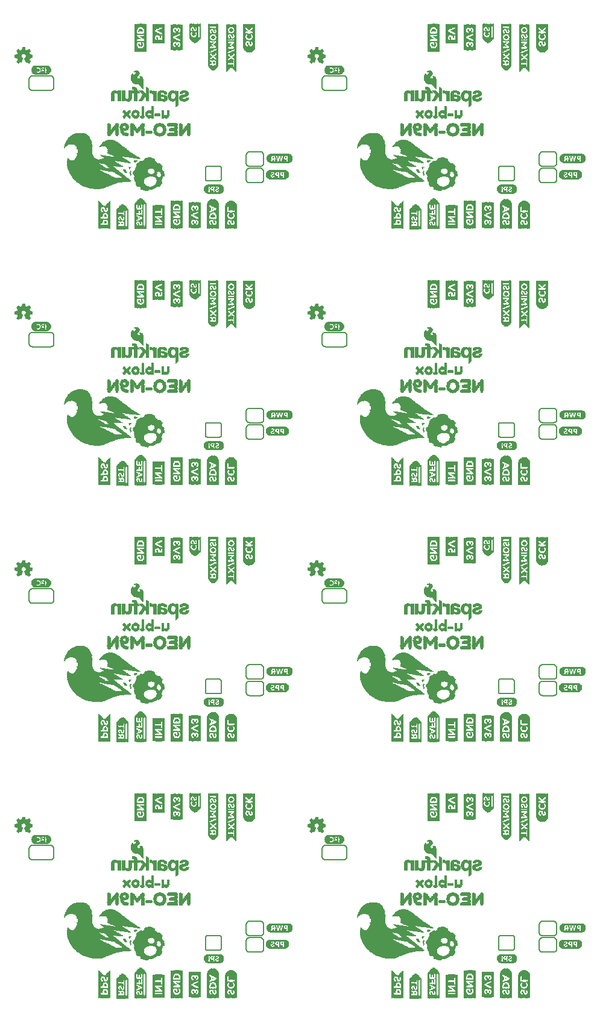
<source format=gbo>
G75*
%MOIN*%
%OFA0B0*%
%FSLAX25Y25*%
%IPPOS*%
%LPD*%
%AMOC8*
5,1,8,0,0,1.08239X$1,22.5*
%
%ADD10C,0.00299*%
%ADD11C,0.00800*%
%ADD12R,0.00157X0.13858*%
%ADD13R,0.00157X0.14331*%
%ADD14R,0.00157X0.14646*%
%ADD15R,0.00157X0.14961*%
%ADD16R,0.00157X0.15118*%
%ADD17R,0.00157X0.15276*%
%ADD18R,0.00157X0.15433*%
%ADD19R,0.00157X0.02835*%
%ADD20R,0.00157X0.11969*%
%ADD21R,0.00157X0.02520*%
%ADD22R,0.00157X0.01102*%
%ADD23R,0.00157X0.03150*%
%ADD24R,0.00157X0.04567*%
%ADD25R,0.00157X0.02205*%
%ADD26R,0.00157X0.00787*%
%ADD27R,0.00157X0.02677*%
%ADD28R,0.00157X0.04409*%
%ADD29R,0.00157X0.02047*%
%ADD30R,0.00157X0.00630*%
%ADD31R,0.00157X0.01890*%
%ADD32R,0.00157X0.01732*%
%ADD33R,0.00157X0.01575*%
%ADD34R,0.00157X0.00945*%
%ADD35R,0.00157X0.02362*%
%ADD36R,0.00157X0.01260*%
%ADD37R,0.00157X0.01417*%
%ADD38R,0.00157X0.04252*%
%ADD39R,0.00157X0.00315*%
%ADD40R,0.00157X0.04094*%
%ADD41R,0.00157X0.00472*%
%ADD42R,0.00157X0.03937*%
%ADD43R,0.00157X0.03307*%
%ADD44R,0.00157X0.03780*%
%ADD45R,0.00157X0.03465*%
%ADD46R,0.00157X0.02992*%
%ADD47R,0.00157X0.12913*%
%ADD48R,0.00157X0.13386*%
%ADD49R,0.00157X0.13701*%
%ADD50R,0.00157X0.14016*%
%ADD51R,0.00157X0.14173*%
%ADD52R,0.00157X0.14488*%
%ADD53R,0.00157X0.07087*%
%ADD54R,0.00157X0.04882*%
%ADD55R,0.00157X0.05039*%
%ADD56R,0.00157X0.05197*%
%ADD57R,0.00157X0.03622*%
%ADD58R,0.00157X0.00157*%
%ADD59R,0.00157X0.11024*%
%ADD60R,0.07205X0.00118*%
%ADD61R,0.07913X0.00118*%
%ADD62R,0.08386X0.00079*%
%ADD63R,0.08858X0.00157*%
%ADD64R,0.09094X0.00118*%
%ADD65R,0.09331X0.00118*%
%ADD66R,0.09567X0.00079*%
%ADD67R,0.03661X0.00118*%
%ADD68R,0.02126X0.00118*%
%ADD69R,0.02953X0.00118*%
%ADD70R,0.02244X0.00157*%
%ADD71R,0.00591X0.00157*%
%ADD72R,0.01535X0.00157*%
%ADD73R,0.02598X0.00157*%
%ADD74R,0.02244X0.00118*%
%ADD75R,0.00472X0.00118*%
%ADD76R,0.01181X0.00118*%
%ADD77R,0.02362X0.00118*%
%ADD78R,0.00945X0.00118*%
%ADD79R,0.00354X0.00118*%
%ADD80R,0.00827X0.00118*%
%ADD81R,0.02480X0.00157*%
%ADD82R,0.00354X0.00157*%
%ADD83R,0.00236X0.00157*%
%ADD84R,0.02480X0.00118*%
%ADD85R,0.02598X0.00118*%
%ADD86R,0.01063X0.00118*%
%ADD87R,0.02835X0.00118*%
%ADD88R,0.00472X0.00157*%
%ADD89R,0.04252X0.00157*%
%ADD90R,0.04370X0.00118*%
%ADD91R,0.00591X0.00118*%
%ADD92R,0.04488X0.00118*%
%ADD93R,0.00709X0.00157*%
%ADD94R,0.04488X0.00157*%
%ADD95R,0.00236X0.00118*%
%ADD96R,0.00118X0.00118*%
%ADD97R,0.00118X0.00157*%
%ADD98R,0.04370X0.00157*%
%ADD99R,0.04252X0.00118*%
%ADD100R,0.02717X0.00118*%
%ADD101R,0.03071X0.00157*%
%ADD102R,0.03425X0.00118*%
%ADD103R,0.09567X0.00118*%
%ADD104R,0.08858X0.00118*%
%ADD105R,0.08386X0.00118*%
%ADD106R,0.00157X0.12756*%
%ADD107R,0.01181X0.00236*%
%ADD108R,0.00945X0.00236*%
%ADD109R,0.01654X0.00236*%
%ADD110R,0.01417X0.00236*%
%ADD111R,0.00472X0.00236*%
%ADD112R,0.02126X0.00236*%
%ADD113R,0.00709X0.00236*%
%ADD114R,0.03543X0.00236*%
%ADD115R,0.02835X0.00236*%
%ADD116R,0.04016X0.00236*%
%ADD117R,0.03307X0.00236*%
%ADD118R,0.03780X0.00236*%
%ADD119R,0.01890X0.00236*%
%ADD120R,0.04252X0.00236*%
%ADD121R,0.04488X0.00236*%
%ADD122R,0.03071X0.00236*%
%ADD123R,0.02598X0.00236*%
%ADD124R,0.02362X0.00236*%
%ADD125R,0.00236X0.00236*%
%ADD126R,0.00157X0.11181*%
%ADD127R,0.00157X0.11496*%
%ADD128R,0.00157X0.11654*%
%ADD129R,0.00157X0.13071*%
%ADD130R,0.00157X0.13228*%
%ADD131R,0.00157X0.11811*%
%ADD132R,0.00157X0.14803*%
%ADD133R,0.00157X0.15906*%
%ADD134R,0.00157X0.16063*%
%ADD135R,0.00157X0.16220*%
%ADD136R,0.00157X0.16378*%
%ADD137R,0.00157X0.09921*%
%ADD138R,0.00157X0.10551*%
%ADD139R,0.00157X0.07874*%
%ADD140R,0.00157X0.08031*%
%ADD141R,0.00157X0.08346*%
%ADD142R,0.00157X0.08504*%
%ADD143R,0.00157X0.09606*%
%ADD144R,0.00157X0.09764*%
%ADD145R,0.00157X0.10079*%
%ADD146R,0.00157X0.08661*%
%ADD147R,0.00157X0.23425*%
%ADD148R,0.00118X0.23543*%
%ADD149R,0.00157X0.23819*%
%ADD150R,0.00118X0.23976*%
%ADD151R,0.00157X0.24094*%
%ADD152R,0.00118X0.24252*%
%ADD153R,0.00157X0.13898*%
%ADD154R,0.00118X0.04961*%
%ADD155R,0.00118X0.02205*%
%ADD156R,0.00118X0.06063*%
%ADD157R,0.00118X0.02756*%
%ADD158R,0.00118X0.03701*%
%ADD159R,0.00157X0.01772*%
%ADD160R,0.00157X0.01929*%
%ADD161R,0.00157X0.00433*%
%ADD162R,0.00157X0.01535*%
%ADD163R,0.00157X0.01811*%
%ADD164R,0.00157X0.00984*%
%ADD165R,0.00157X0.01496*%
%ADD166R,0.00118X0.01929*%
%ADD167R,0.00118X0.00827*%
%ADD168R,0.00118X0.01654*%
%ADD169R,0.00118X0.01772*%
%ADD170R,0.00118X0.00433*%
%ADD171R,0.00118X0.02047*%
%ADD172R,0.00118X0.01102*%
%ADD173R,0.00118X0.01496*%
%ADD174R,0.00118X0.00709*%
%ADD175R,0.00157X0.00551*%
%ADD176R,0.00157X0.01378*%
%ADD177R,0.00157X0.01654*%
%ADD178R,0.00118X0.00394*%
%ADD179R,0.00118X0.01260*%
%ADD180R,0.00118X0.00551*%
%ADD181R,0.00118X0.00984*%
%ADD182R,0.00157X0.02323*%
%ADD183R,0.00157X0.00669*%
%ADD184R,0.00157X0.00709*%
%ADD185R,0.00118X0.02480*%
%ADD186R,0.00118X0.00669*%
%ADD187R,0.00157X0.02598*%
%ADD188R,0.00157X0.00394*%
%ADD189R,0.00157X0.00827*%
%ADD190R,0.00118X0.02598*%
%ADD191R,0.00118X0.01811*%
%ADD192R,0.00118X0.02087*%
%ADD193R,0.00157X0.02756*%
%ADD194R,0.00118X0.02874*%
%ADD195R,0.00157X0.02874*%
%ADD196R,0.00118X0.00276*%
%ADD197R,0.00157X0.00118*%
%ADD198R,0.00157X0.00276*%
%ADD199R,0.00118X0.01378*%
%ADD200R,0.00118X0.01535*%
%ADD201R,0.00118X0.01220*%
%ADD202R,0.00118X0.00945*%
%ADD203R,0.00157X0.01220*%
%ADD204R,0.00157X0.08268*%
%ADD205R,0.00118X0.08425*%
%ADD206R,0.00118X0.15433*%
%ADD207R,0.00157X0.26299*%
%ADD208R,0.00118X0.26181*%
%ADD209R,0.00157X0.26024*%
%ADD210R,0.00118X0.25906*%
%ADD211R,0.00157X0.25748*%
%ADD212R,0.00118X0.25630*%
%ADD213R,0.00157X0.14055*%
%ADD214R,0.00118X0.05787*%
%ADD215R,0.00118X0.06772*%
%ADD216R,0.00118X0.03031*%
%ADD217R,0.00157X0.02480*%
%ADD218R,0.00118X0.02323*%
%ADD219R,0.00118X0.02362*%
%ADD220R,0.00118X0.02638*%
%ADD221R,0.00118X0.02913*%
%ADD222R,0.00157X0.03031*%
%ADD223R,0.00118X0.03307*%
%ADD224R,0.00157X0.09370*%
%ADD225R,0.00118X0.09803*%
%ADD226R,0.00118X0.15551*%
%ADD227C,0.00300*%
%ADD228R,0.00551X0.00276*%
%ADD229R,0.00276X0.00276*%
%ADD230R,0.04409X0.00276*%
%ADD231R,0.01654X0.00276*%
%ADD232R,0.01654X0.00315*%
%ADD233R,0.05512X0.00315*%
%ADD234R,0.03031X0.00315*%
%ADD235R,0.01929X0.00276*%
%ADD236R,0.05787X0.00276*%
%ADD237R,0.04134X0.00276*%
%ADD238R,0.03583X0.00276*%
%ADD239R,0.02205X0.00236*%
%ADD240R,0.01929X0.00236*%
%ADD241R,0.05787X0.00236*%
%ADD242R,0.04685X0.00236*%
%ADD243R,0.04134X0.00236*%
%ADD244R,0.02205X0.00315*%
%ADD245R,0.01929X0.00315*%
%ADD246R,0.05787X0.00315*%
%ADD247R,0.05236X0.00315*%
%ADD248R,0.02480X0.00315*%
%ADD249R,0.04409X0.00315*%
%ADD250R,0.02480X0.00276*%
%ADD251R,0.02756X0.00276*%
%ADD252R,0.04685X0.00276*%
%ADD253R,0.05512X0.00276*%
%ADD254R,0.06339X0.00276*%
%ADD255R,0.02205X0.00276*%
%ADD256R,0.03031X0.00236*%
%ADD257R,0.02480X0.00236*%
%ADD258R,0.03307X0.00315*%
%ADD259R,0.03307X0.00276*%
%ADD260R,0.03858X0.00276*%
%ADD261R,0.04961X0.00276*%
%ADD262R,0.07992X0.00276*%
%ADD263R,0.03858X0.00315*%
%ADD264R,0.04685X0.00315*%
%ADD265R,0.03583X0.00315*%
%ADD266R,0.03031X0.00276*%
%ADD267R,0.01378X0.00276*%
%ADD268R,0.06063X0.00276*%
%ADD269R,0.05236X0.00236*%
%ADD270R,0.03583X0.00236*%
%ADD271R,0.01378X0.00236*%
%ADD272R,0.00827X0.00276*%
%ADD273R,0.07441X0.00118*%
%ADD274R,0.08150X0.00118*%
%ADD275R,0.08622X0.00079*%
%ADD276R,0.09094X0.00157*%
%ADD277R,0.09803X0.00079*%
%ADD278R,0.06614X0.00118*%
%ADD279R,0.00827X0.00157*%
%ADD280R,0.01063X0.00157*%
%ADD281R,0.00709X0.00118*%
%ADD282R,0.02362X0.00157*%
%ADD283R,0.01772X0.00118*%
%ADD284R,0.01772X0.00157*%
%ADD285R,0.00945X0.00157*%
%ADD286R,0.01535X0.00118*%
%ADD287R,0.02717X0.00157*%
%ADD288R,0.03189X0.00118*%
%ADD289R,0.03898X0.00157*%
%ADD290R,0.01890X0.00118*%
%ADD291R,0.01890X0.00157*%
%ADD292R,0.02008X0.00157*%
%ADD293R,0.09803X0.00118*%
%ADD294R,0.08622X0.00118*%
%ADD295R,0.10276X0.00079*%
%ADD296R,0.10748X0.00157*%
%ADD297R,0.10984X0.00118*%
%ADD298R,0.11220X0.00118*%
%ADD299R,0.11457X0.00079*%
%ADD300R,0.01417X0.00157*%
%ADD301R,0.04016X0.00118*%
%ADD302R,0.01654X0.00118*%
%ADD303R,0.02126X0.00157*%
%ADD304R,0.01299X0.00118*%
%ADD305R,0.02008X0.00118*%
%ADD306R,0.11457X0.00118*%
%ADD307R,0.10748X0.00118*%
%ADD308R,0.10276X0.00118*%
%ADD309R,0.11929X0.00079*%
%ADD310R,0.12402X0.00157*%
%ADD311R,0.12638X0.00118*%
%ADD312R,0.12874X0.00118*%
%ADD313R,0.13110X0.00079*%
%ADD314R,0.04961X0.00118*%
%ADD315R,0.03071X0.00118*%
%ADD316R,0.05079X0.00118*%
%ADD317R,0.01181X0.00157*%
%ADD318R,0.02835X0.00157*%
%ADD319R,0.01417X0.00118*%
%ADD320R,0.13110X0.00118*%
%ADD321R,0.12402X0.00118*%
%ADD322R,0.11929X0.00118*%
%ADD323R,0.03504X0.00118*%
%ADD324R,0.05551X0.00157*%
%ADD325R,0.06142X0.00118*%
%ADD326R,0.07008X0.00157*%
%ADD327R,0.07323X0.00157*%
%ADD328R,0.08031X0.00157*%
%ADD329R,0.08425X0.00118*%
%ADD330R,0.08898X0.00157*%
%ADD331R,0.09173X0.00157*%
%ADD332R,0.09646X0.00118*%
%ADD333R,0.09921X0.00157*%
%ADD334R,0.10354X0.00157*%
%ADD335R,0.10512X0.00118*%
%ADD336R,0.10787X0.00157*%
%ADD337R,0.11063X0.00157*%
%ADD338R,0.11378X0.00157*%
%ADD339R,0.11496X0.00118*%
%ADD340R,0.11811X0.00157*%
%ADD341R,0.12126X0.00157*%
%ADD342R,0.12283X0.00118*%
%ADD343R,0.12520X0.00157*%
%ADD344R,0.12835X0.00118*%
%ADD345R,0.12992X0.00157*%
%ADD346R,0.13268X0.00157*%
%ADD347R,0.13425X0.00118*%
%ADD348R,0.04528X0.00157*%
%ADD349R,0.13543X0.00157*%
%ADD350R,0.05079X0.00157*%
%ADD351R,0.13701X0.00157*%
%ADD352R,0.05827X0.00118*%
%ADD353R,0.13858X0.00118*%
%ADD354R,0.06260X0.00157*%
%ADD355R,0.13858X0.00157*%
%ADD356R,0.06850X0.00157*%
%ADD357R,0.14016X0.00157*%
%ADD358R,0.07283X0.00157*%
%ADD359R,0.14134X0.00157*%
%ADD360R,0.07874X0.00118*%
%ADD361R,0.14291X0.00118*%
%ADD362R,0.08150X0.00157*%
%ADD363R,0.14449X0.00157*%
%ADD364R,0.08622X0.00157*%
%ADD365R,0.08898X0.00118*%
%ADD366R,0.14606X0.00118*%
%ADD367R,0.14606X0.00157*%
%ADD368R,0.09488X0.00157*%
%ADD369R,0.14724X0.00157*%
%ADD370R,0.09921X0.00118*%
%ADD371R,0.14724X0.00118*%
%ADD372R,0.10197X0.00157*%
%ADD373R,0.14843X0.00157*%
%ADD374R,0.10512X0.00157*%
%ADD375R,0.10906X0.00157*%
%ADD376R,0.03661X0.00157*%
%ADD377R,0.09882X0.00118*%
%ADD378R,0.02205X0.00118*%
%ADD379R,0.11535X0.00157*%
%ADD380R,0.09606X0.00157*%
%ADD381R,0.09331X0.00157*%
%ADD382R,0.01614X0.00157*%
%ADD383R,0.12126X0.00118*%
%ADD384R,0.09488X0.00118*%
%ADD385R,0.01457X0.00118*%
%ADD386R,0.12362X0.00157*%
%ADD387R,0.12677X0.00157*%
%ADD388R,0.01142X0.00157*%
%ADD389R,0.10945X0.00118*%
%ADD390R,0.01732X0.00118*%
%ADD391R,0.09016X0.00118*%
%ADD392R,0.00984X0.00118*%
%ADD393R,0.10039X0.00157*%
%ADD394R,0.01024X0.00157*%
%ADD395R,0.00748X0.00157*%
%ADD396R,0.00866X0.00157*%
%ADD397R,0.08740X0.00157*%
%ADD398R,0.08740X0.00118*%
%ADD399R,0.10079X0.00157*%
%ADD400R,0.08583X0.00157*%
%ADD401R,0.00433X0.00157*%
%ADD402R,0.00276X0.00157*%
%ADD403R,0.10197X0.00118*%
%ADD404R,0.08583X0.00118*%
%ADD405R,0.08465X0.00157*%
%ADD406R,0.10630X0.00118*%
%ADD407R,0.08465X0.00118*%
%ADD408R,0.08307X0.00157*%
%ADD409R,0.10945X0.00157*%
%ADD410R,0.11063X0.00118*%
%ADD411R,0.08307X0.00118*%
%ADD412R,0.11654X0.00118*%
%ADD413R,0.12087X0.00157*%
%ADD414R,0.12244X0.00157*%
%ADD415R,0.12520X0.00118*%
%ADD416R,0.13583X0.00157*%
%ADD417R,0.13701X0.00118*%
%ADD418R,0.13425X0.00157*%
%ADD419R,0.13268X0.00118*%
%ADD420R,0.13150X0.00157*%
%ADD421R,0.12953X0.00157*%
%ADD422R,0.01339X0.00118*%
%ADD423R,0.12835X0.00157*%
%ADD424R,0.02323X0.00157*%
%ADD425R,0.02913X0.00157*%
%ADD426R,0.09016X0.00157*%
%ADD427R,0.03937X0.00157*%
%ADD428R,0.07402X0.00157*%
%ADD429R,0.03819X0.00157*%
%ADD430R,0.05394X0.00157*%
%ADD431R,0.09646X0.00157*%
%ADD432R,0.05984X0.00157*%
%ADD433R,0.09764X0.00157*%
%ADD434R,0.05709X0.00118*%
%ADD435R,0.09764X0.00118*%
%ADD436R,0.05236X0.00157*%
%ADD437R,0.10669X0.00157*%
%ADD438R,0.10630X0.00157*%
%ADD439R,0.02913X0.00118*%
%ADD440R,0.03465X0.00118*%
%ADD441R,0.11102X0.00118*%
%ADD442R,0.10472X0.00118*%
%ADD443R,0.04055X0.00157*%
%ADD444R,0.02205X0.00157*%
%ADD445R,0.11654X0.00157*%
%ADD446R,0.11969X0.00157*%
%ADD447R,0.04961X0.00157*%
%ADD448R,0.11220X0.00157*%
%ADD449R,0.05118X0.00118*%
%ADD450R,0.12992X0.00118*%
%ADD451R,0.11693X0.00118*%
%ADD452R,0.00748X0.00118*%
%ADD453R,0.05709X0.00157*%
%ADD454R,0.14409X0.00157*%
%ADD455R,0.28740X0.00118*%
%ADD456R,0.29016X0.00157*%
%ADD457R,0.01457X0.00157*%
%ADD458R,0.06142X0.00157*%
%ADD459R,0.29764X0.00157*%
%ADD460R,0.06299X0.00118*%
%ADD461R,0.30039X0.00118*%
%ADD462R,0.02047X0.00118*%
%ADD463R,0.06732X0.00157*%
%ADD464R,0.01732X0.00157*%
%ADD465R,0.26220X0.00157*%
%ADD466R,0.06417X0.00157*%
%ADD467R,0.26102X0.00157*%
%ADD468R,0.08425X0.00157*%
%ADD469R,0.26535X0.00157*%
%ADD470R,0.26654X0.00118*%
%ADD471R,0.09213X0.00157*%
%ADD472R,0.03780X0.00157*%
%ADD473R,0.26969X0.00157*%
%ADD474R,0.09449X0.00157*%
%ADD475R,0.03346X0.00157*%
%ADD476R,0.27087X0.00157*%
%ADD477R,0.10079X0.00118*%
%ADD478R,0.02323X0.00118*%
%ADD479R,0.27402X0.00118*%
%ADD480R,0.27559X0.00157*%
%ADD481R,0.17480X0.00157*%
%ADD482R,0.11102X0.00157*%
%ADD483R,0.12677X0.00118*%
%ADD484R,0.17756X0.00118*%
%ADD485R,0.17913X0.00157*%
%ADD486R,0.18228X0.00157*%
%ADD487R,0.13386X0.00118*%
%ADD488R,0.08031X0.00118*%
%ADD489R,0.18346X0.00118*%
%ADD490R,0.07874X0.00157*%
%ADD491R,0.18661X0.00157*%
%ADD492R,0.18780X0.00157*%
%ADD493R,0.18976X0.00118*%
%ADD494R,0.13976X0.00157*%
%ADD495R,0.19094X0.00157*%
%ADD496R,0.19409X0.00157*%
%ADD497R,0.19567X0.00157*%
%ADD498R,0.19685X0.00118*%
%ADD499R,0.14567X0.00157*%
%ADD500R,0.03189X0.00157*%
%ADD501R,0.20000X0.00157*%
%ADD502R,0.03031X0.00157*%
%ADD503R,0.20276X0.00157*%
%ADD504R,0.01024X0.00118*%
%ADD505R,0.20433X0.00118*%
%ADD506R,0.20433X0.00157*%
%ADD507R,0.20709X0.00157*%
%ADD508R,0.00866X0.00118*%
%ADD509R,0.20866X0.00118*%
%ADD510R,0.03228X0.00157*%
%ADD511R,0.20984X0.00157*%
%ADD512R,0.00551X0.00157*%
%ADD513R,0.26378X0.00157*%
%ADD514R,0.04803X0.00118*%
%ADD515R,0.07717X0.00118*%
%ADD516R,0.00433X0.00118*%
%ADD517R,0.04685X0.00157*%
%ADD518R,0.07717X0.00157*%
%ADD519R,0.26693X0.00157*%
%ADD520R,0.07441X0.00157*%
%ADD521R,0.26850X0.00157*%
%ADD522R,0.04213X0.00118*%
%ADD523R,0.07598X0.00118*%
%ADD524R,0.26850X0.00118*%
%ADD525R,0.17047X0.00157*%
%ADD526R,0.01496X0.00157*%
%ADD527R,0.17205X0.00157*%
%ADD528R,0.07126X0.00118*%
%ADD529R,0.17638X0.00118*%
%ADD530R,0.00315X0.00157*%
%ADD531R,0.06575X0.00157*%
%ADD532R,0.05118X0.00157*%
%ADD533R,0.08189X0.00157*%
%ADD534R,0.06102X0.00157*%
%ADD535R,0.18071X0.00157*%
%ADD536R,0.05276X0.00118*%
%ADD537R,0.05394X0.00118*%
%ADD538R,0.02795X0.00157*%
%ADD539R,0.04843X0.00157*%
%ADD540R,0.01339X0.00157*%
%ADD541R,0.04213X0.00157*%
%ADD542R,0.18976X0.00157*%
%ADD543R,0.01614X0.00118*%
%ADD544R,0.00906X0.00118*%
%ADD545R,0.18937X0.00118*%
%ADD546R,0.01575X0.00157*%
%ADD547R,0.00906X0.00157*%
%ADD548R,0.02165X0.00157*%
%ADD549R,0.19528X0.00157*%
%ADD550R,0.19685X0.00157*%
%ADD551R,0.19843X0.00118*%
%ADD552R,0.02047X0.00157*%
%ADD553R,0.01929X0.00157*%
%ADD554R,0.20118X0.00157*%
%ADD555R,0.20551X0.00118*%
%ADD556R,0.02638X0.00157*%
%ADD557R,0.21142X0.00157*%
%ADD558R,0.21142X0.00118*%
%ADD559R,0.21299X0.00157*%
%ADD560R,0.12717X0.00157*%
%ADD561R,0.21575X0.00157*%
%ADD562R,0.21732X0.00157*%
%ADD563R,0.00315X0.00118*%
%ADD564R,0.02795X0.00118*%
%ADD565R,0.22008X0.00118*%
%ADD566R,0.22283X0.00157*%
%ADD567R,0.22323X0.00157*%
%ADD568R,0.01575X0.00118*%
%ADD569R,0.02638X0.00118*%
%ADD570R,0.22441X0.00118*%
%ADD571R,0.02756X0.00157*%
%ADD572R,0.22756X0.00157*%
%ADD573R,0.22874X0.00157*%
%ADD574R,0.04094X0.00157*%
%ADD575R,0.06693X0.00157*%
%ADD576R,0.23071X0.00157*%
%ADD577R,0.03937X0.00118*%
%ADD578R,0.06417X0.00118*%
%ADD579R,0.23189X0.00118*%
%ADD580R,0.03622X0.00157*%
%ADD581R,0.23465X0.00157*%
%ADD582R,0.03504X0.00157*%
%ADD583R,0.30315X0.00157*%
%ADD584R,0.03346X0.00118*%
%ADD585R,0.30354X0.00118*%
%ADD586R,0.05827X0.00157*%
%ADD587R,0.30354X0.00157*%
%ADD588R,0.05669X0.00157*%
%ADD589R,0.30472X0.00157*%
%ADD590R,0.05551X0.00118*%
%ADD591R,0.30472X0.00118*%
%ADD592R,0.30591X0.00157*%
%ADD593R,0.30630X0.00157*%
%ADD594R,0.30748X0.00157*%
%ADD595R,0.30748X0.00118*%
%ADD596R,0.30787X0.00157*%
%ADD597R,0.04803X0.00157*%
%ADD598R,0.29449X0.00157*%
%ADD599R,0.03228X0.00118*%
%ADD600R,0.25197X0.00118*%
%ADD601R,0.04646X0.00157*%
%ADD602R,0.23937X0.00157*%
%ADD603R,0.03386X0.00157*%
%ADD604R,0.23189X0.00157*%
%ADD605R,0.22165X0.00157*%
%ADD606R,0.04685X0.00118*%
%ADD607R,0.21575X0.00118*%
%ADD608R,0.20827X0.00157*%
%ADD609R,0.19370X0.00118*%
%ADD610R,0.19134X0.00157*%
%ADD611R,0.05276X0.00157*%
%ADD612R,0.17795X0.00157*%
%ADD613R,0.16929X0.00118*%
%ADD614R,0.16614X0.00157*%
%ADD615R,0.15906X0.00157*%
%ADD616R,0.03819X0.00118*%
%ADD617R,0.05512X0.00118*%
%ADD618R,0.15315X0.00118*%
%ADD619R,0.05866X0.00157*%
%ADD620R,0.13150X0.00118*%
%ADD621R,0.07126X0.00157*%
%ADD622R,0.06850X0.00118*%
D10*
X0050363Y0138742D02*
X0049458Y0139648D01*
X0050284Y0140750D01*
X0050245Y0140829D01*
X0050206Y0140868D01*
X0050166Y0140947D01*
X0050166Y0140986D01*
X0050127Y0141065D01*
X0050087Y0141104D01*
X0050048Y0141183D01*
X0050048Y0141222D01*
X0049969Y0141380D01*
X0049969Y0141419D01*
X0049930Y0141498D01*
X0049930Y0141537D01*
X0049891Y0141616D01*
X0049891Y0141695D01*
X0049851Y0141734D01*
X0048473Y0141970D01*
X0048473Y0143230D01*
X0049891Y0143466D01*
X0049891Y0143624D01*
X0049930Y0143663D01*
X0049930Y0143742D01*
X0049969Y0143781D01*
X0050009Y0143860D01*
X0050009Y0143939D01*
X0050048Y0143978D01*
X0050048Y0144057D01*
X0050087Y0144096D01*
X0050127Y0144175D01*
X0050166Y0144214D01*
X0050166Y0144293D01*
X0050206Y0144333D01*
X0050245Y0144411D01*
X0050284Y0144451D01*
X0049458Y0145592D01*
X0050363Y0146459D01*
X0051505Y0145671D01*
X0051544Y0145711D01*
X0051623Y0145750D01*
X0051662Y0145750D01*
X0051741Y0145789D01*
X0051780Y0145829D01*
X0051859Y0145868D01*
X0051898Y0145868D01*
X0051977Y0145907D01*
X0052017Y0145947D01*
X0052095Y0145947D01*
X0052174Y0145986D01*
X0052213Y0145986D01*
X0052292Y0146025D01*
X0052332Y0146025D01*
X0052410Y0146065D01*
X0052489Y0146065D01*
X0052725Y0147443D01*
X0053985Y0147443D01*
X0054221Y0146065D01*
X0054261Y0146065D01*
X0054339Y0146025D01*
X0054418Y0146025D01*
X0054458Y0145986D01*
X0054536Y0145986D01*
X0054615Y0145947D01*
X0054654Y0145947D01*
X0054733Y0145907D01*
X0054773Y0145868D01*
X0054851Y0145868D01*
X0054891Y0145829D01*
X0054969Y0145789D01*
X0055009Y0145750D01*
X0055087Y0145750D01*
X0055127Y0145711D01*
X0055206Y0145671D01*
X0056347Y0146459D01*
X0057213Y0145592D01*
X0056426Y0144451D01*
X0056465Y0144411D01*
X0056465Y0144333D01*
X0056505Y0144293D01*
X0056544Y0144214D01*
X0056584Y0144175D01*
X0056584Y0144096D01*
X0056623Y0144057D01*
X0056662Y0143978D01*
X0056662Y0143939D01*
X0056741Y0143781D01*
X0056741Y0143742D01*
X0056780Y0143663D01*
X0056780Y0143624D01*
X0056820Y0143545D01*
X0056820Y0143466D01*
X0058198Y0143230D01*
X0058198Y0141970D01*
X0056820Y0141734D01*
X0056820Y0141695D01*
X0056780Y0141616D01*
X0056780Y0141537D01*
X0056741Y0141498D01*
X0056741Y0141419D01*
X0056702Y0141380D01*
X0056662Y0141301D01*
X0056662Y0141222D01*
X0056623Y0141183D01*
X0056623Y0141104D01*
X0056584Y0141065D01*
X0056544Y0140986D01*
X0056505Y0140947D01*
X0056465Y0140868D01*
X0056465Y0140829D01*
X0056426Y0140750D01*
X0057213Y0139648D01*
X0056347Y0138742D01*
X0055206Y0139529D01*
X0055166Y0139529D01*
X0055127Y0139490D01*
X0055087Y0139490D01*
X0055048Y0139451D01*
X0055009Y0139451D01*
X0054969Y0139411D01*
X0054930Y0139411D01*
X0054891Y0139372D01*
X0054851Y0139372D01*
X0054812Y0139333D01*
X0054773Y0139333D01*
X0054733Y0139293D01*
X0054654Y0139293D01*
X0054615Y0139254D01*
X0053828Y0141380D01*
X0053946Y0141419D01*
X0054103Y0141498D01*
X0054182Y0141577D01*
X0054261Y0141616D01*
X0054339Y0141695D01*
X0054379Y0141773D01*
X0054458Y0141852D01*
X0054536Y0142010D01*
X0054576Y0142128D01*
X0054654Y0142285D01*
X0054654Y0142403D01*
X0054694Y0142522D01*
X0054694Y0142758D01*
X0054536Y0143230D01*
X0054379Y0143466D01*
X0054300Y0143545D01*
X0054182Y0143624D01*
X0054103Y0143703D01*
X0053985Y0143781D01*
X0053867Y0143821D01*
X0053749Y0143899D01*
X0053631Y0143899D01*
X0053473Y0143939D01*
X0053198Y0143939D01*
X0053080Y0143899D01*
X0052961Y0143899D01*
X0052843Y0143821D01*
X0052725Y0143781D01*
X0052489Y0143624D01*
X0052332Y0143466D01*
X0052174Y0143230D01*
X0052135Y0143112D01*
X0052056Y0142994D01*
X0052056Y0142876D01*
X0052017Y0142758D01*
X0052017Y0142403D01*
X0052056Y0142285D01*
X0052056Y0142207D01*
X0052095Y0142128D01*
X0052135Y0142010D01*
X0052174Y0141931D01*
X0052253Y0141852D01*
X0052292Y0141773D01*
X0052450Y0141616D01*
X0052528Y0141577D01*
X0052607Y0141498D01*
X0052843Y0141380D01*
X0052056Y0139254D01*
X0052056Y0139293D01*
X0051977Y0139293D01*
X0051938Y0139333D01*
X0051898Y0139333D01*
X0051859Y0139372D01*
X0051820Y0139372D01*
X0051780Y0139411D01*
X0051702Y0139411D01*
X0051662Y0139451D01*
X0051623Y0139451D01*
X0051544Y0139529D01*
X0051505Y0139529D01*
X0050363Y0138742D01*
X0050320Y0138785D02*
X0050426Y0138785D01*
X0050022Y0139083D02*
X0050857Y0139083D01*
X0051289Y0139381D02*
X0049724Y0139381D01*
X0049481Y0139678D02*
X0052213Y0139678D01*
X0052103Y0139381D02*
X0051811Y0139381D01*
X0052324Y0139976D02*
X0049704Y0139976D01*
X0049927Y0140274D02*
X0052434Y0140274D01*
X0052544Y0140572D02*
X0050151Y0140572D01*
X0050205Y0140869D02*
X0052654Y0140869D01*
X0052765Y0141167D02*
X0050056Y0141167D01*
X0049947Y0141465D02*
X0052673Y0141465D01*
X0052303Y0141762D02*
X0049686Y0141762D01*
X0048473Y0142060D02*
X0052118Y0142060D01*
X0052032Y0142358D02*
X0048473Y0142358D01*
X0048473Y0142656D02*
X0052017Y0142656D01*
X0052056Y0142953D02*
X0048473Y0142953D01*
X0048599Y0143251D02*
X0052188Y0143251D01*
X0052414Y0143549D02*
X0049891Y0143549D01*
X0050002Y0143847D02*
X0052882Y0143847D01*
X0053828Y0143847D02*
X0056708Y0143847D01*
X0056818Y0143549D02*
X0054295Y0143549D01*
X0054522Y0143251D02*
X0058076Y0143251D01*
X0058198Y0142953D02*
X0054629Y0142953D01*
X0054694Y0142656D02*
X0058198Y0142656D01*
X0058198Y0142358D02*
X0054654Y0142358D01*
X0054553Y0142060D02*
X0058198Y0142060D01*
X0056985Y0141762D02*
X0054373Y0141762D01*
X0054037Y0141465D02*
X0056741Y0141465D01*
X0056623Y0141167D02*
X0053906Y0141167D01*
X0054017Y0140869D02*
X0056466Y0140869D01*
X0056553Y0140572D02*
X0054127Y0140572D01*
X0054237Y0140274D02*
X0056766Y0140274D01*
X0056979Y0139976D02*
X0054348Y0139976D01*
X0054458Y0139678D02*
X0057191Y0139678D01*
X0056958Y0139381D02*
X0055421Y0139381D01*
X0054899Y0139381D02*
X0054568Y0139381D01*
X0055853Y0139083D02*
X0056673Y0139083D01*
X0056389Y0138785D02*
X0056285Y0138785D01*
X0056584Y0144144D02*
X0050111Y0144144D01*
X0050276Y0144442D02*
X0056435Y0144442D01*
X0056625Y0144740D02*
X0050075Y0144740D01*
X0049859Y0145037D02*
X0056831Y0145037D01*
X0057036Y0145335D02*
X0049644Y0145335D01*
X0049500Y0145633D02*
X0057173Y0145633D01*
X0056875Y0145931D02*
X0055582Y0145931D01*
X0056014Y0146228D02*
X0056578Y0146228D01*
X0054687Y0145931D02*
X0052000Y0145931D01*
X0052517Y0146228D02*
X0054193Y0146228D01*
X0054142Y0146526D02*
X0052568Y0146526D01*
X0052619Y0146824D02*
X0054091Y0146824D01*
X0054040Y0147122D02*
X0052670Y0147122D01*
X0052721Y0147419D02*
X0053989Y0147419D01*
X0051129Y0145931D02*
X0049811Y0145931D01*
X0050122Y0146228D02*
X0050697Y0146228D01*
X0050363Y0280642D02*
X0049458Y0281548D01*
X0050284Y0282650D01*
X0050245Y0282729D01*
X0050206Y0282768D01*
X0050166Y0282847D01*
X0050166Y0282886D01*
X0050127Y0282965D01*
X0050087Y0283004D01*
X0050048Y0283083D01*
X0050048Y0283122D01*
X0049969Y0283280D01*
X0049969Y0283319D01*
X0049930Y0283398D01*
X0049930Y0283437D01*
X0049891Y0283516D01*
X0049891Y0283595D01*
X0049851Y0283634D01*
X0048473Y0283870D01*
X0048473Y0285130D01*
X0049891Y0285366D01*
X0049891Y0285524D01*
X0049930Y0285563D01*
X0052548Y0285563D01*
X0052489Y0285524D02*
X0052332Y0285366D01*
X0052174Y0285130D01*
X0052135Y0285012D01*
X0052056Y0284894D01*
X0052056Y0284776D01*
X0052017Y0284658D01*
X0052017Y0284303D01*
X0052056Y0284185D01*
X0052056Y0284107D01*
X0052095Y0284028D01*
X0052135Y0283910D01*
X0052174Y0283831D01*
X0052253Y0283752D01*
X0052292Y0283673D01*
X0052450Y0283516D01*
X0052528Y0283477D01*
X0052607Y0283398D01*
X0052843Y0283280D01*
X0052056Y0281154D01*
X0052056Y0281193D01*
X0051977Y0281193D01*
X0051938Y0281233D01*
X0051898Y0281233D01*
X0051859Y0281272D01*
X0051820Y0281272D01*
X0051780Y0281311D01*
X0051702Y0281311D01*
X0051662Y0281351D01*
X0051623Y0281351D01*
X0051544Y0281429D01*
X0051505Y0281429D01*
X0050363Y0280642D01*
X0050206Y0280800D02*
X0050592Y0280800D01*
X0051023Y0281097D02*
X0049908Y0281097D01*
X0049610Y0281395D02*
X0051455Y0281395D01*
X0051579Y0281395D02*
X0052145Y0281395D01*
X0052256Y0281693D02*
X0049566Y0281693D01*
X0049790Y0281990D02*
X0052366Y0281990D01*
X0052476Y0282288D02*
X0050013Y0282288D01*
X0050236Y0282586D02*
X0052586Y0282586D01*
X0052697Y0282884D02*
X0050166Y0282884D01*
X0050019Y0283181D02*
X0052807Y0283181D01*
X0052524Y0283479D02*
X0049909Y0283479D01*
X0049019Y0283777D02*
X0052228Y0283777D01*
X0052072Y0284075D02*
X0048473Y0284075D01*
X0048473Y0284372D02*
X0052017Y0284372D01*
X0052021Y0284670D02*
X0048473Y0284670D01*
X0048473Y0284968D02*
X0052105Y0284968D01*
X0052264Y0285265D02*
X0049285Y0285265D01*
X0049930Y0285563D02*
X0049930Y0285642D01*
X0049969Y0285681D01*
X0050009Y0285760D01*
X0050009Y0285839D01*
X0050048Y0285878D01*
X0050048Y0285957D01*
X0050087Y0285996D01*
X0050127Y0286075D01*
X0050166Y0286114D01*
X0050166Y0286193D01*
X0050206Y0286233D01*
X0050245Y0286311D01*
X0050284Y0286351D01*
X0049458Y0287492D01*
X0050363Y0288359D01*
X0051505Y0287571D01*
X0051544Y0287611D01*
X0051623Y0287650D01*
X0051662Y0287650D01*
X0051741Y0287689D01*
X0051780Y0287729D01*
X0051859Y0287768D01*
X0051898Y0287768D01*
X0051977Y0287807D01*
X0052017Y0287847D01*
X0052095Y0287847D01*
X0052174Y0287886D01*
X0052213Y0287886D01*
X0052292Y0287925D01*
X0052332Y0287925D01*
X0052410Y0287965D01*
X0052489Y0287965D01*
X0052725Y0289343D01*
X0053985Y0289343D01*
X0054221Y0287965D01*
X0054261Y0287965D01*
X0054339Y0287925D01*
X0054418Y0287925D01*
X0054458Y0287886D01*
X0054536Y0287886D01*
X0054615Y0287847D01*
X0054654Y0287847D01*
X0054733Y0287807D01*
X0054773Y0287768D01*
X0054851Y0287768D01*
X0054891Y0287729D01*
X0054969Y0287689D01*
X0055009Y0287650D01*
X0055087Y0287650D01*
X0055127Y0287611D01*
X0055206Y0287571D01*
X0056347Y0288359D01*
X0057213Y0287492D01*
X0056426Y0286351D01*
X0056465Y0286311D01*
X0056465Y0286233D01*
X0056505Y0286193D01*
X0056544Y0286114D01*
X0056584Y0286075D01*
X0056584Y0285996D01*
X0056623Y0285957D01*
X0056662Y0285878D01*
X0056662Y0285839D01*
X0056741Y0285681D01*
X0056741Y0285642D01*
X0056780Y0285563D01*
X0054143Y0285563D01*
X0054182Y0285524D02*
X0054103Y0285603D01*
X0053985Y0285681D01*
X0053867Y0285721D01*
X0053749Y0285799D01*
X0053631Y0285799D01*
X0053473Y0285839D01*
X0053198Y0285839D01*
X0053080Y0285799D01*
X0052961Y0285799D01*
X0052843Y0285721D01*
X0052725Y0285681D01*
X0052489Y0285524D01*
X0054182Y0285524D02*
X0054300Y0285445D01*
X0054379Y0285366D01*
X0054536Y0285130D01*
X0054694Y0284658D01*
X0054694Y0284422D01*
X0054654Y0284303D01*
X0054654Y0284185D01*
X0054576Y0284028D01*
X0054536Y0283910D01*
X0054458Y0283752D01*
X0054379Y0283673D01*
X0054339Y0283595D01*
X0054261Y0283516D01*
X0054182Y0283477D01*
X0054103Y0283398D01*
X0053946Y0283319D01*
X0053828Y0283280D01*
X0054615Y0281154D01*
X0054654Y0281193D01*
X0054733Y0281193D01*
X0054773Y0281233D01*
X0054812Y0281233D01*
X0054851Y0281272D01*
X0054891Y0281272D01*
X0054930Y0281311D01*
X0054969Y0281311D01*
X0055009Y0281351D01*
X0055048Y0281351D01*
X0055087Y0281390D01*
X0055127Y0281390D01*
X0055166Y0281429D01*
X0055206Y0281429D01*
X0056347Y0280642D01*
X0057213Y0281548D01*
X0056426Y0282650D01*
X0056465Y0282729D01*
X0056465Y0282768D01*
X0056505Y0282847D01*
X0056544Y0282886D01*
X0056584Y0282965D01*
X0056623Y0283004D01*
X0056623Y0283083D01*
X0056662Y0283122D01*
X0056662Y0283201D01*
X0056702Y0283280D01*
X0056741Y0283319D01*
X0056741Y0283398D01*
X0056780Y0283437D01*
X0056780Y0283516D01*
X0056820Y0283595D01*
X0056820Y0283634D01*
X0058198Y0283870D01*
X0058198Y0285130D01*
X0056820Y0285366D01*
X0056820Y0285445D01*
X0056780Y0285524D01*
X0056780Y0285563D01*
X0056662Y0285861D02*
X0050031Y0285861D01*
X0050166Y0286159D02*
X0056522Y0286159D01*
X0056499Y0286456D02*
X0050208Y0286456D01*
X0049992Y0286754D02*
X0056704Y0286754D01*
X0056910Y0287052D02*
X0049777Y0287052D01*
X0049561Y0287349D02*
X0057115Y0287349D01*
X0057059Y0287647D02*
X0055316Y0287647D01*
X0055090Y0287647D02*
X0051618Y0287647D01*
X0051395Y0287647D02*
X0049619Y0287647D01*
X0049931Y0287945D02*
X0050963Y0287945D01*
X0050531Y0288243D02*
X0050242Y0288243D01*
X0052370Y0287945D02*
X0054301Y0287945D01*
X0054174Y0288243D02*
X0052537Y0288243D01*
X0052588Y0288540D02*
X0054123Y0288540D01*
X0054072Y0288838D02*
X0052639Y0288838D01*
X0052690Y0289136D02*
X0054021Y0289136D01*
X0055748Y0287945D02*
X0056761Y0287945D01*
X0056463Y0288243D02*
X0056179Y0288243D01*
X0057409Y0285265D02*
X0054446Y0285265D01*
X0054590Y0284968D02*
X0058198Y0284968D01*
X0058198Y0284670D02*
X0054690Y0284670D01*
X0054677Y0284372D02*
X0058198Y0284372D01*
X0058198Y0284075D02*
X0054599Y0284075D01*
X0054470Y0283777D02*
X0057652Y0283777D01*
X0056780Y0283479D02*
X0054187Y0283479D01*
X0053864Y0283181D02*
X0056662Y0283181D01*
X0056542Y0282884D02*
X0053974Y0282884D01*
X0054085Y0282586D02*
X0056472Y0282586D01*
X0056684Y0282288D02*
X0054195Y0282288D01*
X0054305Y0281990D02*
X0056897Y0281990D01*
X0057110Y0281693D02*
X0054415Y0281693D01*
X0054526Y0281395D02*
X0055132Y0281395D01*
X0055255Y0281395D02*
X0057068Y0281395D01*
X0056783Y0281097D02*
X0055687Y0281097D01*
X0056119Y0280800D02*
X0056498Y0280800D01*
X0056347Y0422542D02*
X0055206Y0423329D01*
X0055166Y0423329D01*
X0055127Y0423290D01*
X0055087Y0423290D01*
X0055048Y0423251D01*
X0055009Y0423251D01*
X0054969Y0423211D01*
X0054930Y0423211D01*
X0054891Y0423172D01*
X0054851Y0423172D01*
X0054812Y0423133D01*
X0054773Y0423133D01*
X0054733Y0423093D01*
X0054654Y0423093D01*
X0054615Y0423054D01*
X0053828Y0425180D01*
X0053946Y0425219D01*
X0054103Y0425298D01*
X0054182Y0425377D01*
X0054261Y0425416D01*
X0054339Y0425495D01*
X0054379Y0425573D01*
X0054458Y0425652D01*
X0054536Y0425810D01*
X0054576Y0425928D01*
X0054654Y0426085D01*
X0054654Y0426203D01*
X0054694Y0426322D01*
X0054694Y0426558D01*
X0054536Y0427030D01*
X0054379Y0427266D01*
X0054300Y0427345D01*
X0054182Y0427424D01*
X0054103Y0427503D01*
X0053985Y0427581D01*
X0053867Y0427621D01*
X0053749Y0427699D01*
X0053631Y0427699D01*
X0053473Y0427739D01*
X0053198Y0427739D01*
X0053080Y0427699D01*
X0052961Y0427699D01*
X0052843Y0427621D01*
X0052725Y0427581D01*
X0052489Y0427424D01*
X0052332Y0427266D01*
X0052174Y0427030D01*
X0052135Y0426912D01*
X0052056Y0426794D01*
X0052056Y0426676D01*
X0052017Y0426558D01*
X0052017Y0426203D01*
X0052056Y0426085D01*
X0052056Y0426007D01*
X0052095Y0425928D01*
X0052135Y0425810D01*
X0052174Y0425731D01*
X0052253Y0425652D01*
X0052292Y0425573D01*
X0052450Y0425416D01*
X0052528Y0425377D01*
X0052607Y0425298D01*
X0052843Y0425180D01*
X0052056Y0423054D01*
X0052056Y0423093D01*
X0051977Y0423093D01*
X0051938Y0423133D01*
X0051898Y0423133D01*
X0051859Y0423172D01*
X0051820Y0423172D01*
X0051780Y0423211D01*
X0051702Y0423211D01*
X0051662Y0423251D01*
X0051623Y0423251D01*
X0051544Y0423329D01*
X0051505Y0423329D01*
X0050363Y0422542D01*
X0049458Y0423448D01*
X0050284Y0424550D01*
X0050245Y0424629D01*
X0050206Y0424668D01*
X0050166Y0424747D01*
X0050166Y0424786D01*
X0050127Y0424865D01*
X0050087Y0424904D01*
X0050048Y0424983D01*
X0050048Y0425022D01*
X0049969Y0425180D01*
X0049969Y0425219D01*
X0049930Y0425298D01*
X0049930Y0425337D01*
X0049891Y0425416D01*
X0049891Y0425495D01*
X0049851Y0425534D01*
X0048473Y0425770D01*
X0048473Y0427030D01*
X0049891Y0427266D01*
X0049891Y0427424D01*
X0049930Y0427463D01*
X0049930Y0427542D01*
X0049969Y0427581D01*
X0050009Y0427660D01*
X0050009Y0427739D01*
X0050048Y0427778D01*
X0050048Y0427857D01*
X0050087Y0427896D01*
X0050127Y0427975D01*
X0050166Y0428014D01*
X0050166Y0428093D01*
X0050206Y0428133D01*
X0050245Y0428211D01*
X0050284Y0428251D01*
X0049458Y0429392D01*
X0050363Y0430259D01*
X0051505Y0429471D01*
X0051544Y0429511D01*
X0051623Y0429550D01*
X0051662Y0429550D01*
X0051741Y0429589D01*
X0051780Y0429629D01*
X0051859Y0429668D01*
X0051898Y0429668D01*
X0051977Y0429707D01*
X0052017Y0429747D01*
X0052095Y0429747D01*
X0052174Y0429786D01*
X0052213Y0429786D01*
X0052292Y0429825D01*
X0052332Y0429825D01*
X0052410Y0429865D01*
X0052489Y0429865D01*
X0052725Y0431243D01*
X0053985Y0431243D01*
X0054221Y0429865D01*
X0054261Y0429865D01*
X0054339Y0429825D01*
X0054418Y0429825D01*
X0054458Y0429786D01*
X0054536Y0429786D01*
X0054615Y0429747D01*
X0054654Y0429747D01*
X0054733Y0429707D01*
X0054773Y0429668D01*
X0054851Y0429668D01*
X0054891Y0429629D01*
X0054969Y0429589D01*
X0055009Y0429550D01*
X0055087Y0429550D01*
X0055127Y0429511D01*
X0055206Y0429471D01*
X0056347Y0430259D01*
X0057213Y0429392D01*
X0056426Y0428251D01*
X0056465Y0428211D01*
X0056465Y0428133D01*
X0056505Y0428093D01*
X0056544Y0428014D01*
X0056584Y0427975D01*
X0056584Y0427896D01*
X0056623Y0427857D01*
X0056662Y0427778D01*
X0056662Y0427739D01*
X0056741Y0427581D01*
X0056741Y0427542D01*
X0056780Y0427463D01*
X0056780Y0427424D01*
X0056820Y0427345D01*
X0056820Y0427266D01*
X0058198Y0427030D01*
X0058198Y0425770D01*
X0056820Y0425534D01*
X0056820Y0425495D01*
X0056780Y0425416D01*
X0056780Y0425337D01*
X0056741Y0425298D01*
X0056741Y0425219D01*
X0056702Y0425180D01*
X0056662Y0425101D01*
X0056662Y0425022D01*
X0056623Y0424983D01*
X0056623Y0424904D01*
X0056584Y0424865D01*
X0056544Y0424786D01*
X0056505Y0424747D01*
X0056465Y0424668D01*
X0056465Y0424629D01*
X0056426Y0424550D01*
X0057213Y0423448D01*
X0056347Y0422542D01*
X0056607Y0422814D02*
X0055953Y0422814D01*
X0055521Y0423112D02*
X0056892Y0423112D01*
X0057177Y0423409D02*
X0054483Y0423409D01*
X0054594Y0423112D02*
X0054752Y0423112D01*
X0054373Y0423707D02*
X0057028Y0423707D01*
X0056815Y0424005D02*
X0054263Y0424005D01*
X0054153Y0424302D02*
X0056603Y0424302D01*
X0056451Y0424600D02*
X0054042Y0424600D01*
X0053932Y0424898D02*
X0056617Y0424898D01*
X0056717Y0425196D02*
X0053875Y0425196D01*
X0054338Y0425493D02*
X0056819Y0425493D01*
X0058198Y0425791D02*
X0054527Y0425791D01*
X0054654Y0426089D02*
X0058198Y0426089D01*
X0058198Y0426387D02*
X0054694Y0426387D01*
X0054652Y0426684D02*
X0058198Y0426684D01*
X0058198Y0426982D02*
X0054552Y0426982D01*
X0054366Y0427280D02*
X0056820Y0427280D01*
X0056741Y0427577D02*
X0053991Y0427577D01*
X0052719Y0427577D02*
X0049965Y0427577D01*
X0049891Y0427280D02*
X0052345Y0427280D01*
X0052158Y0426982D02*
X0048473Y0426982D01*
X0048473Y0426684D02*
X0052056Y0426684D01*
X0052017Y0426387D02*
X0048473Y0426387D01*
X0048473Y0426089D02*
X0052055Y0426089D01*
X0052144Y0425791D02*
X0048473Y0425791D01*
X0049891Y0425493D02*
X0052372Y0425493D01*
X0052812Y0425196D02*
X0049969Y0425196D01*
X0050094Y0424898D02*
X0052739Y0424898D01*
X0052629Y0424600D02*
X0050259Y0424600D01*
X0050099Y0424302D02*
X0052518Y0424302D01*
X0052408Y0424005D02*
X0049875Y0424005D01*
X0049652Y0423707D02*
X0052298Y0423707D01*
X0052188Y0423409D02*
X0049496Y0423409D01*
X0049793Y0423112D02*
X0051189Y0423112D01*
X0050757Y0422814D02*
X0050091Y0422814D01*
X0051959Y0423112D02*
X0052077Y0423112D01*
X0050066Y0427875D02*
X0056605Y0427875D01*
X0056465Y0428173D02*
X0050226Y0428173D01*
X0050125Y0428471D02*
X0056578Y0428471D01*
X0056783Y0428768D02*
X0049909Y0428768D01*
X0049694Y0429066D02*
X0056988Y0429066D01*
X0057194Y0429364D02*
X0049478Y0429364D01*
X0049739Y0429662D02*
X0051229Y0429662D01*
X0050797Y0429959D02*
X0050050Y0429959D01*
X0050361Y0430257D02*
X0050365Y0430257D01*
X0051846Y0429662D02*
X0054858Y0429662D01*
X0055482Y0429662D02*
X0056944Y0429662D01*
X0056647Y0429959D02*
X0055913Y0429959D01*
X0056345Y0430257D02*
X0056349Y0430257D01*
X0054205Y0429959D02*
X0052505Y0429959D01*
X0052556Y0430257D02*
X0054154Y0430257D01*
X0054103Y0430555D02*
X0052607Y0430555D01*
X0052658Y0430852D02*
X0054052Y0430852D01*
X0054001Y0431150D02*
X0052709Y0431150D01*
X0050363Y0564442D02*
X0049458Y0565348D01*
X0050284Y0566450D01*
X0050245Y0566529D01*
X0050206Y0566568D01*
X0050166Y0566647D01*
X0050166Y0566686D01*
X0050127Y0566765D01*
X0050087Y0566804D01*
X0050048Y0566883D01*
X0050048Y0566922D01*
X0049969Y0567080D01*
X0049969Y0567119D01*
X0049930Y0567198D01*
X0049930Y0567237D01*
X0049891Y0567316D01*
X0049891Y0567395D01*
X0049851Y0567434D01*
X0048473Y0567670D01*
X0048473Y0568930D01*
X0049891Y0569166D01*
X0049891Y0569324D01*
X0049930Y0569363D01*
X0049930Y0569442D01*
X0049969Y0569481D01*
X0050009Y0569560D01*
X0050009Y0569639D01*
X0050048Y0569678D01*
X0050048Y0569757D01*
X0050087Y0569796D01*
X0050127Y0569875D01*
X0050166Y0569914D01*
X0050166Y0569993D01*
X0050206Y0570033D01*
X0050245Y0570111D01*
X0050284Y0570151D01*
X0049458Y0571292D01*
X0050363Y0572159D01*
X0051505Y0571371D01*
X0051544Y0571411D01*
X0051623Y0571450D01*
X0051662Y0571450D01*
X0051741Y0571489D01*
X0051780Y0571529D01*
X0051859Y0571568D01*
X0051898Y0571568D01*
X0051977Y0571607D01*
X0052017Y0571647D01*
X0052095Y0571647D01*
X0052174Y0571686D01*
X0052213Y0571686D01*
X0052292Y0571725D01*
X0052332Y0571725D01*
X0052410Y0571765D01*
X0052489Y0571765D01*
X0052725Y0573143D01*
X0053985Y0573143D01*
X0054221Y0571765D01*
X0054261Y0571765D01*
X0054339Y0571725D01*
X0054418Y0571725D01*
X0054458Y0571686D01*
X0054536Y0571686D01*
X0054615Y0571647D01*
X0054654Y0571647D01*
X0054733Y0571607D01*
X0054773Y0571568D01*
X0054851Y0571568D01*
X0054891Y0571529D01*
X0054969Y0571489D01*
X0055009Y0571450D01*
X0055087Y0571450D01*
X0055127Y0571411D01*
X0055206Y0571371D01*
X0056347Y0572159D01*
X0057213Y0571292D01*
X0056426Y0570151D01*
X0056465Y0570111D01*
X0056465Y0570033D01*
X0056505Y0569993D01*
X0056544Y0569914D01*
X0056584Y0569875D01*
X0056584Y0569796D01*
X0056623Y0569757D01*
X0056662Y0569678D01*
X0056662Y0569639D01*
X0056741Y0569481D01*
X0056741Y0569442D01*
X0056780Y0569363D01*
X0056780Y0569324D01*
X0056820Y0569245D01*
X0056820Y0569166D01*
X0058198Y0568930D01*
X0058198Y0567670D01*
X0056820Y0567434D01*
X0056820Y0567395D01*
X0056780Y0567316D01*
X0056780Y0567237D01*
X0056741Y0567198D01*
X0056741Y0567119D01*
X0056702Y0567080D01*
X0056662Y0567001D01*
X0056662Y0566922D01*
X0056623Y0566883D01*
X0056623Y0566804D01*
X0056584Y0566765D01*
X0056544Y0566686D01*
X0056505Y0566647D01*
X0056465Y0566568D01*
X0056465Y0566529D01*
X0056426Y0566450D01*
X0057213Y0565348D01*
X0056347Y0564442D01*
X0055206Y0565229D01*
X0055166Y0565229D01*
X0055127Y0565190D01*
X0055087Y0565190D01*
X0055048Y0565151D01*
X0055009Y0565151D01*
X0054969Y0565111D01*
X0054930Y0565111D01*
X0054891Y0565072D01*
X0054851Y0565072D01*
X0054812Y0565033D01*
X0054773Y0565033D01*
X0054733Y0564993D01*
X0054654Y0564993D01*
X0054615Y0564954D01*
X0053828Y0567080D01*
X0053946Y0567119D01*
X0054103Y0567198D01*
X0054182Y0567277D01*
X0054261Y0567316D01*
X0054339Y0567395D01*
X0054379Y0567473D01*
X0054458Y0567552D01*
X0054536Y0567710D01*
X0054576Y0567828D01*
X0054654Y0567985D01*
X0054654Y0568103D01*
X0058198Y0568103D01*
X0058198Y0567805D02*
X0054568Y0567805D01*
X0054654Y0568103D02*
X0054694Y0568222D01*
X0054694Y0568458D01*
X0054536Y0568930D01*
X0054379Y0569166D01*
X0054300Y0569245D01*
X0054182Y0569324D01*
X0054103Y0569403D01*
X0053985Y0569481D01*
X0053867Y0569521D01*
X0053749Y0569599D01*
X0053631Y0569599D01*
X0053473Y0569639D01*
X0053198Y0569639D01*
X0053080Y0569599D01*
X0052961Y0569599D01*
X0052843Y0569521D01*
X0052725Y0569481D01*
X0052489Y0569324D01*
X0052332Y0569166D01*
X0052174Y0568930D01*
X0052135Y0568812D01*
X0052056Y0568694D01*
X0052056Y0568576D01*
X0052017Y0568458D01*
X0052017Y0568103D01*
X0048473Y0568103D01*
X0048473Y0567805D02*
X0052103Y0567805D01*
X0052095Y0567828D02*
X0052135Y0567710D01*
X0052174Y0567631D01*
X0052253Y0567552D01*
X0052292Y0567473D01*
X0052450Y0567316D01*
X0052528Y0567277D01*
X0052607Y0567198D01*
X0052843Y0567080D01*
X0052056Y0564954D01*
X0052056Y0564993D01*
X0051977Y0564993D01*
X0051938Y0565033D01*
X0051898Y0565033D01*
X0051859Y0565072D01*
X0051820Y0565072D01*
X0051780Y0565111D01*
X0051702Y0565111D01*
X0051662Y0565151D01*
X0051623Y0565151D01*
X0051544Y0565229D01*
X0051505Y0565229D01*
X0050363Y0564442D01*
X0050275Y0564530D02*
X0050491Y0564530D01*
X0050923Y0564828D02*
X0049977Y0564828D01*
X0049679Y0565126D02*
X0051355Y0565126D01*
X0051687Y0565126D02*
X0052120Y0565126D01*
X0052230Y0565424D02*
X0049515Y0565424D01*
X0049738Y0565721D02*
X0052340Y0565721D01*
X0052451Y0566019D02*
X0049961Y0566019D01*
X0050184Y0566317D02*
X0052561Y0566317D01*
X0052671Y0566615D02*
X0050182Y0566615D01*
X0050048Y0566912D02*
X0052781Y0566912D01*
X0052595Y0567210D02*
X0049930Y0567210D01*
X0049422Y0567508D02*
X0052275Y0567508D01*
X0052095Y0567828D02*
X0052056Y0567907D01*
X0052056Y0567985D01*
X0052017Y0568103D01*
X0052017Y0568401D02*
X0048473Y0568401D01*
X0048473Y0568699D02*
X0052059Y0568699D01*
X0052218Y0568996D02*
X0048870Y0568996D01*
X0049891Y0569294D02*
X0052459Y0569294D01*
X0052950Y0569592D02*
X0050009Y0569592D01*
X0050141Y0569889D02*
X0056569Y0569889D01*
X0056686Y0569592D02*
X0053761Y0569592D01*
X0054227Y0569294D02*
X0056795Y0569294D01*
X0056451Y0570187D02*
X0050258Y0570187D01*
X0050042Y0570485D02*
X0056657Y0570485D01*
X0056862Y0570783D02*
X0049827Y0570783D01*
X0049611Y0571080D02*
X0057067Y0571080D01*
X0057128Y0571378D02*
X0055216Y0571378D01*
X0055192Y0571378D02*
X0051512Y0571378D01*
X0051495Y0571378D02*
X0049547Y0571378D01*
X0049858Y0571676D02*
X0051063Y0571676D01*
X0050631Y0571974D02*
X0050170Y0571974D01*
X0052154Y0571676D02*
X0054557Y0571676D01*
X0054186Y0571974D02*
X0052525Y0571974D01*
X0052576Y0572271D02*
X0054135Y0572271D01*
X0054083Y0572569D02*
X0052627Y0572569D01*
X0052678Y0572867D02*
X0054032Y0572867D01*
X0055647Y0571676D02*
X0056830Y0571676D01*
X0056532Y0571974D02*
X0056079Y0571974D01*
X0054492Y0568996D02*
X0057812Y0568996D01*
X0058198Y0568699D02*
X0054614Y0568699D01*
X0054694Y0568401D02*
X0058198Y0568401D01*
X0057249Y0567508D02*
X0054413Y0567508D01*
X0054115Y0567210D02*
X0056753Y0567210D01*
X0056652Y0566912D02*
X0053890Y0566912D01*
X0054000Y0566615D02*
X0056489Y0566615D01*
X0056521Y0566317D02*
X0054110Y0566317D01*
X0054221Y0566019D02*
X0056734Y0566019D01*
X0056946Y0565721D02*
X0054331Y0565721D01*
X0054441Y0565424D02*
X0057159Y0565424D01*
X0057001Y0565126D02*
X0055356Y0565126D01*
X0054984Y0565126D02*
X0054551Y0565126D01*
X0055787Y0564828D02*
X0056717Y0564828D01*
X0056432Y0564530D02*
X0056219Y0564530D01*
X0210473Y0567670D02*
X0211851Y0567434D01*
X0211891Y0567395D01*
X0211891Y0567316D01*
X0211930Y0567237D01*
X0211930Y0567198D01*
X0211969Y0567119D01*
X0211969Y0567080D01*
X0212048Y0566922D01*
X0212048Y0566883D01*
X0212087Y0566804D01*
X0212127Y0566765D01*
X0212166Y0566686D01*
X0212166Y0566647D01*
X0212206Y0566568D01*
X0212245Y0566529D01*
X0212284Y0566450D01*
X0211458Y0565348D01*
X0212363Y0564442D01*
X0213505Y0565229D01*
X0213544Y0565229D01*
X0213623Y0565151D01*
X0213662Y0565151D01*
X0213702Y0565111D01*
X0213780Y0565111D01*
X0213820Y0565072D01*
X0213859Y0565072D01*
X0213898Y0565033D01*
X0213938Y0565033D01*
X0213977Y0564993D01*
X0214056Y0564993D01*
X0214056Y0564954D01*
X0214843Y0567080D01*
X0214607Y0567198D01*
X0214528Y0567277D01*
X0214450Y0567316D01*
X0214292Y0567473D01*
X0214253Y0567552D01*
X0214174Y0567631D01*
X0214135Y0567710D01*
X0214095Y0567828D01*
X0214056Y0567907D01*
X0214056Y0567985D01*
X0214017Y0568103D01*
X0210473Y0568103D01*
X0210473Y0567805D02*
X0214103Y0567805D01*
X0214017Y0568103D02*
X0214017Y0568458D01*
X0214056Y0568576D01*
X0214056Y0568694D01*
X0214135Y0568812D01*
X0214174Y0568930D01*
X0214332Y0569166D01*
X0214489Y0569324D01*
X0214725Y0569481D01*
X0214843Y0569521D01*
X0214961Y0569599D01*
X0215080Y0569599D01*
X0215198Y0569639D01*
X0215473Y0569639D01*
X0215631Y0569599D01*
X0215749Y0569599D01*
X0215867Y0569521D01*
X0215985Y0569481D01*
X0216103Y0569403D01*
X0216182Y0569324D01*
X0216300Y0569245D01*
X0216379Y0569166D01*
X0216536Y0568930D01*
X0216694Y0568458D01*
X0216694Y0568222D01*
X0216654Y0568103D01*
X0220198Y0568103D01*
X0220198Y0567805D02*
X0216568Y0567805D01*
X0216576Y0567828D02*
X0216654Y0567985D01*
X0216654Y0568103D01*
X0216576Y0567828D02*
X0216536Y0567710D01*
X0216458Y0567552D01*
X0216379Y0567473D01*
X0216339Y0567395D01*
X0216261Y0567316D01*
X0216182Y0567277D01*
X0216103Y0567198D01*
X0215946Y0567119D01*
X0215828Y0567080D01*
X0216615Y0564954D01*
X0216654Y0564993D01*
X0216733Y0564993D01*
X0216773Y0565033D01*
X0216812Y0565033D01*
X0216851Y0565072D01*
X0216891Y0565072D01*
X0216930Y0565111D01*
X0216969Y0565111D01*
X0217009Y0565151D01*
X0217048Y0565151D01*
X0217087Y0565190D01*
X0217127Y0565190D01*
X0217166Y0565229D01*
X0217206Y0565229D01*
X0218347Y0564442D01*
X0219213Y0565348D01*
X0218426Y0566450D01*
X0218465Y0566529D01*
X0218465Y0566568D01*
X0218505Y0566647D01*
X0218544Y0566686D01*
X0218584Y0566765D01*
X0218623Y0566804D01*
X0218623Y0566883D01*
X0218662Y0566922D01*
X0218662Y0567001D01*
X0218702Y0567080D01*
X0218741Y0567119D01*
X0218741Y0567198D01*
X0218780Y0567237D01*
X0218780Y0567316D01*
X0218820Y0567395D01*
X0218820Y0567434D01*
X0220198Y0567670D01*
X0220198Y0568930D01*
X0218820Y0569166D01*
X0218820Y0569245D01*
X0218780Y0569324D01*
X0218780Y0569363D01*
X0218741Y0569442D01*
X0218741Y0569481D01*
X0218662Y0569639D01*
X0218662Y0569678D01*
X0218623Y0569757D01*
X0218584Y0569796D01*
X0218584Y0569875D01*
X0218544Y0569914D01*
X0218505Y0569993D01*
X0218465Y0570033D01*
X0218465Y0570111D01*
X0218426Y0570151D01*
X0219213Y0571292D01*
X0218347Y0572159D01*
X0217206Y0571371D01*
X0217127Y0571411D01*
X0217087Y0571450D01*
X0217009Y0571450D01*
X0216969Y0571489D01*
X0216891Y0571529D01*
X0216851Y0571568D01*
X0216773Y0571568D01*
X0216733Y0571607D01*
X0216654Y0571647D01*
X0216615Y0571647D01*
X0216536Y0571686D01*
X0216458Y0571686D01*
X0216418Y0571725D01*
X0216339Y0571725D01*
X0216261Y0571765D01*
X0216221Y0571765D01*
X0215985Y0573143D01*
X0214725Y0573143D01*
X0214489Y0571765D01*
X0214410Y0571765D01*
X0214332Y0571725D01*
X0214292Y0571725D01*
X0214213Y0571686D01*
X0214174Y0571686D01*
X0214095Y0571647D01*
X0214017Y0571647D01*
X0213977Y0571607D01*
X0213898Y0571568D01*
X0213859Y0571568D01*
X0213780Y0571529D01*
X0213741Y0571489D01*
X0213662Y0571450D01*
X0213623Y0571450D01*
X0213544Y0571411D01*
X0213505Y0571371D01*
X0212363Y0572159D01*
X0211458Y0571292D01*
X0212284Y0570151D01*
X0212245Y0570111D01*
X0212206Y0570033D01*
X0212166Y0569993D01*
X0212166Y0569914D01*
X0212127Y0569875D01*
X0212087Y0569796D01*
X0212048Y0569757D01*
X0212048Y0569678D01*
X0212009Y0569639D01*
X0212009Y0569560D01*
X0211969Y0569481D01*
X0211930Y0569442D01*
X0211930Y0569363D01*
X0211891Y0569324D01*
X0211891Y0569166D01*
X0210473Y0568930D01*
X0210473Y0567670D01*
X0210473Y0568401D02*
X0214017Y0568401D01*
X0214059Y0568699D02*
X0210473Y0568699D01*
X0210870Y0568996D02*
X0214218Y0568996D01*
X0214459Y0569294D02*
X0211891Y0569294D01*
X0212009Y0569592D02*
X0214950Y0569592D01*
X0215761Y0569592D02*
X0218686Y0569592D01*
X0218795Y0569294D02*
X0216227Y0569294D01*
X0216492Y0568996D02*
X0219812Y0568996D01*
X0220198Y0568699D02*
X0216614Y0568699D01*
X0216694Y0568401D02*
X0220198Y0568401D01*
X0219249Y0567508D02*
X0216413Y0567508D01*
X0216115Y0567210D02*
X0218753Y0567210D01*
X0218652Y0566912D02*
X0215890Y0566912D01*
X0216000Y0566615D02*
X0218489Y0566615D01*
X0218521Y0566317D02*
X0216110Y0566317D01*
X0216221Y0566019D02*
X0218734Y0566019D01*
X0218946Y0565721D02*
X0216331Y0565721D01*
X0216441Y0565424D02*
X0219159Y0565424D01*
X0219001Y0565126D02*
X0217356Y0565126D01*
X0216984Y0565126D02*
X0216551Y0565126D01*
X0217787Y0564828D02*
X0218717Y0564828D01*
X0218432Y0564530D02*
X0218219Y0564530D01*
X0214451Y0566019D02*
X0211961Y0566019D01*
X0211738Y0565721D02*
X0214340Y0565721D01*
X0214230Y0565424D02*
X0211515Y0565424D01*
X0211679Y0565126D02*
X0213355Y0565126D01*
X0213687Y0565126D02*
X0214120Y0565126D01*
X0212923Y0564828D02*
X0211977Y0564828D01*
X0212275Y0564530D02*
X0212491Y0564530D01*
X0212184Y0566317D02*
X0214561Y0566317D01*
X0214671Y0566615D02*
X0212182Y0566615D01*
X0212048Y0566912D02*
X0214781Y0566912D01*
X0214595Y0567210D02*
X0211930Y0567210D01*
X0211422Y0567508D02*
X0214275Y0567508D01*
X0212141Y0569889D02*
X0218569Y0569889D01*
X0218451Y0570187D02*
X0212258Y0570187D01*
X0212042Y0570485D02*
X0218657Y0570485D01*
X0218862Y0570783D02*
X0211827Y0570783D01*
X0211611Y0571080D02*
X0219067Y0571080D01*
X0219128Y0571378D02*
X0217216Y0571378D01*
X0217192Y0571378D02*
X0213512Y0571378D01*
X0213495Y0571378D02*
X0211547Y0571378D01*
X0211858Y0571676D02*
X0213063Y0571676D01*
X0212631Y0571974D02*
X0212170Y0571974D01*
X0214154Y0571676D02*
X0216557Y0571676D01*
X0216186Y0571974D02*
X0214525Y0571974D01*
X0214576Y0572271D02*
X0216135Y0572271D01*
X0216083Y0572569D02*
X0214627Y0572569D01*
X0214678Y0572867D02*
X0216032Y0572867D01*
X0217647Y0571676D02*
X0218830Y0571676D01*
X0218532Y0571974D02*
X0218079Y0571974D01*
X0215985Y0431243D02*
X0216221Y0429865D01*
X0216261Y0429865D01*
X0216339Y0429825D01*
X0216418Y0429825D01*
X0216458Y0429786D01*
X0216536Y0429786D01*
X0216615Y0429747D01*
X0216654Y0429747D01*
X0216733Y0429707D01*
X0216773Y0429668D01*
X0216851Y0429668D01*
X0216891Y0429629D01*
X0216969Y0429589D01*
X0217009Y0429550D01*
X0217087Y0429550D01*
X0217127Y0429511D01*
X0217206Y0429471D01*
X0218347Y0430259D01*
X0219213Y0429392D01*
X0218426Y0428251D01*
X0218465Y0428211D01*
X0218465Y0428133D01*
X0218505Y0428093D01*
X0218544Y0428014D01*
X0218584Y0427975D01*
X0218584Y0427896D01*
X0218623Y0427857D01*
X0218662Y0427778D01*
X0218662Y0427739D01*
X0218741Y0427581D01*
X0218741Y0427542D01*
X0218780Y0427463D01*
X0218780Y0427424D01*
X0218820Y0427345D01*
X0218820Y0427266D01*
X0220198Y0427030D01*
X0220198Y0425770D01*
X0218820Y0425534D01*
X0218820Y0425495D01*
X0218780Y0425416D01*
X0218780Y0425337D01*
X0218741Y0425298D01*
X0218741Y0425219D01*
X0218702Y0425180D01*
X0218662Y0425101D01*
X0218662Y0425022D01*
X0218623Y0424983D01*
X0218623Y0424904D01*
X0218584Y0424865D01*
X0218544Y0424786D01*
X0218505Y0424747D01*
X0218465Y0424668D01*
X0218465Y0424629D01*
X0218426Y0424550D01*
X0219213Y0423448D01*
X0218347Y0422542D01*
X0217206Y0423329D01*
X0217166Y0423329D01*
X0217127Y0423290D01*
X0217087Y0423290D01*
X0217048Y0423251D01*
X0217009Y0423251D01*
X0216969Y0423211D01*
X0216930Y0423211D01*
X0216891Y0423172D01*
X0216851Y0423172D01*
X0216812Y0423133D01*
X0216773Y0423133D01*
X0216733Y0423093D01*
X0216654Y0423093D01*
X0216615Y0423054D01*
X0215828Y0425180D01*
X0215946Y0425219D01*
X0216103Y0425298D01*
X0216182Y0425377D01*
X0216261Y0425416D01*
X0216339Y0425495D01*
X0216379Y0425573D01*
X0216458Y0425652D01*
X0216536Y0425810D01*
X0216576Y0425928D01*
X0216654Y0426085D01*
X0216654Y0426203D01*
X0216694Y0426322D01*
X0216694Y0426558D01*
X0216536Y0427030D01*
X0216379Y0427266D01*
X0216300Y0427345D01*
X0216182Y0427424D01*
X0216103Y0427503D01*
X0215985Y0427581D01*
X0215867Y0427621D01*
X0215749Y0427699D01*
X0215631Y0427699D01*
X0215473Y0427739D01*
X0215198Y0427739D01*
X0215080Y0427699D01*
X0214961Y0427699D01*
X0214843Y0427621D01*
X0214725Y0427581D01*
X0214489Y0427424D01*
X0214332Y0427266D01*
X0214174Y0427030D01*
X0214135Y0426912D01*
X0214056Y0426794D01*
X0214056Y0426676D01*
X0214017Y0426558D01*
X0214017Y0426203D01*
X0214056Y0426085D01*
X0214056Y0426007D01*
X0214095Y0425928D01*
X0214135Y0425810D01*
X0214174Y0425731D01*
X0214253Y0425652D01*
X0214292Y0425573D01*
X0214450Y0425416D01*
X0214528Y0425377D01*
X0214607Y0425298D01*
X0214843Y0425180D01*
X0214056Y0423054D01*
X0214056Y0423093D01*
X0213977Y0423093D01*
X0213938Y0423133D01*
X0213898Y0423133D01*
X0213859Y0423172D01*
X0213820Y0423172D01*
X0213780Y0423211D01*
X0213702Y0423211D01*
X0213662Y0423251D01*
X0213623Y0423251D01*
X0213544Y0423329D01*
X0213505Y0423329D01*
X0212363Y0422542D01*
X0211458Y0423448D01*
X0212284Y0424550D01*
X0212245Y0424629D01*
X0212206Y0424668D01*
X0212166Y0424747D01*
X0212166Y0424786D01*
X0212127Y0424865D01*
X0212087Y0424904D01*
X0212048Y0424983D01*
X0212048Y0425022D01*
X0211969Y0425180D01*
X0211969Y0425219D01*
X0211930Y0425298D01*
X0211930Y0425337D01*
X0211891Y0425416D01*
X0211891Y0425495D01*
X0211851Y0425534D01*
X0210473Y0425770D01*
X0210473Y0427030D01*
X0211891Y0427266D01*
X0211891Y0427424D01*
X0211930Y0427463D01*
X0211930Y0427542D01*
X0211969Y0427581D01*
X0212009Y0427660D01*
X0212009Y0427739D01*
X0212048Y0427778D01*
X0212048Y0427857D01*
X0212087Y0427896D01*
X0212127Y0427975D01*
X0212166Y0428014D01*
X0212166Y0428093D01*
X0212206Y0428133D01*
X0212245Y0428211D01*
X0212284Y0428251D01*
X0211458Y0429392D01*
X0212363Y0430259D01*
X0213505Y0429471D01*
X0213544Y0429511D01*
X0213623Y0429550D01*
X0213662Y0429550D01*
X0213741Y0429589D01*
X0213780Y0429629D01*
X0213859Y0429668D01*
X0213898Y0429668D01*
X0213977Y0429707D01*
X0214017Y0429747D01*
X0214095Y0429747D01*
X0214174Y0429786D01*
X0214213Y0429786D01*
X0214292Y0429825D01*
X0214332Y0429825D01*
X0214410Y0429865D01*
X0214489Y0429865D01*
X0214725Y0431243D01*
X0215985Y0431243D01*
X0216001Y0431150D02*
X0214709Y0431150D01*
X0214658Y0430852D02*
X0216052Y0430852D01*
X0216103Y0430555D02*
X0214607Y0430555D01*
X0214556Y0430257D02*
X0216154Y0430257D01*
X0216205Y0429959D02*
X0214505Y0429959D01*
X0213846Y0429662D02*
X0216858Y0429662D01*
X0217482Y0429662D02*
X0218944Y0429662D01*
X0219194Y0429364D02*
X0211478Y0429364D01*
X0211694Y0429066D02*
X0218988Y0429066D01*
X0218783Y0428768D02*
X0211909Y0428768D01*
X0212125Y0428471D02*
X0218578Y0428471D01*
X0218465Y0428173D02*
X0212226Y0428173D01*
X0212066Y0427875D02*
X0218605Y0427875D01*
X0218741Y0427577D02*
X0215991Y0427577D01*
X0216366Y0427280D02*
X0218820Y0427280D01*
X0220198Y0426982D02*
X0216552Y0426982D01*
X0216652Y0426684D02*
X0220198Y0426684D01*
X0220198Y0426387D02*
X0216694Y0426387D01*
X0216654Y0426089D02*
X0220198Y0426089D01*
X0220198Y0425791D02*
X0216527Y0425791D01*
X0216338Y0425493D02*
X0218819Y0425493D01*
X0218717Y0425196D02*
X0215875Y0425196D01*
X0215932Y0424898D02*
X0218617Y0424898D01*
X0218451Y0424600D02*
X0216042Y0424600D01*
X0216153Y0424302D02*
X0218603Y0424302D01*
X0218815Y0424005D02*
X0216263Y0424005D01*
X0216373Y0423707D02*
X0219028Y0423707D01*
X0219177Y0423409D02*
X0216483Y0423409D01*
X0216594Y0423112D02*
X0216752Y0423112D01*
X0217521Y0423112D02*
X0218892Y0423112D01*
X0218607Y0422814D02*
X0217953Y0422814D01*
X0214408Y0424005D02*
X0211875Y0424005D01*
X0211652Y0423707D02*
X0214298Y0423707D01*
X0214188Y0423409D02*
X0211496Y0423409D01*
X0211793Y0423112D02*
X0213189Y0423112D01*
X0212757Y0422814D02*
X0212091Y0422814D01*
X0212099Y0424302D02*
X0214518Y0424302D01*
X0214629Y0424600D02*
X0212259Y0424600D01*
X0212094Y0424898D02*
X0214739Y0424898D01*
X0214812Y0425196D02*
X0211969Y0425196D01*
X0211891Y0425493D02*
X0214372Y0425493D01*
X0214144Y0425791D02*
X0210473Y0425791D01*
X0210473Y0426089D02*
X0214055Y0426089D01*
X0214017Y0426387D02*
X0210473Y0426387D01*
X0210473Y0426684D02*
X0214056Y0426684D01*
X0214158Y0426982D02*
X0210473Y0426982D01*
X0211891Y0427280D02*
X0214345Y0427280D01*
X0214719Y0427577D02*
X0211965Y0427577D01*
X0211739Y0429662D02*
X0213229Y0429662D01*
X0212797Y0429959D02*
X0212050Y0429959D01*
X0212361Y0430257D02*
X0212365Y0430257D01*
X0213959Y0423112D02*
X0214077Y0423112D01*
X0217913Y0429959D02*
X0218647Y0429959D01*
X0218349Y0430257D02*
X0218345Y0430257D01*
X0215985Y0289343D02*
X0216221Y0287965D01*
X0216261Y0287965D01*
X0216339Y0287925D01*
X0216418Y0287925D01*
X0216458Y0287886D01*
X0216536Y0287886D01*
X0216615Y0287847D01*
X0216654Y0287847D01*
X0216733Y0287807D01*
X0216773Y0287768D01*
X0216851Y0287768D01*
X0216891Y0287729D01*
X0216969Y0287689D01*
X0217009Y0287650D01*
X0217087Y0287650D01*
X0217127Y0287611D01*
X0217206Y0287571D01*
X0218347Y0288359D01*
X0219213Y0287492D01*
X0218426Y0286351D01*
X0218465Y0286311D01*
X0218465Y0286233D01*
X0218505Y0286193D01*
X0218544Y0286114D01*
X0218584Y0286075D01*
X0218584Y0285996D01*
X0218623Y0285957D01*
X0218662Y0285878D01*
X0218662Y0285839D01*
X0218741Y0285681D01*
X0218741Y0285642D01*
X0218780Y0285563D01*
X0216143Y0285563D01*
X0216182Y0285524D02*
X0216103Y0285603D01*
X0215985Y0285681D01*
X0215867Y0285721D01*
X0215749Y0285799D01*
X0215631Y0285799D01*
X0215473Y0285839D01*
X0215198Y0285839D01*
X0215080Y0285799D01*
X0214961Y0285799D01*
X0214843Y0285721D01*
X0214725Y0285681D01*
X0214489Y0285524D01*
X0214332Y0285366D01*
X0214174Y0285130D01*
X0214135Y0285012D01*
X0214056Y0284894D01*
X0214056Y0284776D01*
X0214017Y0284658D01*
X0214017Y0284303D01*
X0214056Y0284185D01*
X0214056Y0284107D01*
X0214095Y0284028D01*
X0214135Y0283910D01*
X0214174Y0283831D01*
X0214253Y0283752D01*
X0214292Y0283673D01*
X0214450Y0283516D01*
X0214528Y0283477D01*
X0214607Y0283398D01*
X0214843Y0283280D01*
X0214056Y0281154D01*
X0214056Y0281193D01*
X0213977Y0281193D01*
X0213938Y0281233D01*
X0213898Y0281233D01*
X0213859Y0281272D01*
X0213820Y0281272D01*
X0213780Y0281311D01*
X0213702Y0281311D01*
X0213662Y0281351D01*
X0213623Y0281351D01*
X0213544Y0281429D01*
X0213505Y0281429D01*
X0212363Y0280642D01*
X0211458Y0281548D01*
X0212284Y0282650D01*
X0212245Y0282729D01*
X0212206Y0282768D01*
X0212166Y0282847D01*
X0212166Y0282886D01*
X0212127Y0282965D01*
X0212087Y0283004D01*
X0212048Y0283083D01*
X0212048Y0283122D01*
X0211969Y0283280D01*
X0211969Y0283319D01*
X0211930Y0283398D01*
X0211930Y0283437D01*
X0211891Y0283516D01*
X0211891Y0283595D01*
X0211851Y0283634D01*
X0210473Y0283870D01*
X0210473Y0285130D01*
X0211891Y0285366D01*
X0211891Y0285524D01*
X0211930Y0285563D01*
X0214548Y0285563D01*
X0214264Y0285265D02*
X0211285Y0285265D01*
X0211930Y0285563D02*
X0211930Y0285642D01*
X0211969Y0285681D01*
X0212009Y0285760D01*
X0212009Y0285839D01*
X0212048Y0285878D01*
X0212048Y0285957D01*
X0212087Y0285996D01*
X0212127Y0286075D01*
X0212166Y0286114D01*
X0212166Y0286193D01*
X0212206Y0286233D01*
X0212245Y0286311D01*
X0212284Y0286351D01*
X0211458Y0287492D01*
X0212363Y0288359D01*
X0213505Y0287571D01*
X0213544Y0287611D01*
X0213623Y0287650D01*
X0213662Y0287650D01*
X0213741Y0287689D01*
X0213780Y0287729D01*
X0213859Y0287768D01*
X0213898Y0287768D01*
X0213977Y0287807D01*
X0214017Y0287847D01*
X0214095Y0287847D01*
X0214174Y0287886D01*
X0214213Y0287886D01*
X0214292Y0287925D01*
X0214332Y0287925D01*
X0214410Y0287965D01*
X0214489Y0287965D01*
X0214725Y0289343D01*
X0215985Y0289343D01*
X0216021Y0289136D02*
X0214690Y0289136D01*
X0214639Y0288838D02*
X0216072Y0288838D01*
X0216123Y0288540D02*
X0214588Y0288540D01*
X0214537Y0288243D02*
X0216174Y0288243D01*
X0216301Y0287945D02*
X0214370Y0287945D01*
X0213618Y0287647D02*
X0217090Y0287647D01*
X0217316Y0287647D02*
X0219059Y0287647D01*
X0219115Y0287349D02*
X0211561Y0287349D01*
X0211619Y0287647D02*
X0213395Y0287647D01*
X0212963Y0287945D02*
X0211931Y0287945D01*
X0212242Y0288243D02*
X0212531Y0288243D01*
X0211777Y0287052D02*
X0218910Y0287052D01*
X0218704Y0286754D02*
X0211992Y0286754D01*
X0212208Y0286456D02*
X0218499Y0286456D01*
X0218522Y0286159D02*
X0212166Y0286159D01*
X0212031Y0285861D02*
X0218662Y0285861D01*
X0218780Y0285563D02*
X0218780Y0285524D01*
X0218820Y0285445D01*
X0218820Y0285366D01*
X0220198Y0285130D01*
X0220198Y0283870D01*
X0218820Y0283634D01*
X0218820Y0283595D01*
X0218780Y0283516D01*
X0218780Y0283437D01*
X0218741Y0283398D01*
X0218741Y0283319D01*
X0218702Y0283280D01*
X0218662Y0283201D01*
X0218662Y0283122D01*
X0218623Y0283083D01*
X0218623Y0283004D01*
X0218584Y0282965D01*
X0218544Y0282886D01*
X0218505Y0282847D01*
X0218465Y0282768D01*
X0218465Y0282729D01*
X0218426Y0282650D01*
X0219213Y0281548D01*
X0218347Y0280642D01*
X0217206Y0281429D01*
X0217166Y0281429D01*
X0217127Y0281390D01*
X0217087Y0281390D01*
X0217048Y0281351D01*
X0217009Y0281351D01*
X0216969Y0281311D01*
X0216930Y0281311D01*
X0216891Y0281272D01*
X0216851Y0281272D01*
X0216812Y0281233D01*
X0216773Y0281233D01*
X0216733Y0281193D01*
X0216654Y0281193D01*
X0216615Y0281154D01*
X0215828Y0283280D01*
X0215946Y0283319D01*
X0216103Y0283398D01*
X0216182Y0283477D01*
X0216261Y0283516D01*
X0216339Y0283595D01*
X0216379Y0283673D01*
X0216458Y0283752D01*
X0216536Y0283910D01*
X0216576Y0284028D01*
X0216654Y0284185D01*
X0216654Y0284303D01*
X0216694Y0284422D01*
X0216694Y0284658D01*
X0216536Y0285130D01*
X0216379Y0285366D01*
X0216300Y0285445D01*
X0216182Y0285524D01*
X0216446Y0285265D02*
X0219409Y0285265D01*
X0220198Y0284968D02*
X0216590Y0284968D01*
X0216690Y0284670D02*
X0220198Y0284670D01*
X0220198Y0284372D02*
X0216677Y0284372D01*
X0216599Y0284075D02*
X0220198Y0284075D01*
X0219652Y0283777D02*
X0216470Y0283777D01*
X0216187Y0283479D02*
X0218780Y0283479D01*
X0218662Y0283181D02*
X0215864Y0283181D01*
X0215974Y0282884D02*
X0218542Y0282884D01*
X0218472Y0282586D02*
X0216085Y0282586D01*
X0216195Y0282288D02*
X0218684Y0282288D01*
X0218897Y0281990D02*
X0216305Y0281990D01*
X0216415Y0281693D02*
X0219110Y0281693D01*
X0219068Y0281395D02*
X0217255Y0281395D01*
X0217132Y0281395D02*
X0216526Y0281395D01*
X0217687Y0281097D02*
X0218783Y0281097D01*
X0218498Y0280800D02*
X0218119Y0280800D01*
X0214476Y0282288D02*
X0212013Y0282288D01*
X0211790Y0281990D02*
X0214366Y0281990D01*
X0214256Y0281693D02*
X0211566Y0281693D01*
X0211610Y0281395D02*
X0213455Y0281395D01*
X0213579Y0281395D02*
X0214145Y0281395D01*
X0213023Y0281097D02*
X0211908Y0281097D01*
X0212206Y0280800D02*
X0212592Y0280800D01*
X0212236Y0282586D02*
X0214586Y0282586D01*
X0214697Y0282884D02*
X0212166Y0282884D01*
X0212019Y0283181D02*
X0214807Y0283181D01*
X0214524Y0283479D02*
X0211909Y0283479D01*
X0211019Y0283777D02*
X0214228Y0283777D01*
X0214072Y0284075D02*
X0210473Y0284075D01*
X0210473Y0284372D02*
X0214017Y0284372D01*
X0214021Y0284670D02*
X0210473Y0284670D01*
X0210473Y0284968D02*
X0214105Y0284968D01*
X0217748Y0287945D02*
X0218761Y0287945D01*
X0218463Y0288243D02*
X0218179Y0288243D01*
X0215985Y0147443D02*
X0216221Y0146065D01*
X0216261Y0146065D01*
X0216339Y0146025D01*
X0216418Y0146025D01*
X0216458Y0145986D01*
X0216536Y0145986D01*
X0216615Y0145947D01*
X0216654Y0145947D01*
X0216733Y0145907D01*
X0216773Y0145868D01*
X0216851Y0145868D01*
X0216891Y0145829D01*
X0216969Y0145789D01*
X0217009Y0145750D01*
X0217087Y0145750D01*
X0217127Y0145711D01*
X0217206Y0145671D01*
X0218347Y0146459D01*
X0219213Y0145592D01*
X0218426Y0144451D01*
X0218465Y0144411D01*
X0218465Y0144333D01*
X0218505Y0144293D01*
X0218544Y0144214D01*
X0218584Y0144175D01*
X0218584Y0144096D01*
X0218623Y0144057D01*
X0218662Y0143978D01*
X0218662Y0143939D01*
X0218741Y0143781D01*
X0218741Y0143742D01*
X0218780Y0143663D01*
X0218780Y0143624D01*
X0218820Y0143545D01*
X0218820Y0143466D01*
X0220198Y0143230D01*
X0220198Y0141970D01*
X0218820Y0141734D01*
X0218820Y0141695D01*
X0218780Y0141616D01*
X0218780Y0141537D01*
X0218741Y0141498D01*
X0218741Y0141419D01*
X0218702Y0141380D01*
X0218662Y0141301D01*
X0218662Y0141222D01*
X0218623Y0141183D01*
X0218623Y0141104D01*
X0218584Y0141065D01*
X0218544Y0140986D01*
X0218505Y0140947D01*
X0218465Y0140868D01*
X0218465Y0140829D01*
X0218426Y0140750D01*
X0219213Y0139648D01*
X0218347Y0138742D01*
X0217206Y0139529D01*
X0217166Y0139529D01*
X0217127Y0139490D01*
X0217087Y0139490D01*
X0217048Y0139451D01*
X0217009Y0139451D01*
X0216969Y0139411D01*
X0216930Y0139411D01*
X0216891Y0139372D01*
X0216851Y0139372D01*
X0216812Y0139333D01*
X0216773Y0139333D01*
X0216733Y0139293D01*
X0216654Y0139293D01*
X0216615Y0139254D01*
X0215828Y0141380D01*
X0215946Y0141419D01*
X0216103Y0141498D01*
X0216182Y0141577D01*
X0216261Y0141616D01*
X0216339Y0141695D01*
X0216379Y0141773D01*
X0216458Y0141852D01*
X0216536Y0142010D01*
X0216576Y0142128D01*
X0216654Y0142285D01*
X0216654Y0142403D01*
X0216694Y0142522D01*
X0216694Y0142758D01*
X0216536Y0143230D01*
X0216379Y0143466D01*
X0216300Y0143545D01*
X0216182Y0143624D01*
X0216103Y0143703D01*
X0215985Y0143781D01*
X0215867Y0143821D01*
X0215749Y0143899D01*
X0215631Y0143899D01*
X0215473Y0143939D01*
X0215198Y0143939D01*
X0215080Y0143899D01*
X0214961Y0143899D01*
X0214843Y0143821D01*
X0214725Y0143781D01*
X0214489Y0143624D01*
X0214332Y0143466D01*
X0214174Y0143230D01*
X0214135Y0143112D01*
X0214056Y0142994D01*
X0214056Y0142876D01*
X0214017Y0142758D01*
X0214017Y0142403D01*
X0214056Y0142285D01*
X0214056Y0142207D01*
X0214095Y0142128D01*
X0214135Y0142010D01*
X0214174Y0141931D01*
X0214253Y0141852D01*
X0214292Y0141773D01*
X0214450Y0141616D01*
X0214528Y0141577D01*
X0214607Y0141498D01*
X0214843Y0141380D01*
X0214056Y0139254D01*
X0214056Y0139293D01*
X0213977Y0139293D01*
X0213938Y0139333D01*
X0213898Y0139333D01*
X0213859Y0139372D01*
X0213820Y0139372D01*
X0213780Y0139411D01*
X0213702Y0139411D01*
X0213662Y0139451D01*
X0213623Y0139451D01*
X0213544Y0139529D01*
X0213505Y0139529D01*
X0212363Y0138742D01*
X0211458Y0139648D01*
X0212284Y0140750D01*
X0212245Y0140829D01*
X0212206Y0140868D01*
X0212166Y0140947D01*
X0212166Y0140986D01*
X0212127Y0141065D01*
X0212087Y0141104D01*
X0212048Y0141183D01*
X0212048Y0141222D01*
X0211969Y0141380D01*
X0211969Y0141419D01*
X0211930Y0141498D01*
X0211930Y0141537D01*
X0211891Y0141616D01*
X0211891Y0141695D01*
X0211851Y0141734D01*
X0210473Y0141970D01*
X0210473Y0143230D01*
X0211891Y0143466D01*
X0211891Y0143624D01*
X0211930Y0143663D01*
X0211930Y0143742D01*
X0211969Y0143781D01*
X0212009Y0143860D01*
X0212009Y0143939D01*
X0212048Y0143978D01*
X0212048Y0144057D01*
X0212087Y0144096D01*
X0212127Y0144175D01*
X0212166Y0144214D01*
X0212166Y0144293D01*
X0212206Y0144333D01*
X0212245Y0144411D01*
X0212284Y0144451D01*
X0211458Y0145592D01*
X0212363Y0146459D01*
X0213505Y0145671D01*
X0213544Y0145711D01*
X0213623Y0145750D01*
X0213662Y0145750D01*
X0213741Y0145789D01*
X0213780Y0145829D01*
X0213859Y0145868D01*
X0213898Y0145868D01*
X0213977Y0145907D01*
X0214017Y0145947D01*
X0214095Y0145947D01*
X0214174Y0145986D01*
X0214213Y0145986D01*
X0214292Y0146025D01*
X0214332Y0146025D01*
X0214410Y0146065D01*
X0214489Y0146065D01*
X0214725Y0147443D01*
X0215985Y0147443D01*
X0215989Y0147419D02*
X0214721Y0147419D01*
X0214670Y0147122D02*
X0216040Y0147122D01*
X0216091Y0146824D02*
X0214619Y0146824D01*
X0214568Y0146526D02*
X0216142Y0146526D01*
X0216193Y0146228D02*
X0214517Y0146228D01*
X0214000Y0145931D02*
X0216687Y0145931D01*
X0217582Y0145931D02*
X0218875Y0145931D01*
X0218578Y0146228D02*
X0218014Y0146228D01*
X0219173Y0145633D02*
X0211500Y0145633D01*
X0211644Y0145335D02*
X0219036Y0145335D01*
X0218831Y0145037D02*
X0211859Y0145037D01*
X0212075Y0144740D02*
X0218625Y0144740D01*
X0218435Y0144442D02*
X0212276Y0144442D01*
X0212111Y0144144D02*
X0218584Y0144144D01*
X0218708Y0143847D02*
X0215828Y0143847D01*
X0216295Y0143549D02*
X0218818Y0143549D01*
X0220076Y0143251D02*
X0216522Y0143251D01*
X0216629Y0142953D02*
X0220198Y0142953D01*
X0220198Y0142656D02*
X0216694Y0142656D01*
X0216654Y0142358D02*
X0220198Y0142358D01*
X0220198Y0142060D02*
X0216553Y0142060D01*
X0216373Y0141762D02*
X0218985Y0141762D01*
X0218741Y0141465D02*
X0216037Y0141465D01*
X0215906Y0141167D02*
X0218623Y0141167D01*
X0218466Y0140869D02*
X0216017Y0140869D01*
X0216127Y0140572D02*
X0218553Y0140572D01*
X0218766Y0140274D02*
X0216237Y0140274D01*
X0216348Y0139976D02*
X0218979Y0139976D01*
X0219191Y0139678D02*
X0216458Y0139678D01*
X0216568Y0139381D02*
X0216899Y0139381D01*
X0217421Y0139381D02*
X0218958Y0139381D01*
X0218673Y0139083D02*
X0217853Y0139083D01*
X0218285Y0138785D02*
X0218389Y0138785D01*
X0214434Y0140274D02*
X0211927Y0140274D01*
X0211704Y0139976D02*
X0214324Y0139976D01*
X0214213Y0139678D02*
X0211481Y0139678D01*
X0211724Y0139381D02*
X0213289Y0139381D01*
X0213811Y0139381D02*
X0214103Y0139381D01*
X0214544Y0140572D02*
X0212151Y0140572D01*
X0212205Y0140869D02*
X0214654Y0140869D01*
X0214765Y0141167D02*
X0212056Y0141167D01*
X0211947Y0141465D02*
X0214673Y0141465D01*
X0214303Y0141762D02*
X0211686Y0141762D01*
X0210473Y0142060D02*
X0214118Y0142060D01*
X0214032Y0142358D02*
X0210473Y0142358D01*
X0210473Y0142656D02*
X0214017Y0142656D01*
X0214056Y0142953D02*
X0210473Y0142953D01*
X0210599Y0143251D02*
X0214188Y0143251D01*
X0214414Y0143549D02*
X0211891Y0143549D01*
X0212002Y0143847D02*
X0214882Y0143847D01*
X0213129Y0145931D02*
X0211811Y0145931D01*
X0212122Y0146228D02*
X0212697Y0146228D01*
X0212857Y0139083D02*
X0212022Y0139083D01*
X0212320Y0138785D02*
X0212426Y0138785D01*
D11*
X0068342Y0123650D02*
X0058342Y0123650D01*
X0058259Y0123652D01*
X0058176Y0123658D01*
X0058093Y0123667D01*
X0058011Y0123681D01*
X0057930Y0123698D01*
X0057849Y0123719D01*
X0057770Y0123743D01*
X0057692Y0123772D01*
X0057615Y0123803D01*
X0057540Y0123839D01*
X0057466Y0123877D01*
X0057394Y0123920D01*
X0057325Y0123965D01*
X0057257Y0124014D01*
X0057192Y0124065D01*
X0057129Y0124120D01*
X0057069Y0124177D01*
X0057012Y0124237D01*
X0056957Y0124300D01*
X0056906Y0124365D01*
X0056857Y0124433D01*
X0056812Y0124502D01*
X0056769Y0124574D01*
X0056731Y0124648D01*
X0056695Y0124723D01*
X0056664Y0124800D01*
X0056635Y0124878D01*
X0056611Y0124957D01*
X0056590Y0125038D01*
X0056573Y0125119D01*
X0056559Y0125201D01*
X0056550Y0125284D01*
X0056544Y0125367D01*
X0056542Y0125450D01*
X0056542Y0129850D01*
X0056544Y0129933D01*
X0056550Y0130016D01*
X0056559Y0130099D01*
X0056573Y0130181D01*
X0056590Y0130262D01*
X0056611Y0130343D01*
X0056635Y0130422D01*
X0056664Y0130500D01*
X0056695Y0130577D01*
X0056731Y0130652D01*
X0056769Y0130726D01*
X0056812Y0130798D01*
X0056857Y0130867D01*
X0056906Y0130935D01*
X0056957Y0131000D01*
X0057012Y0131063D01*
X0057069Y0131123D01*
X0057129Y0131180D01*
X0057192Y0131235D01*
X0057257Y0131286D01*
X0057325Y0131335D01*
X0057394Y0131380D01*
X0057466Y0131423D01*
X0057540Y0131461D01*
X0057615Y0131497D01*
X0057692Y0131528D01*
X0057770Y0131557D01*
X0057849Y0131581D01*
X0057930Y0131602D01*
X0058011Y0131619D01*
X0058093Y0131633D01*
X0058176Y0131642D01*
X0058259Y0131648D01*
X0058342Y0131650D01*
X0068342Y0131650D01*
X0068425Y0131648D01*
X0068508Y0131642D01*
X0068591Y0131633D01*
X0068673Y0131619D01*
X0068754Y0131602D01*
X0068835Y0131581D01*
X0068914Y0131557D01*
X0068992Y0131528D01*
X0069069Y0131497D01*
X0069144Y0131461D01*
X0069218Y0131423D01*
X0069290Y0131380D01*
X0069359Y0131335D01*
X0069427Y0131286D01*
X0069492Y0131235D01*
X0069555Y0131180D01*
X0069615Y0131123D01*
X0069672Y0131063D01*
X0069727Y0131000D01*
X0069778Y0130935D01*
X0069827Y0130867D01*
X0069872Y0130798D01*
X0069915Y0130726D01*
X0069953Y0130652D01*
X0069989Y0130577D01*
X0070020Y0130500D01*
X0070049Y0130422D01*
X0070073Y0130343D01*
X0070094Y0130262D01*
X0070111Y0130181D01*
X0070125Y0130099D01*
X0070134Y0130016D01*
X0070140Y0129933D01*
X0070142Y0129850D01*
X0070142Y0125450D01*
X0070140Y0125367D01*
X0070134Y0125284D01*
X0070125Y0125201D01*
X0070111Y0125119D01*
X0070094Y0125038D01*
X0070073Y0124957D01*
X0070049Y0124878D01*
X0070020Y0124800D01*
X0069989Y0124723D01*
X0069953Y0124648D01*
X0069915Y0124574D01*
X0069872Y0124502D01*
X0069827Y0124433D01*
X0069778Y0124365D01*
X0069727Y0124300D01*
X0069672Y0124237D01*
X0069615Y0124177D01*
X0069555Y0124120D01*
X0069492Y0124065D01*
X0069427Y0124014D01*
X0069359Y0123965D01*
X0069290Y0123920D01*
X0069218Y0123877D01*
X0069144Y0123839D01*
X0069069Y0123803D01*
X0068992Y0123772D01*
X0068914Y0123743D01*
X0068835Y0123719D01*
X0068754Y0123698D01*
X0068673Y0123681D01*
X0068591Y0123667D01*
X0068508Y0123658D01*
X0068425Y0123652D01*
X0068342Y0123650D01*
X0068342Y0265550D02*
X0058342Y0265550D01*
X0058259Y0265552D01*
X0058176Y0265558D01*
X0058093Y0265567D01*
X0058011Y0265581D01*
X0057930Y0265598D01*
X0057849Y0265619D01*
X0057770Y0265643D01*
X0057692Y0265672D01*
X0057615Y0265703D01*
X0057540Y0265739D01*
X0057466Y0265777D01*
X0057394Y0265820D01*
X0057325Y0265865D01*
X0057257Y0265914D01*
X0057192Y0265965D01*
X0057129Y0266020D01*
X0057069Y0266077D01*
X0057012Y0266137D01*
X0056957Y0266200D01*
X0056906Y0266265D01*
X0056857Y0266333D01*
X0056812Y0266402D01*
X0056769Y0266474D01*
X0056731Y0266548D01*
X0056695Y0266623D01*
X0056664Y0266700D01*
X0056635Y0266778D01*
X0056611Y0266857D01*
X0056590Y0266938D01*
X0056573Y0267019D01*
X0056559Y0267101D01*
X0056550Y0267184D01*
X0056544Y0267267D01*
X0056542Y0267350D01*
X0056542Y0271750D01*
X0056544Y0271833D01*
X0056550Y0271916D01*
X0056559Y0271999D01*
X0056573Y0272081D01*
X0056590Y0272162D01*
X0056611Y0272243D01*
X0056635Y0272322D01*
X0056664Y0272400D01*
X0056695Y0272477D01*
X0056731Y0272552D01*
X0056769Y0272626D01*
X0056812Y0272698D01*
X0056857Y0272767D01*
X0056906Y0272835D01*
X0056957Y0272900D01*
X0057012Y0272963D01*
X0057069Y0273023D01*
X0057129Y0273080D01*
X0057192Y0273135D01*
X0057257Y0273186D01*
X0057325Y0273235D01*
X0057394Y0273280D01*
X0057466Y0273323D01*
X0057540Y0273361D01*
X0057615Y0273397D01*
X0057692Y0273428D01*
X0057770Y0273457D01*
X0057849Y0273481D01*
X0057930Y0273502D01*
X0058011Y0273519D01*
X0058093Y0273533D01*
X0058176Y0273542D01*
X0058259Y0273548D01*
X0058342Y0273550D01*
X0068342Y0273550D01*
X0068425Y0273548D01*
X0068508Y0273542D01*
X0068591Y0273533D01*
X0068673Y0273519D01*
X0068754Y0273502D01*
X0068835Y0273481D01*
X0068914Y0273457D01*
X0068992Y0273428D01*
X0069069Y0273397D01*
X0069144Y0273361D01*
X0069218Y0273323D01*
X0069290Y0273280D01*
X0069359Y0273235D01*
X0069427Y0273186D01*
X0069492Y0273135D01*
X0069555Y0273080D01*
X0069615Y0273023D01*
X0069672Y0272963D01*
X0069727Y0272900D01*
X0069778Y0272835D01*
X0069827Y0272767D01*
X0069872Y0272698D01*
X0069915Y0272626D01*
X0069953Y0272552D01*
X0069989Y0272477D01*
X0070020Y0272400D01*
X0070049Y0272322D01*
X0070073Y0272243D01*
X0070094Y0272162D01*
X0070111Y0272081D01*
X0070125Y0271999D01*
X0070134Y0271916D01*
X0070140Y0271833D01*
X0070142Y0271750D01*
X0070142Y0267350D01*
X0070140Y0267267D01*
X0070134Y0267184D01*
X0070125Y0267101D01*
X0070111Y0267019D01*
X0070094Y0266938D01*
X0070073Y0266857D01*
X0070049Y0266778D01*
X0070020Y0266700D01*
X0069989Y0266623D01*
X0069953Y0266548D01*
X0069915Y0266474D01*
X0069872Y0266402D01*
X0069827Y0266333D01*
X0069778Y0266265D01*
X0069727Y0266200D01*
X0069672Y0266137D01*
X0069615Y0266077D01*
X0069555Y0266020D01*
X0069492Y0265965D01*
X0069427Y0265914D01*
X0069359Y0265865D01*
X0069290Y0265820D01*
X0069218Y0265777D01*
X0069144Y0265739D01*
X0069069Y0265703D01*
X0068992Y0265672D01*
X0068914Y0265643D01*
X0068835Y0265619D01*
X0068754Y0265598D01*
X0068673Y0265581D01*
X0068591Y0265567D01*
X0068508Y0265558D01*
X0068425Y0265552D01*
X0068342Y0265550D01*
X0068342Y0407450D02*
X0058342Y0407450D01*
X0058259Y0407452D01*
X0058176Y0407458D01*
X0058093Y0407467D01*
X0058011Y0407481D01*
X0057930Y0407498D01*
X0057849Y0407519D01*
X0057770Y0407543D01*
X0057692Y0407572D01*
X0057615Y0407603D01*
X0057540Y0407639D01*
X0057466Y0407677D01*
X0057394Y0407720D01*
X0057325Y0407765D01*
X0057257Y0407814D01*
X0057192Y0407865D01*
X0057129Y0407920D01*
X0057069Y0407977D01*
X0057012Y0408037D01*
X0056957Y0408100D01*
X0056906Y0408165D01*
X0056857Y0408233D01*
X0056812Y0408302D01*
X0056769Y0408374D01*
X0056731Y0408448D01*
X0056695Y0408523D01*
X0056664Y0408600D01*
X0056635Y0408678D01*
X0056611Y0408757D01*
X0056590Y0408838D01*
X0056573Y0408919D01*
X0056559Y0409001D01*
X0056550Y0409084D01*
X0056544Y0409167D01*
X0056542Y0409250D01*
X0056542Y0413650D01*
X0056544Y0413733D01*
X0056550Y0413816D01*
X0056559Y0413899D01*
X0056573Y0413981D01*
X0056590Y0414062D01*
X0056611Y0414143D01*
X0056635Y0414222D01*
X0056664Y0414300D01*
X0056695Y0414377D01*
X0056731Y0414452D01*
X0056769Y0414526D01*
X0056812Y0414598D01*
X0056857Y0414667D01*
X0056906Y0414735D01*
X0056957Y0414800D01*
X0057012Y0414863D01*
X0057069Y0414923D01*
X0057129Y0414980D01*
X0057192Y0415035D01*
X0057257Y0415086D01*
X0057325Y0415135D01*
X0057394Y0415180D01*
X0057466Y0415223D01*
X0057540Y0415261D01*
X0057615Y0415297D01*
X0057692Y0415328D01*
X0057770Y0415357D01*
X0057849Y0415381D01*
X0057930Y0415402D01*
X0058011Y0415419D01*
X0058093Y0415433D01*
X0058176Y0415442D01*
X0058259Y0415448D01*
X0058342Y0415450D01*
X0068342Y0415450D01*
X0068425Y0415448D01*
X0068508Y0415442D01*
X0068591Y0415433D01*
X0068673Y0415419D01*
X0068754Y0415402D01*
X0068835Y0415381D01*
X0068914Y0415357D01*
X0068992Y0415328D01*
X0069069Y0415297D01*
X0069144Y0415261D01*
X0069218Y0415223D01*
X0069290Y0415180D01*
X0069359Y0415135D01*
X0069427Y0415086D01*
X0069492Y0415035D01*
X0069555Y0414980D01*
X0069615Y0414923D01*
X0069672Y0414863D01*
X0069727Y0414800D01*
X0069778Y0414735D01*
X0069827Y0414667D01*
X0069872Y0414598D01*
X0069915Y0414526D01*
X0069953Y0414452D01*
X0069989Y0414377D01*
X0070020Y0414300D01*
X0070049Y0414222D01*
X0070073Y0414143D01*
X0070094Y0414062D01*
X0070111Y0413981D01*
X0070125Y0413899D01*
X0070134Y0413816D01*
X0070140Y0413733D01*
X0070142Y0413650D01*
X0070142Y0409250D01*
X0070140Y0409167D01*
X0070134Y0409084D01*
X0070125Y0409001D01*
X0070111Y0408919D01*
X0070094Y0408838D01*
X0070073Y0408757D01*
X0070049Y0408678D01*
X0070020Y0408600D01*
X0069989Y0408523D01*
X0069953Y0408448D01*
X0069915Y0408374D01*
X0069872Y0408302D01*
X0069827Y0408233D01*
X0069778Y0408165D01*
X0069727Y0408100D01*
X0069672Y0408037D01*
X0069615Y0407977D01*
X0069555Y0407920D01*
X0069492Y0407865D01*
X0069427Y0407814D01*
X0069359Y0407765D01*
X0069290Y0407720D01*
X0069218Y0407677D01*
X0069144Y0407639D01*
X0069069Y0407603D01*
X0068992Y0407572D01*
X0068914Y0407543D01*
X0068835Y0407519D01*
X0068754Y0407498D01*
X0068673Y0407481D01*
X0068591Y0407467D01*
X0068508Y0407458D01*
X0068425Y0407452D01*
X0068342Y0407450D01*
X0068342Y0549350D02*
X0058342Y0549350D01*
X0058259Y0549352D01*
X0058176Y0549358D01*
X0058093Y0549367D01*
X0058011Y0549381D01*
X0057930Y0549398D01*
X0057849Y0549419D01*
X0057770Y0549443D01*
X0057692Y0549472D01*
X0057615Y0549503D01*
X0057540Y0549539D01*
X0057466Y0549577D01*
X0057394Y0549620D01*
X0057325Y0549665D01*
X0057257Y0549714D01*
X0057192Y0549765D01*
X0057129Y0549820D01*
X0057069Y0549877D01*
X0057012Y0549937D01*
X0056957Y0550000D01*
X0056906Y0550065D01*
X0056857Y0550133D01*
X0056812Y0550202D01*
X0056769Y0550274D01*
X0056731Y0550348D01*
X0056695Y0550423D01*
X0056664Y0550500D01*
X0056635Y0550578D01*
X0056611Y0550657D01*
X0056590Y0550738D01*
X0056573Y0550819D01*
X0056559Y0550901D01*
X0056550Y0550984D01*
X0056544Y0551067D01*
X0056542Y0551150D01*
X0056542Y0555550D01*
X0056544Y0555633D01*
X0056550Y0555716D01*
X0056559Y0555799D01*
X0056573Y0555881D01*
X0056590Y0555962D01*
X0056611Y0556043D01*
X0056635Y0556122D01*
X0056664Y0556200D01*
X0056695Y0556277D01*
X0056731Y0556352D01*
X0056769Y0556426D01*
X0056812Y0556498D01*
X0056857Y0556567D01*
X0056906Y0556635D01*
X0056957Y0556700D01*
X0057012Y0556763D01*
X0057069Y0556823D01*
X0057129Y0556880D01*
X0057192Y0556935D01*
X0057257Y0556986D01*
X0057325Y0557035D01*
X0057394Y0557080D01*
X0057466Y0557123D01*
X0057540Y0557161D01*
X0057615Y0557197D01*
X0057692Y0557228D01*
X0057770Y0557257D01*
X0057849Y0557281D01*
X0057930Y0557302D01*
X0058011Y0557319D01*
X0058093Y0557333D01*
X0058176Y0557342D01*
X0058259Y0557348D01*
X0058342Y0557350D01*
X0068342Y0557350D01*
X0068425Y0557348D01*
X0068508Y0557342D01*
X0068591Y0557333D01*
X0068673Y0557319D01*
X0068754Y0557302D01*
X0068835Y0557281D01*
X0068914Y0557257D01*
X0068992Y0557228D01*
X0069069Y0557197D01*
X0069144Y0557161D01*
X0069218Y0557123D01*
X0069290Y0557080D01*
X0069359Y0557035D01*
X0069427Y0556986D01*
X0069492Y0556935D01*
X0069555Y0556880D01*
X0069615Y0556823D01*
X0069672Y0556763D01*
X0069727Y0556700D01*
X0069778Y0556635D01*
X0069827Y0556567D01*
X0069872Y0556498D01*
X0069915Y0556426D01*
X0069953Y0556352D01*
X0069989Y0556277D01*
X0070020Y0556200D01*
X0070049Y0556122D01*
X0070073Y0556043D01*
X0070094Y0555962D01*
X0070111Y0555881D01*
X0070125Y0555799D01*
X0070134Y0555716D01*
X0070140Y0555633D01*
X0070142Y0555550D01*
X0070142Y0551150D01*
X0070140Y0551067D01*
X0070134Y0550984D01*
X0070125Y0550901D01*
X0070111Y0550819D01*
X0070094Y0550738D01*
X0070073Y0550657D01*
X0070049Y0550578D01*
X0070020Y0550500D01*
X0069989Y0550423D01*
X0069953Y0550348D01*
X0069915Y0550274D01*
X0069872Y0550202D01*
X0069827Y0550133D01*
X0069778Y0550065D01*
X0069727Y0550000D01*
X0069672Y0549937D01*
X0069615Y0549877D01*
X0069555Y0549820D01*
X0069492Y0549765D01*
X0069427Y0549714D01*
X0069359Y0549665D01*
X0069290Y0549620D01*
X0069218Y0549577D01*
X0069144Y0549539D01*
X0069069Y0549503D01*
X0068992Y0549472D01*
X0068914Y0549443D01*
X0068835Y0549419D01*
X0068754Y0549398D01*
X0068673Y0549381D01*
X0068591Y0549367D01*
X0068508Y0549358D01*
X0068425Y0549352D01*
X0068342Y0549350D01*
X0153942Y0506350D02*
X0153942Y0500350D01*
X0153944Y0500290D01*
X0153949Y0500229D01*
X0153958Y0500170D01*
X0153971Y0500111D01*
X0153987Y0500052D01*
X0154007Y0499995D01*
X0154030Y0499940D01*
X0154057Y0499885D01*
X0154086Y0499833D01*
X0154119Y0499782D01*
X0154155Y0499733D01*
X0154193Y0499687D01*
X0154235Y0499643D01*
X0154279Y0499601D01*
X0154325Y0499563D01*
X0154374Y0499527D01*
X0154425Y0499494D01*
X0154477Y0499465D01*
X0154532Y0499438D01*
X0154587Y0499415D01*
X0154644Y0499395D01*
X0154703Y0499379D01*
X0154762Y0499366D01*
X0154821Y0499357D01*
X0154882Y0499352D01*
X0154942Y0499350D01*
X0161742Y0499350D01*
X0161802Y0499352D01*
X0161863Y0499357D01*
X0161922Y0499366D01*
X0161981Y0499379D01*
X0162040Y0499395D01*
X0162097Y0499415D01*
X0162152Y0499438D01*
X0162207Y0499465D01*
X0162259Y0499494D01*
X0162310Y0499527D01*
X0162359Y0499563D01*
X0162405Y0499601D01*
X0162449Y0499643D01*
X0162491Y0499687D01*
X0162529Y0499733D01*
X0162565Y0499782D01*
X0162598Y0499833D01*
X0162627Y0499885D01*
X0162654Y0499940D01*
X0162677Y0499995D01*
X0162697Y0500052D01*
X0162713Y0500111D01*
X0162726Y0500170D01*
X0162735Y0500229D01*
X0162740Y0500290D01*
X0162742Y0500350D01*
X0162742Y0506350D01*
X0162740Y0506410D01*
X0162735Y0506471D01*
X0162726Y0506530D01*
X0162713Y0506589D01*
X0162697Y0506648D01*
X0162677Y0506705D01*
X0162654Y0506760D01*
X0162627Y0506815D01*
X0162598Y0506867D01*
X0162565Y0506918D01*
X0162529Y0506967D01*
X0162491Y0507013D01*
X0162449Y0507057D01*
X0162405Y0507099D01*
X0162359Y0507137D01*
X0162310Y0507173D01*
X0162259Y0507206D01*
X0162207Y0507235D01*
X0162152Y0507262D01*
X0162097Y0507285D01*
X0162040Y0507305D01*
X0161981Y0507321D01*
X0161922Y0507334D01*
X0161863Y0507343D01*
X0161802Y0507348D01*
X0161742Y0507350D01*
X0154942Y0507350D01*
X0154882Y0507348D01*
X0154821Y0507343D01*
X0154762Y0507334D01*
X0154703Y0507321D01*
X0154644Y0507305D01*
X0154587Y0507285D01*
X0154532Y0507262D01*
X0154477Y0507235D01*
X0154425Y0507206D01*
X0154374Y0507173D01*
X0154325Y0507137D01*
X0154279Y0507099D01*
X0154235Y0507057D01*
X0154193Y0507013D01*
X0154155Y0506967D01*
X0154119Y0506918D01*
X0154086Y0506867D01*
X0154057Y0506815D01*
X0154030Y0506760D01*
X0154007Y0506705D01*
X0153987Y0506648D01*
X0153971Y0506589D01*
X0153958Y0506530D01*
X0153949Y0506471D01*
X0153944Y0506410D01*
X0153942Y0506350D01*
X0176542Y0504450D02*
X0176542Y0500050D01*
X0176544Y0499967D01*
X0176550Y0499884D01*
X0176559Y0499801D01*
X0176573Y0499719D01*
X0176590Y0499638D01*
X0176611Y0499557D01*
X0176635Y0499478D01*
X0176664Y0499400D01*
X0176695Y0499323D01*
X0176731Y0499248D01*
X0176769Y0499174D01*
X0176812Y0499102D01*
X0176857Y0499033D01*
X0176906Y0498965D01*
X0176957Y0498900D01*
X0177012Y0498837D01*
X0177069Y0498777D01*
X0177129Y0498720D01*
X0177192Y0498665D01*
X0177257Y0498614D01*
X0177325Y0498565D01*
X0177394Y0498520D01*
X0177466Y0498477D01*
X0177540Y0498439D01*
X0177615Y0498403D01*
X0177692Y0498372D01*
X0177770Y0498343D01*
X0177849Y0498319D01*
X0177930Y0498298D01*
X0178011Y0498281D01*
X0178093Y0498267D01*
X0178176Y0498258D01*
X0178259Y0498252D01*
X0178342Y0498250D01*
X0184342Y0498250D01*
X0184425Y0498252D01*
X0184508Y0498258D01*
X0184591Y0498267D01*
X0184673Y0498281D01*
X0184754Y0498298D01*
X0184835Y0498319D01*
X0184914Y0498343D01*
X0184992Y0498372D01*
X0185069Y0498403D01*
X0185144Y0498439D01*
X0185218Y0498477D01*
X0185290Y0498520D01*
X0185359Y0498565D01*
X0185427Y0498614D01*
X0185492Y0498665D01*
X0185555Y0498720D01*
X0185615Y0498777D01*
X0185672Y0498837D01*
X0185727Y0498900D01*
X0185778Y0498965D01*
X0185827Y0499033D01*
X0185872Y0499102D01*
X0185915Y0499174D01*
X0185953Y0499248D01*
X0185989Y0499323D01*
X0186020Y0499400D01*
X0186049Y0499478D01*
X0186073Y0499557D01*
X0186094Y0499638D01*
X0186111Y0499719D01*
X0186125Y0499801D01*
X0186134Y0499884D01*
X0186140Y0499967D01*
X0186142Y0500050D01*
X0186142Y0504450D01*
X0186140Y0504533D01*
X0186134Y0504616D01*
X0186125Y0504699D01*
X0186111Y0504781D01*
X0186094Y0504862D01*
X0186073Y0504943D01*
X0186049Y0505022D01*
X0186020Y0505100D01*
X0185989Y0505177D01*
X0185953Y0505252D01*
X0185915Y0505326D01*
X0185872Y0505398D01*
X0185827Y0505467D01*
X0185778Y0505535D01*
X0185727Y0505600D01*
X0185672Y0505663D01*
X0185615Y0505723D01*
X0185555Y0505780D01*
X0185492Y0505835D01*
X0185427Y0505886D01*
X0185359Y0505935D01*
X0185290Y0505980D01*
X0185218Y0506023D01*
X0185144Y0506061D01*
X0185069Y0506097D01*
X0184992Y0506128D01*
X0184914Y0506157D01*
X0184835Y0506181D01*
X0184754Y0506202D01*
X0184673Y0506219D01*
X0184591Y0506233D01*
X0184508Y0506242D01*
X0184425Y0506248D01*
X0184342Y0506250D01*
X0178342Y0506250D01*
X0178342Y0507350D02*
X0184342Y0507350D01*
X0184425Y0507352D01*
X0184508Y0507358D01*
X0184591Y0507367D01*
X0184673Y0507381D01*
X0184754Y0507398D01*
X0184835Y0507419D01*
X0184914Y0507443D01*
X0184992Y0507472D01*
X0185069Y0507503D01*
X0185144Y0507539D01*
X0185218Y0507577D01*
X0185290Y0507620D01*
X0185359Y0507665D01*
X0185427Y0507714D01*
X0185492Y0507765D01*
X0185555Y0507820D01*
X0185615Y0507877D01*
X0185672Y0507937D01*
X0185727Y0508000D01*
X0185778Y0508065D01*
X0185827Y0508133D01*
X0185872Y0508202D01*
X0185915Y0508274D01*
X0185953Y0508348D01*
X0185989Y0508423D01*
X0186020Y0508500D01*
X0186049Y0508578D01*
X0186073Y0508657D01*
X0186094Y0508738D01*
X0186111Y0508819D01*
X0186125Y0508901D01*
X0186134Y0508984D01*
X0186140Y0509067D01*
X0186142Y0509150D01*
X0186142Y0513550D01*
X0186140Y0513633D01*
X0186134Y0513716D01*
X0186125Y0513799D01*
X0186111Y0513881D01*
X0186094Y0513962D01*
X0186073Y0514043D01*
X0186049Y0514122D01*
X0186020Y0514200D01*
X0185989Y0514277D01*
X0185953Y0514352D01*
X0185915Y0514426D01*
X0185872Y0514498D01*
X0185827Y0514567D01*
X0185778Y0514635D01*
X0185727Y0514700D01*
X0185672Y0514763D01*
X0185615Y0514823D01*
X0185555Y0514880D01*
X0185492Y0514935D01*
X0185427Y0514986D01*
X0185359Y0515035D01*
X0185290Y0515080D01*
X0185218Y0515123D01*
X0185144Y0515161D01*
X0185069Y0515197D01*
X0184992Y0515228D01*
X0184914Y0515257D01*
X0184835Y0515281D01*
X0184754Y0515302D01*
X0184673Y0515319D01*
X0184591Y0515333D01*
X0184508Y0515342D01*
X0184425Y0515348D01*
X0184342Y0515350D01*
X0178342Y0515350D01*
X0178259Y0515348D01*
X0178176Y0515342D01*
X0178093Y0515333D01*
X0178011Y0515319D01*
X0177930Y0515302D01*
X0177849Y0515281D01*
X0177770Y0515257D01*
X0177692Y0515228D01*
X0177615Y0515197D01*
X0177540Y0515161D01*
X0177466Y0515123D01*
X0177394Y0515080D01*
X0177325Y0515035D01*
X0177257Y0514986D01*
X0177192Y0514935D01*
X0177129Y0514880D01*
X0177069Y0514823D01*
X0177012Y0514763D01*
X0176957Y0514700D01*
X0176906Y0514635D01*
X0176857Y0514567D01*
X0176812Y0514498D01*
X0176769Y0514426D01*
X0176731Y0514352D01*
X0176695Y0514277D01*
X0176664Y0514200D01*
X0176635Y0514122D01*
X0176611Y0514043D01*
X0176590Y0513962D01*
X0176573Y0513881D01*
X0176559Y0513799D01*
X0176550Y0513716D01*
X0176544Y0513633D01*
X0176542Y0513550D01*
X0176542Y0509150D01*
X0176544Y0509067D01*
X0176550Y0508984D01*
X0176559Y0508901D01*
X0176573Y0508819D01*
X0176590Y0508738D01*
X0176611Y0508657D01*
X0176635Y0508578D01*
X0176664Y0508500D01*
X0176695Y0508423D01*
X0176731Y0508348D01*
X0176769Y0508274D01*
X0176812Y0508202D01*
X0176857Y0508133D01*
X0176906Y0508065D01*
X0176957Y0508000D01*
X0177012Y0507937D01*
X0177069Y0507877D01*
X0177129Y0507820D01*
X0177192Y0507765D01*
X0177257Y0507714D01*
X0177325Y0507665D01*
X0177394Y0507620D01*
X0177466Y0507577D01*
X0177540Y0507539D01*
X0177615Y0507503D01*
X0177692Y0507472D01*
X0177770Y0507443D01*
X0177849Y0507419D01*
X0177930Y0507398D01*
X0178011Y0507381D01*
X0178093Y0507367D01*
X0178176Y0507358D01*
X0178259Y0507352D01*
X0178342Y0507350D01*
X0178342Y0506250D02*
X0178259Y0506248D01*
X0178176Y0506242D01*
X0178093Y0506233D01*
X0178011Y0506219D01*
X0177930Y0506202D01*
X0177849Y0506181D01*
X0177770Y0506157D01*
X0177692Y0506128D01*
X0177615Y0506097D01*
X0177540Y0506061D01*
X0177466Y0506023D01*
X0177394Y0505980D01*
X0177325Y0505935D01*
X0177257Y0505886D01*
X0177192Y0505835D01*
X0177129Y0505780D01*
X0177069Y0505723D01*
X0177012Y0505663D01*
X0176957Y0505600D01*
X0176906Y0505535D01*
X0176857Y0505467D01*
X0176812Y0505398D01*
X0176769Y0505326D01*
X0176731Y0505252D01*
X0176695Y0505177D01*
X0176664Y0505100D01*
X0176635Y0505022D01*
X0176611Y0504943D01*
X0176590Y0504862D01*
X0176573Y0504781D01*
X0176559Y0504699D01*
X0176550Y0504616D01*
X0176544Y0504533D01*
X0176542Y0504450D01*
X0220342Y0549350D02*
X0230342Y0549350D01*
X0230425Y0549352D01*
X0230508Y0549358D01*
X0230591Y0549367D01*
X0230673Y0549381D01*
X0230754Y0549398D01*
X0230835Y0549419D01*
X0230914Y0549443D01*
X0230992Y0549472D01*
X0231069Y0549503D01*
X0231144Y0549539D01*
X0231218Y0549577D01*
X0231290Y0549620D01*
X0231359Y0549665D01*
X0231427Y0549714D01*
X0231492Y0549765D01*
X0231555Y0549820D01*
X0231615Y0549877D01*
X0231672Y0549937D01*
X0231727Y0550000D01*
X0231778Y0550065D01*
X0231827Y0550133D01*
X0231872Y0550202D01*
X0231915Y0550274D01*
X0231953Y0550348D01*
X0231989Y0550423D01*
X0232020Y0550500D01*
X0232049Y0550578D01*
X0232073Y0550657D01*
X0232094Y0550738D01*
X0232111Y0550819D01*
X0232125Y0550901D01*
X0232134Y0550984D01*
X0232140Y0551067D01*
X0232142Y0551150D01*
X0232142Y0555550D01*
X0232140Y0555633D01*
X0232134Y0555716D01*
X0232125Y0555799D01*
X0232111Y0555881D01*
X0232094Y0555962D01*
X0232073Y0556043D01*
X0232049Y0556122D01*
X0232020Y0556200D01*
X0231989Y0556277D01*
X0231953Y0556352D01*
X0231915Y0556426D01*
X0231872Y0556498D01*
X0231827Y0556567D01*
X0231778Y0556635D01*
X0231727Y0556700D01*
X0231672Y0556763D01*
X0231615Y0556823D01*
X0231555Y0556880D01*
X0231492Y0556935D01*
X0231427Y0556986D01*
X0231359Y0557035D01*
X0231290Y0557080D01*
X0231218Y0557123D01*
X0231144Y0557161D01*
X0231069Y0557197D01*
X0230992Y0557228D01*
X0230914Y0557257D01*
X0230835Y0557281D01*
X0230754Y0557302D01*
X0230673Y0557319D01*
X0230591Y0557333D01*
X0230508Y0557342D01*
X0230425Y0557348D01*
X0230342Y0557350D01*
X0220342Y0557350D01*
X0220259Y0557348D01*
X0220176Y0557342D01*
X0220093Y0557333D01*
X0220011Y0557319D01*
X0219930Y0557302D01*
X0219849Y0557281D01*
X0219770Y0557257D01*
X0219692Y0557228D01*
X0219615Y0557197D01*
X0219540Y0557161D01*
X0219466Y0557123D01*
X0219394Y0557080D01*
X0219325Y0557035D01*
X0219257Y0556986D01*
X0219192Y0556935D01*
X0219129Y0556880D01*
X0219069Y0556823D01*
X0219012Y0556763D01*
X0218957Y0556700D01*
X0218906Y0556635D01*
X0218857Y0556567D01*
X0218812Y0556498D01*
X0218769Y0556426D01*
X0218731Y0556352D01*
X0218695Y0556277D01*
X0218664Y0556200D01*
X0218635Y0556122D01*
X0218611Y0556043D01*
X0218590Y0555962D01*
X0218573Y0555881D01*
X0218559Y0555799D01*
X0218550Y0555716D01*
X0218544Y0555633D01*
X0218542Y0555550D01*
X0218542Y0551150D01*
X0218544Y0551067D01*
X0218550Y0550984D01*
X0218559Y0550901D01*
X0218573Y0550819D01*
X0218590Y0550738D01*
X0218611Y0550657D01*
X0218635Y0550578D01*
X0218664Y0550500D01*
X0218695Y0550423D01*
X0218731Y0550348D01*
X0218769Y0550274D01*
X0218812Y0550202D01*
X0218857Y0550133D01*
X0218906Y0550065D01*
X0218957Y0550000D01*
X0219012Y0549937D01*
X0219069Y0549877D01*
X0219129Y0549820D01*
X0219192Y0549765D01*
X0219257Y0549714D01*
X0219325Y0549665D01*
X0219394Y0549620D01*
X0219466Y0549577D01*
X0219540Y0549539D01*
X0219615Y0549503D01*
X0219692Y0549472D01*
X0219770Y0549443D01*
X0219849Y0549419D01*
X0219930Y0549398D01*
X0220011Y0549381D01*
X0220093Y0549367D01*
X0220176Y0549358D01*
X0220259Y0549352D01*
X0220342Y0549350D01*
X0220342Y0415450D02*
X0230342Y0415450D01*
X0230425Y0415448D01*
X0230508Y0415442D01*
X0230591Y0415433D01*
X0230673Y0415419D01*
X0230754Y0415402D01*
X0230835Y0415381D01*
X0230914Y0415357D01*
X0230992Y0415328D01*
X0231069Y0415297D01*
X0231144Y0415261D01*
X0231218Y0415223D01*
X0231290Y0415180D01*
X0231359Y0415135D01*
X0231427Y0415086D01*
X0231492Y0415035D01*
X0231555Y0414980D01*
X0231615Y0414923D01*
X0231672Y0414863D01*
X0231727Y0414800D01*
X0231778Y0414735D01*
X0231827Y0414667D01*
X0231872Y0414598D01*
X0231915Y0414526D01*
X0231953Y0414452D01*
X0231989Y0414377D01*
X0232020Y0414300D01*
X0232049Y0414222D01*
X0232073Y0414143D01*
X0232094Y0414062D01*
X0232111Y0413981D01*
X0232125Y0413899D01*
X0232134Y0413816D01*
X0232140Y0413733D01*
X0232142Y0413650D01*
X0232142Y0409250D01*
X0232140Y0409167D01*
X0232134Y0409084D01*
X0232125Y0409001D01*
X0232111Y0408919D01*
X0232094Y0408838D01*
X0232073Y0408757D01*
X0232049Y0408678D01*
X0232020Y0408600D01*
X0231989Y0408523D01*
X0231953Y0408448D01*
X0231915Y0408374D01*
X0231872Y0408302D01*
X0231827Y0408233D01*
X0231778Y0408165D01*
X0231727Y0408100D01*
X0231672Y0408037D01*
X0231615Y0407977D01*
X0231555Y0407920D01*
X0231492Y0407865D01*
X0231427Y0407814D01*
X0231359Y0407765D01*
X0231290Y0407720D01*
X0231218Y0407677D01*
X0231144Y0407639D01*
X0231069Y0407603D01*
X0230992Y0407572D01*
X0230914Y0407543D01*
X0230835Y0407519D01*
X0230754Y0407498D01*
X0230673Y0407481D01*
X0230591Y0407467D01*
X0230508Y0407458D01*
X0230425Y0407452D01*
X0230342Y0407450D01*
X0220342Y0407450D01*
X0220259Y0407452D01*
X0220176Y0407458D01*
X0220093Y0407467D01*
X0220011Y0407481D01*
X0219930Y0407498D01*
X0219849Y0407519D01*
X0219770Y0407543D01*
X0219692Y0407572D01*
X0219615Y0407603D01*
X0219540Y0407639D01*
X0219466Y0407677D01*
X0219394Y0407720D01*
X0219325Y0407765D01*
X0219257Y0407814D01*
X0219192Y0407865D01*
X0219129Y0407920D01*
X0219069Y0407977D01*
X0219012Y0408037D01*
X0218957Y0408100D01*
X0218906Y0408165D01*
X0218857Y0408233D01*
X0218812Y0408302D01*
X0218769Y0408374D01*
X0218731Y0408448D01*
X0218695Y0408523D01*
X0218664Y0408600D01*
X0218635Y0408678D01*
X0218611Y0408757D01*
X0218590Y0408838D01*
X0218573Y0408919D01*
X0218559Y0409001D01*
X0218550Y0409084D01*
X0218544Y0409167D01*
X0218542Y0409250D01*
X0218542Y0413650D01*
X0218544Y0413733D01*
X0218550Y0413816D01*
X0218559Y0413899D01*
X0218573Y0413981D01*
X0218590Y0414062D01*
X0218611Y0414143D01*
X0218635Y0414222D01*
X0218664Y0414300D01*
X0218695Y0414377D01*
X0218731Y0414452D01*
X0218769Y0414526D01*
X0218812Y0414598D01*
X0218857Y0414667D01*
X0218906Y0414735D01*
X0218957Y0414800D01*
X0219012Y0414863D01*
X0219069Y0414923D01*
X0219129Y0414980D01*
X0219192Y0415035D01*
X0219257Y0415086D01*
X0219325Y0415135D01*
X0219394Y0415180D01*
X0219466Y0415223D01*
X0219540Y0415261D01*
X0219615Y0415297D01*
X0219692Y0415328D01*
X0219770Y0415357D01*
X0219849Y0415381D01*
X0219930Y0415402D01*
X0220011Y0415419D01*
X0220093Y0415433D01*
X0220176Y0415442D01*
X0220259Y0415448D01*
X0220342Y0415450D01*
X0186142Y0371650D02*
X0186142Y0367250D01*
X0186140Y0367167D01*
X0186134Y0367084D01*
X0186125Y0367001D01*
X0186111Y0366919D01*
X0186094Y0366838D01*
X0186073Y0366757D01*
X0186049Y0366678D01*
X0186020Y0366600D01*
X0185989Y0366523D01*
X0185953Y0366448D01*
X0185915Y0366374D01*
X0185872Y0366302D01*
X0185827Y0366233D01*
X0185778Y0366165D01*
X0185727Y0366100D01*
X0185672Y0366037D01*
X0185615Y0365977D01*
X0185555Y0365920D01*
X0185492Y0365865D01*
X0185427Y0365814D01*
X0185359Y0365765D01*
X0185290Y0365720D01*
X0185218Y0365677D01*
X0185144Y0365639D01*
X0185069Y0365603D01*
X0184992Y0365572D01*
X0184914Y0365543D01*
X0184835Y0365519D01*
X0184754Y0365498D01*
X0184673Y0365481D01*
X0184591Y0365467D01*
X0184508Y0365458D01*
X0184425Y0365452D01*
X0184342Y0365450D01*
X0178342Y0365450D01*
X0178342Y0364350D02*
X0184342Y0364350D01*
X0184425Y0364348D01*
X0184508Y0364342D01*
X0184591Y0364333D01*
X0184673Y0364319D01*
X0184754Y0364302D01*
X0184835Y0364281D01*
X0184914Y0364257D01*
X0184992Y0364228D01*
X0185069Y0364197D01*
X0185144Y0364161D01*
X0185218Y0364123D01*
X0185290Y0364080D01*
X0185359Y0364035D01*
X0185427Y0363986D01*
X0185492Y0363935D01*
X0185555Y0363880D01*
X0185615Y0363823D01*
X0185672Y0363763D01*
X0185727Y0363700D01*
X0185778Y0363635D01*
X0185827Y0363567D01*
X0185872Y0363498D01*
X0185915Y0363426D01*
X0185953Y0363352D01*
X0185989Y0363277D01*
X0186020Y0363200D01*
X0186049Y0363122D01*
X0186073Y0363043D01*
X0186094Y0362962D01*
X0186111Y0362881D01*
X0186125Y0362799D01*
X0186134Y0362716D01*
X0186140Y0362633D01*
X0186142Y0362550D01*
X0186142Y0358150D01*
X0186140Y0358067D01*
X0186134Y0357984D01*
X0186125Y0357901D01*
X0186111Y0357819D01*
X0186094Y0357738D01*
X0186073Y0357657D01*
X0186049Y0357578D01*
X0186020Y0357500D01*
X0185989Y0357423D01*
X0185953Y0357348D01*
X0185915Y0357274D01*
X0185872Y0357202D01*
X0185827Y0357133D01*
X0185778Y0357065D01*
X0185727Y0357000D01*
X0185672Y0356937D01*
X0185615Y0356877D01*
X0185555Y0356820D01*
X0185492Y0356765D01*
X0185427Y0356714D01*
X0185359Y0356665D01*
X0185290Y0356620D01*
X0185218Y0356577D01*
X0185144Y0356539D01*
X0185069Y0356503D01*
X0184992Y0356472D01*
X0184914Y0356443D01*
X0184835Y0356419D01*
X0184754Y0356398D01*
X0184673Y0356381D01*
X0184591Y0356367D01*
X0184508Y0356358D01*
X0184425Y0356352D01*
X0184342Y0356350D01*
X0178342Y0356350D01*
X0178259Y0356352D01*
X0178176Y0356358D01*
X0178093Y0356367D01*
X0178011Y0356381D01*
X0177930Y0356398D01*
X0177849Y0356419D01*
X0177770Y0356443D01*
X0177692Y0356472D01*
X0177615Y0356503D01*
X0177540Y0356539D01*
X0177466Y0356577D01*
X0177394Y0356620D01*
X0177325Y0356665D01*
X0177257Y0356714D01*
X0177192Y0356765D01*
X0177129Y0356820D01*
X0177069Y0356877D01*
X0177012Y0356937D01*
X0176957Y0357000D01*
X0176906Y0357065D01*
X0176857Y0357133D01*
X0176812Y0357202D01*
X0176769Y0357274D01*
X0176731Y0357348D01*
X0176695Y0357423D01*
X0176664Y0357500D01*
X0176635Y0357578D01*
X0176611Y0357657D01*
X0176590Y0357738D01*
X0176573Y0357819D01*
X0176559Y0357901D01*
X0176550Y0357984D01*
X0176544Y0358067D01*
X0176542Y0358150D01*
X0176542Y0362550D01*
X0176544Y0362633D01*
X0176550Y0362716D01*
X0176559Y0362799D01*
X0176573Y0362881D01*
X0176590Y0362962D01*
X0176611Y0363043D01*
X0176635Y0363122D01*
X0176664Y0363200D01*
X0176695Y0363277D01*
X0176731Y0363352D01*
X0176769Y0363426D01*
X0176812Y0363498D01*
X0176857Y0363567D01*
X0176906Y0363635D01*
X0176957Y0363700D01*
X0177012Y0363763D01*
X0177069Y0363823D01*
X0177129Y0363880D01*
X0177192Y0363935D01*
X0177257Y0363986D01*
X0177325Y0364035D01*
X0177394Y0364080D01*
X0177466Y0364123D01*
X0177540Y0364161D01*
X0177615Y0364197D01*
X0177692Y0364228D01*
X0177770Y0364257D01*
X0177849Y0364281D01*
X0177930Y0364302D01*
X0178011Y0364319D01*
X0178093Y0364333D01*
X0178176Y0364342D01*
X0178259Y0364348D01*
X0178342Y0364350D01*
X0178342Y0365450D02*
X0178259Y0365452D01*
X0178176Y0365458D01*
X0178093Y0365467D01*
X0178011Y0365481D01*
X0177930Y0365498D01*
X0177849Y0365519D01*
X0177770Y0365543D01*
X0177692Y0365572D01*
X0177615Y0365603D01*
X0177540Y0365639D01*
X0177466Y0365677D01*
X0177394Y0365720D01*
X0177325Y0365765D01*
X0177257Y0365814D01*
X0177192Y0365865D01*
X0177129Y0365920D01*
X0177069Y0365977D01*
X0177012Y0366037D01*
X0176957Y0366100D01*
X0176906Y0366165D01*
X0176857Y0366233D01*
X0176812Y0366302D01*
X0176769Y0366374D01*
X0176731Y0366448D01*
X0176695Y0366523D01*
X0176664Y0366600D01*
X0176635Y0366678D01*
X0176611Y0366757D01*
X0176590Y0366838D01*
X0176573Y0366919D01*
X0176559Y0367001D01*
X0176550Y0367084D01*
X0176544Y0367167D01*
X0176542Y0367250D01*
X0176542Y0371650D01*
X0176544Y0371733D01*
X0176550Y0371816D01*
X0176559Y0371899D01*
X0176573Y0371981D01*
X0176590Y0372062D01*
X0176611Y0372143D01*
X0176635Y0372222D01*
X0176664Y0372300D01*
X0176695Y0372377D01*
X0176731Y0372452D01*
X0176769Y0372526D01*
X0176812Y0372598D01*
X0176857Y0372667D01*
X0176906Y0372735D01*
X0176957Y0372800D01*
X0177012Y0372863D01*
X0177069Y0372923D01*
X0177129Y0372980D01*
X0177192Y0373035D01*
X0177257Y0373086D01*
X0177325Y0373135D01*
X0177394Y0373180D01*
X0177466Y0373223D01*
X0177540Y0373261D01*
X0177615Y0373297D01*
X0177692Y0373328D01*
X0177770Y0373357D01*
X0177849Y0373381D01*
X0177930Y0373402D01*
X0178011Y0373419D01*
X0178093Y0373433D01*
X0178176Y0373442D01*
X0178259Y0373448D01*
X0178342Y0373450D01*
X0184342Y0373450D01*
X0184425Y0373448D01*
X0184508Y0373442D01*
X0184591Y0373433D01*
X0184673Y0373419D01*
X0184754Y0373402D01*
X0184835Y0373381D01*
X0184914Y0373357D01*
X0184992Y0373328D01*
X0185069Y0373297D01*
X0185144Y0373261D01*
X0185218Y0373223D01*
X0185290Y0373180D01*
X0185359Y0373135D01*
X0185427Y0373086D01*
X0185492Y0373035D01*
X0185555Y0372980D01*
X0185615Y0372923D01*
X0185672Y0372863D01*
X0185727Y0372800D01*
X0185778Y0372735D01*
X0185827Y0372667D01*
X0185872Y0372598D01*
X0185915Y0372526D01*
X0185953Y0372452D01*
X0185989Y0372377D01*
X0186020Y0372300D01*
X0186049Y0372222D01*
X0186073Y0372143D01*
X0186094Y0372062D01*
X0186111Y0371981D01*
X0186125Y0371899D01*
X0186134Y0371816D01*
X0186140Y0371733D01*
X0186142Y0371650D01*
X0162742Y0364450D02*
X0162742Y0358450D01*
X0162740Y0358390D01*
X0162735Y0358329D01*
X0162726Y0358270D01*
X0162713Y0358211D01*
X0162697Y0358152D01*
X0162677Y0358095D01*
X0162654Y0358040D01*
X0162627Y0357985D01*
X0162598Y0357933D01*
X0162565Y0357882D01*
X0162529Y0357833D01*
X0162491Y0357787D01*
X0162449Y0357743D01*
X0162405Y0357701D01*
X0162359Y0357663D01*
X0162310Y0357627D01*
X0162259Y0357594D01*
X0162207Y0357565D01*
X0162152Y0357538D01*
X0162097Y0357515D01*
X0162040Y0357495D01*
X0161981Y0357479D01*
X0161922Y0357466D01*
X0161863Y0357457D01*
X0161802Y0357452D01*
X0161742Y0357450D01*
X0154942Y0357450D01*
X0154882Y0357452D01*
X0154821Y0357457D01*
X0154762Y0357466D01*
X0154703Y0357479D01*
X0154644Y0357495D01*
X0154587Y0357515D01*
X0154532Y0357538D01*
X0154477Y0357565D01*
X0154425Y0357594D01*
X0154374Y0357627D01*
X0154325Y0357663D01*
X0154279Y0357701D01*
X0154235Y0357743D01*
X0154193Y0357787D01*
X0154155Y0357833D01*
X0154119Y0357882D01*
X0154086Y0357933D01*
X0154057Y0357985D01*
X0154030Y0358040D01*
X0154007Y0358095D01*
X0153987Y0358152D01*
X0153971Y0358211D01*
X0153958Y0358270D01*
X0153949Y0358329D01*
X0153944Y0358390D01*
X0153942Y0358450D01*
X0153942Y0364450D01*
X0153944Y0364510D01*
X0153949Y0364571D01*
X0153958Y0364630D01*
X0153971Y0364689D01*
X0153987Y0364748D01*
X0154007Y0364805D01*
X0154030Y0364860D01*
X0154057Y0364915D01*
X0154086Y0364967D01*
X0154119Y0365018D01*
X0154155Y0365067D01*
X0154193Y0365113D01*
X0154235Y0365157D01*
X0154279Y0365199D01*
X0154325Y0365237D01*
X0154374Y0365273D01*
X0154425Y0365306D01*
X0154477Y0365335D01*
X0154532Y0365362D01*
X0154587Y0365385D01*
X0154644Y0365405D01*
X0154703Y0365421D01*
X0154762Y0365434D01*
X0154821Y0365443D01*
X0154882Y0365448D01*
X0154942Y0365450D01*
X0161742Y0365450D01*
X0161802Y0365448D01*
X0161863Y0365443D01*
X0161922Y0365434D01*
X0161981Y0365421D01*
X0162040Y0365405D01*
X0162097Y0365385D01*
X0162152Y0365362D01*
X0162207Y0365335D01*
X0162259Y0365306D01*
X0162310Y0365273D01*
X0162359Y0365237D01*
X0162405Y0365199D01*
X0162449Y0365157D01*
X0162491Y0365113D01*
X0162529Y0365067D01*
X0162565Y0365018D01*
X0162598Y0364967D01*
X0162627Y0364915D01*
X0162654Y0364860D01*
X0162677Y0364805D01*
X0162697Y0364748D01*
X0162713Y0364689D01*
X0162726Y0364630D01*
X0162735Y0364571D01*
X0162740Y0364510D01*
X0162742Y0364450D01*
X0220342Y0273550D02*
X0230342Y0273550D01*
X0230425Y0273548D01*
X0230508Y0273542D01*
X0230591Y0273533D01*
X0230673Y0273519D01*
X0230754Y0273502D01*
X0230835Y0273481D01*
X0230914Y0273457D01*
X0230992Y0273428D01*
X0231069Y0273397D01*
X0231144Y0273361D01*
X0231218Y0273323D01*
X0231290Y0273280D01*
X0231359Y0273235D01*
X0231427Y0273186D01*
X0231492Y0273135D01*
X0231555Y0273080D01*
X0231615Y0273023D01*
X0231672Y0272963D01*
X0231727Y0272900D01*
X0231778Y0272835D01*
X0231827Y0272767D01*
X0231872Y0272698D01*
X0231915Y0272626D01*
X0231953Y0272552D01*
X0231989Y0272477D01*
X0232020Y0272400D01*
X0232049Y0272322D01*
X0232073Y0272243D01*
X0232094Y0272162D01*
X0232111Y0272081D01*
X0232125Y0271999D01*
X0232134Y0271916D01*
X0232140Y0271833D01*
X0232142Y0271750D01*
X0232142Y0267350D01*
X0232140Y0267267D01*
X0232134Y0267184D01*
X0232125Y0267101D01*
X0232111Y0267019D01*
X0232094Y0266938D01*
X0232073Y0266857D01*
X0232049Y0266778D01*
X0232020Y0266700D01*
X0231989Y0266623D01*
X0231953Y0266548D01*
X0231915Y0266474D01*
X0231872Y0266402D01*
X0231827Y0266333D01*
X0231778Y0266265D01*
X0231727Y0266200D01*
X0231672Y0266137D01*
X0231615Y0266077D01*
X0231555Y0266020D01*
X0231492Y0265965D01*
X0231427Y0265914D01*
X0231359Y0265865D01*
X0231290Y0265820D01*
X0231218Y0265777D01*
X0231144Y0265739D01*
X0231069Y0265703D01*
X0230992Y0265672D01*
X0230914Y0265643D01*
X0230835Y0265619D01*
X0230754Y0265598D01*
X0230673Y0265581D01*
X0230591Y0265567D01*
X0230508Y0265558D01*
X0230425Y0265552D01*
X0230342Y0265550D01*
X0220342Y0265550D01*
X0220259Y0265552D01*
X0220176Y0265558D01*
X0220093Y0265567D01*
X0220011Y0265581D01*
X0219930Y0265598D01*
X0219849Y0265619D01*
X0219770Y0265643D01*
X0219692Y0265672D01*
X0219615Y0265703D01*
X0219540Y0265739D01*
X0219466Y0265777D01*
X0219394Y0265820D01*
X0219325Y0265865D01*
X0219257Y0265914D01*
X0219192Y0265965D01*
X0219129Y0266020D01*
X0219069Y0266077D01*
X0219012Y0266137D01*
X0218957Y0266200D01*
X0218906Y0266265D01*
X0218857Y0266333D01*
X0218812Y0266402D01*
X0218769Y0266474D01*
X0218731Y0266548D01*
X0218695Y0266623D01*
X0218664Y0266700D01*
X0218635Y0266778D01*
X0218611Y0266857D01*
X0218590Y0266938D01*
X0218573Y0267019D01*
X0218559Y0267101D01*
X0218550Y0267184D01*
X0218544Y0267267D01*
X0218542Y0267350D01*
X0218542Y0271750D01*
X0218544Y0271833D01*
X0218550Y0271916D01*
X0218559Y0271999D01*
X0218573Y0272081D01*
X0218590Y0272162D01*
X0218611Y0272243D01*
X0218635Y0272322D01*
X0218664Y0272400D01*
X0218695Y0272477D01*
X0218731Y0272552D01*
X0218769Y0272626D01*
X0218812Y0272698D01*
X0218857Y0272767D01*
X0218906Y0272835D01*
X0218957Y0272900D01*
X0219012Y0272963D01*
X0219069Y0273023D01*
X0219129Y0273080D01*
X0219192Y0273135D01*
X0219257Y0273186D01*
X0219325Y0273235D01*
X0219394Y0273280D01*
X0219466Y0273323D01*
X0219540Y0273361D01*
X0219615Y0273397D01*
X0219692Y0273428D01*
X0219770Y0273457D01*
X0219849Y0273481D01*
X0219930Y0273502D01*
X0220011Y0273519D01*
X0220093Y0273533D01*
X0220176Y0273542D01*
X0220259Y0273548D01*
X0220342Y0273550D01*
X0186142Y0229750D02*
X0186142Y0225350D01*
X0186140Y0225267D01*
X0186134Y0225184D01*
X0186125Y0225101D01*
X0186111Y0225019D01*
X0186094Y0224938D01*
X0186073Y0224857D01*
X0186049Y0224778D01*
X0186020Y0224700D01*
X0185989Y0224623D01*
X0185953Y0224548D01*
X0185915Y0224474D01*
X0185872Y0224402D01*
X0185827Y0224333D01*
X0185778Y0224265D01*
X0185727Y0224200D01*
X0185672Y0224137D01*
X0185615Y0224077D01*
X0185555Y0224020D01*
X0185492Y0223965D01*
X0185427Y0223914D01*
X0185359Y0223865D01*
X0185290Y0223820D01*
X0185218Y0223777D01*
X0185144Y0223739D01*
X0185069Y0223703D01*
X0184992Y0223672D01*
X0184914Y0223643D01*
X0184835Y0223619D01*
X0184754Y0223598D01*
X0184673Y0223581D01*
X0184591Y0223567D01*
X0184508Y0223558D01*
X0184425Y0223552D01*
X0184342Y0223550D01*
X0178342Y0223550D01*
X0178342Y0222450D02*
X0184342Y0222450D01*
X0184425Y0222448D01*
X0184508Y0222442D01*
X0184591Y0222433D01*
X0184673Y0222419D01*
X0184754Y0222402D01*
X0184835Y0222381D01*
X0184914Y0222357D01*
X0184992Y0222328D01*
X0185069Y0222297D01*
X0185144Y0222261D01*
X0185218Y0222223D01*
X0185290Y0222180D01*
X0185359Y0222135D01*
X0185427Y0222086D01*
X0185492Y0222035D01*
X0185555Y0221980D01*
X0185615Y0221923D01*
X0185672Y0221863D01*
X0185727Y0221800D01*
X0185778Y0221735D01*
X0185827Y0221667D01*
X0185872Y0221598D01*
X0185915Y0221526D01*
X0185953Y0221452D01*
X0185989Y0221377D01*
X0186020Y0221300D01*
X0186049Y0221222D01*
X0186073Y0221143D01*
X0186094Y0221062D01*
X0186111Y0220981D01*
X0186125Y0220899D01*
X0186134Y0220816D01*
X0186140Y0220733D01*
X0186142Y0220650D01*
X0186142Y0216250D01*
X0186140Y0216167D01*
X0186134Y0216084D01*
X0186125Y0216001D01*
X0186111Y0215919D01*
X0186094Y0215838D01*
X0186073Y0215757D01*
X0186049Y0215678D01*
X0186020Y0215600D01*
X0185989Y0215523D01*
X0185953Y0215448D01*
X0185915Y0215374D01*
X0185872Y0215302D01*
X0185827Y0215233D01*
X0185778Y0215165D01*
X0185727Y0215100D01*
X0185672Y0215037D01*
X0185615Y0214977D01*
X0185555Y0214920D01*
X0185492Y0214865D01*
X0185427Y0214814D01*
X0185359Y0214765D01*
X0185290Y0214720D01*
X0185218Y0214677D01*
X0185144Y0214639D01*
X0185069Y0214603D01*
X0184992Y0214572D01*
X0184914Y0214543D01*
X0184835Y0214519D01*
X0184754Y0214498D01*
X0184673Y0214481D01*
X0184591Y0214467D01*
X0184508Y0214458D01*
X0184425Y0214452D01*
X0184342Y0214450D01*
X0178342Y0214450D01*
X0178259Y0214452D01*
X0178176Y0214458D01*
X0178093Y0214467D01*
X0178011Y0214481D01*
X0177930Y0214498D01*
X0177849Y0214519D01*
X0177770Y0214543D01*
X0177692Y0214572D01*
X0177615Y0214603D01*
X0177540Y0214639D01*
X0177466Y0214677D01*
X0177394Y0214720D01*
X0177325Y0214765D01*
X0177257Y0214814D01*
X0177192Y0214865D01*
X0177129Y0214920D01*
X0177069Y0214977D01*
X0177012Y0215037D01*
X0176957Y0215100D01*
X0176906Y0215165D01*
X0176857Y0215233D01*
X0176812Y0215302D01*
X0176769Y0215374D01*
X0176731Y0215448D01*
X0176695Y0215523D01*
X0176664Y0215600D01*
X0176635Y0215678D01*
X0176611Y0215757D01*
X0176590Y0215838D01*
X0176573Y0215919D01*
X0176559Y0216001D01*
X0176550Y0216084D01*
X0176544Y0216167D01*
X0176542Y0216250D01*
X0176542Y0220650D01*
X0176544Y0220733D01*
X0176550Y0220816D01*
X0176559Y0220899D01*
X0176573Y0220981D01*
X0176590Y0221062D01*
X0176611Y0221143D01*
X0176635Y0221222D01*
X0176664Y0221300D01*
X0176695Y0221377D01*
X0176731Y0221452D01*
X0176769Y0221526D01*
X0176812Y0221598D01*
X0176857Y0221667D01*
X0176906Y0221735D01*
X0176957Y0221800D01*
X0177012Y0221863D01*
X0177069Y0221923D01*
X0177129Y0221980D01*
X0177192Y0222035D01*
X0177257Y0222086D01*
X0177325Y0222135D01*
X0177394Y0222180D01*
X0177466Y0222223D01*
X0177540Y0222261D01*
X0177615Y0222297D01*
X0177692Y0222328D01*
X0177770Y0222357D01*
X0177849Y0222381D01*
X0177930Y0222402D01*
X0178011Y0222419D01*
X0178093Y0222433D01*
X0178176Y0222442D01*
X0178259Y0222448D01*
X0178342Y0222450D01*
X0178342Y0223550D02*
X0178259Y0223552D01*
X0178176Y0223558D01*
X0178093Y0223567D01*
X0178011Y0223581D01*
X0177930Y0223598D01*
X0177849Y0223619D01*
X0177770Y0223643D01*
X0177692Y0223672D01*
X0177615Y0223703D01*
X0177540Y0223739D01*
X0177466Y0223777D01*
X0177394Y0223820D01*
X0177325Y0223865D01*
X0177257Y0223914D01*
X0177192Y0223965D01*
X0177129Y0224020D01*
X0177069Y0224077D01*
X0177012Y0224137D01*
X0176957Y0224200D01*
X0176906Y0224265D01*
X0176857Y0224333D01*
X0176812Y0224402D01*
X0176769Y0224474D01*
X0176731Y0224548D01*
X0176695Y0224623D01*
X0176664Y0224700D01*
X0176635Y0224778D01*
X0176611Y0224857D01*
X0176590Y0224938D01*
X0176573Y0225019D01*
X0176559Y0225101D01*
X0176550Y0225184D01*
X0176544Y0225267D01*
X0176542Y0225350D01*
X0176542Y0229750D01*
X0176544Y0229833D01*
X0176550Y0229916D01*
X0176559Y0229999D01*
X0176573Y0230081D01*
X0176590Y0230162D01*
X0176611Y0230243D01*
X0176635Y0230322D01*
X0176664Y0230400D01*
X0176695Y0230477D01*
X0176731Y0230552D01*
X0176769Y0230626D01*
X0176812Y0230698D01*
X0176857Y0230767D01*
X0176906Y0230835D01*
X0176957Y0230900D01*
X0177012Y0230963D01*
X0177069Y0231023D01*
X0177129Y0231080D01*
X0177192Y0231135D01*
X0177257Y0231186D01*
X0177325Y0231235D01*
X0177394Y0231280D01*
X0177466Y0231323D01*
X0177540Y0231361D01*
X0177615Y0231397D01*
X0177692Y0231428D01*
X0177770Y0231457D01*
X0177849Y0231481D01*
X0177930Y0231502D01*
X0178011Y0231519D01*
X0178093Y0231533D01*
X0178176Y0231542D01*
X0178259Y0231548D01*
X0178342Y0231550D01*
X0184342Y0231550D01*
X0184425Y0231548D01*
X0184508Y0231542D01*
X0184591Y0231533D01*
X0184673Y0231519D01*
X0184754Y0231502D01*
X0184835Y0231481D01*
X0184914Y0231457D01*
X0184992Y0231428D01*
X0185069Y0231397D01*
X0185144Y0231361D01*
X0185218Y0231323D01*
X0185290Y0231280D01*
X0185359Y0231235D01*
X0185427Y0231186D01*
X0185492Y0231135D01*
X0185555Y0231080D01*
X0185615Y0231023D01*
X0185672Y0230963D01*
X0185727Y0230900D01*
X0185778Y0230835D01*
X0185827Y0230767D01*
X0185872Y0230698D01*
X0185915Y0230626D01*
X0185953Y0230552D01*
X0185989Y0230477D01*
X0186020Y0230400D01*
X0186049Y0230322D01*
X0186073Y0230243D01*
X0186094Y0230162D01*
X0186111Y0230081D01*
X0186125Y0229999D01*
X0186134Y0229916D01*
X0186140Y0229833D01*
X0186142Y0229750D01*
X0162742Y0222550D02*
X0162742Y0216550D01*
X0162740Y0216490D01*
X0162735Y0216429D01*
X0162726Y0216370D01*
X0162713Y0216311D01*
X0162697Y0216252D01*
X0162677Y0216195D01*
X0162654Y0216140D01*
X0162627Y0216085D01*
X0162598Y0216033D01*
X0162565Y0215982D01*
X0162529Y0215933D01*
X0162491Y0215887D01*
X0162449Y0215843D01*
X0162405Y0215801D01*
X0162359Y0215763D01*
X0162310Y0215727D01*
X0162259Y0215694D01*
X0162207Y0215665D01*
X0162152Y0215638D01*
X0162097Y0215615D01*
X0162040Y0215595D01*
X0161981Y0215579D01*
X0161922Y0215566D01*
X0161863Y0215557D01*
X0161802Y0215552D01*
X0161742Y0215550D01*
X0154942Y0215550D01*
X0154882Y0215552D01*
X0154821Y0215557D01*
X0154762Y0215566D01*
X0154703Y0215579D01*
X0154644Y0215595D01*
X0154587Y0215615D01*
X0154532Y0215638D01*
X0154477Y0215665D01*
X0154425Y0215694D01*
X0154374Y0215727D01*
X0154325Y0215763D01*
X0154279Y0215801D01*
X0154235Y0215843D01*
X0154193Y0215887D01*
X0154155Y0215933D01*
X0154119Y0215982D01*
X0154086Y0216033D01*
X0154057Y0216085D01*
X0154030Y0216140D01*
X0154007Y0216195D01*
X0153987Y0216252D01*
X0153971Y0216311D01*
X0153958Y0216370D01*
X0153949Y0216429D01*
X0153944Y0216490D01*
X0153942Y0216550D01*
X0153942Y0222550D01*
X0153944Y0222610D01*
X0153949Y0222671D01*
X0153958Y0222730D01*
X0153971Y0222789D01*
X0153987Y0222848D01*
X0154007Y0222905D01*
X0154030Y0222960D01*
X0154057Y0223015D01*
X0154086Y0223067D01*
X0154119Y0223118D01*
X0154155Y0223167D01*
X0154193Y0223213D01*
X0154235Y0223257D01*
X0154279Y0223299D01*
X0154325Y0223337D01*
X0154374Y0223373D01*
X0154425Y0223406D01*
X0154477Y0223435D01*
X0154532Y0223462D01*
X0154587Y0223485D01*
X0154644Y0223505D01*
X0154703Y0223521D01*
X0154762Y0223534D01*
X0154821Y0223543D01*
X0154882Y0223548D01*
X0154942Y0223550D01*
X0161742Y0223550D01*
X0161802Y0223548D01*
X0161863Y0223543D01*
X0161922Y0223534D01*
X0161981Y0223521D01*
X0162040Y0223505D01*
X0162097Y0223485D01*
X0162152Y0223462D01*
X0162207Y0223435D01*
X0162259Y0223406D01*
X0162310Y0223373D01*
X0162359Y0223337D01*
X0162405Y0223299D01*
X0162449Y0223257D01*
X0162491Y0223213D01*
X0162529Y0223167D01*
X0162565Y0223118D01*
X0162598Y0223067D01*
X0162627Y0223015D01*
X0162654Y0222960D01*
X0162677Y0222905D01*
X0162697Y0222848D01*
X0162713Y0222789D01*
X0162726Y0222730D01*
X0162735Y0222671D01*
X0162740Y0222610D01*
X0162742Y0222550D01*
X0220342Y0131650D02*
X0230342Y0131650D01*
X0230425Y0131648D01*
X0230508Y0131642D01*
X0230591Y0131633D01*
X0230673Y0131619D01*
X0230754Y0131602D01*
X0230835Y0131581D01*
X0230914Y0131557D01*
X0230992Y0131528D01*
X0231069Y0131497D01*
X0231144Y0131461D01*
X0231218Y0131423D01*
X0231290Y0131380D01*
X0231359Y0131335D01*
X0231427Y0131286D01*
X0231492Y0131235D01*
X0231555Y0131180D01*
X0231615Y0131123D01*
X0231672Y0131063D01*
X0231727Y0131000D01*
X0231778Y0130935D01*
X0231827Y0130867D01*
X0231872Y0130798D01*
X0231915Y0130726D01*
X0231953Y0130652D01*
X0231989Y0130577D01*
X0232020Y0130500D01*
X0232049Y0130422D01*
X0232073Y0130343D01*
X0232094Y0130262D01*
X0232111Y0130181D01*
X0232125Y0130099D01*
X0232134Y0130016D01*
X0232140Y0129933D01*
X0232142Y0129850D01*
X0232142Y0125450D01*
X0232140Y0125367D01*
X0232134Y0125284D01*
X0232125Y0125201D01*
X0232111Y0125119D01*
X0232094Y0125038D01*
X0232073Y0124957D01*
X0232049Y0124878D01*
X0232020Y0124800D01*
X0231989Y0124723D01*
X0231953Y0124648D01*
X0231915Y0124574D01*
X0231872Y0124502D01*
X0231827Y0124433D01*
X0231778Y0124365D01*
X0231727Y0124300D01*
X0231672Y0124237D01*
X0231615Y0124177D01*
X0231555Y0124120D01*
X0231492Y0124065D01*
X0231427Y0124014D01*
X0231359Y0123965D01*
X0231290Y0123920D01*
X0231218Y0123877D01*
X0231144Y0123839D01*
X0231069Y0123803D01*
X0230992Y0123772D01*
X0230914Y0123743D01*
X0230835Y0123719D01*
X0230754Y0123698D01*
X0230673Y0123681D01*
X0230591Y0123667D01*
X0230508Y0123658D01*
X0230425Y0123652D01*
X0230342Y0123650D01*
X0220342Y0123650D01*
X0220259Y0123652D01*
X0220176Y0123658D01*
X0220093Y0123667D01*
X0220011Y0123681D01*
X0219930Y0123698D01*
X0219849Y0123719D01*
X0219770Y0123743D01*
X0219692Y0123772D01*
X0219615Y0123803D01*
X0219540Y0123839D01*
X0219466Y0123877D01*
X0219394Y0123920D01*
X0219325Y0123965D01*
X0219257Y0124014D01*
X0219192Y0124065D01*
X0219129Y0124120D01*
X0219069Y0124177D01*
X0219012Y0124237D01*
X0218957Y0124300D01*
X0218906Y0124365D01*
X0218857Y0124433D01*
X0218812Y0124502D01*
X0218769Y0124574D01*
X0218731Y0124648D01*
X0218695Y0124723D01*
X0218664Y0124800D01*
X0218635Y0124878D01*
X0218611Y0124957D01*
X0218590Y0125038D01*
X0218573Y0125119D01*
X0218559Y0125201D01*
X0218550Y0125284D01*
X0218544Y0125367D01*
X0218542Y0125450D01*
X0218542Y0129850D01*
X0218544Y0129933D01*
X0218550Y0130016D01*
X0218559Y0130099D01*
X0218573Y0130181D01*
X0218590Y0130262D01*
X0218611Y0130343D01*
X0218635Y0130422D01*
X0218664Y0130500D01*
X0218695Y0130577D01*
X0218731Y0130652D01*
X0218769Y0130726D01*
X0218812Y0130798D01*
X0218857Y0130867D01*
X0218906Y0130935D01*
X0218957Y0131000D01*
X0219012Y0131063D01*
X0219069Y0131123D01*
X0219129Y0131180D01*
X0219192Y0131235D01*
X0219257Y0131286D01*
X0219325Y0131335D01*
X0219394Y0131380D01*
X0219466Y0131423D01*
X0219540Y0131461D01*
X0219615Y0131497D01*
X0219692Y0131528D01*
X0219770Y0131557D01*
X0219849Y0131581D01*
X0219930Y0131602D01*
X0220011Y0131619D01*
X0220093Y0131633D01*
X0220176Y0131642D01*
X0220259Y0131648D01*
X0220342Y0131650D01*
X0186142Y0087850D02*
X0186142Y0083450D01*
X0186140Y0083367D01*
X0186134Y0083284D01*
X0186125Y0083201D01*
X0186111Y0083119D01*
X0186094Y0083038D01*
X0186073Y0082957D01*
X0186049Y0082878D01*
X0186020Y0082800D01*
X0185989Y0082723D01*
X0185953Y0082648D01*
X0185915Y0082574D01*
X0185872Y0082502D01*
X0185827Y0082433D01*
X0185778Y0082365D01*
X0185727Y0082300D01*
X0185672Y0082237D01*
X0185615Y0082177D01*
X0185555Y0082120D01*
X0185492Y0082065D01*
X0185427Y0082014D01*
X0185359Y0081965D01*
X0185290Y0081920D01*
X0185218Y0081877D01*
X0185144Y0081839D01*
X0185069Y0081803D01*
X0184992Y0081772D01*
X0184914Y0081743D01*
X0184835Y0081719D01*
X0184754Y0081698D01*
X0184673Y0081681D01*
X0184591Y0081667D01*
X0184508Y0081658D01*
X0184425Y0081652D01*
X0184342Y0081650D01*
X0178342Y0081650D01*
X0178342Y0080550D02*
X0184342Y0080550D01*
X0184425Y0080548D01*
X0184508Y0080542D01*
X0184591Y0080533D01*
X0184673Y0080519D01*
X0184754Y0080502D01*
X0184835Y0080481D01*
X0184914Y0080457D01*
X0184992Y0080428D01*
X0185069Y0080397D01*
X0185144Y0080361D01*
X0185218Y0080323D01*
X0185290Y0080280D01*
X0185359Y0080235D01*
X0185427Y0080186D01*
X0185492Y0080135D01*
X0185555Y0080080D01*
X0185615Y0080023D01*
X0185672Y0079963D01*
X0185727Y0079900D01*
X0185778Y0079835D01*
X0185827Y0079767D01*
X0185872Y0079698D01*
X0185915Y0079626D01*
X0185953Y0079552D01*
X0185989Y0079477D01*
X0186020Y0079400D01*
X0186049Y0079322D01*
X0186073Y0079243D01*
X0186094Y0079162D01*
X0186111Y0079081D01*
X0186125Y0078999D01*
X0186134Y0078916D01*
X0186140Y0078833D01*
X0186142Y0078750D01*
X0186142Y0074350D01*
X0186140Y0074267D01*
X0186134Y0074184D01*
X0186125Y0074101D01*
X0186111Y0074019D01*
X0186094Y0073938D01*
X0186073Y0073857D01*
X0186049Y0073778D01*
X0186020Y0073700D01*
X0185989Y0073623D01*
X0185953Y0073548D01*
X0185915Y0073474D01*
X0185872Y0073402D01*
X0185827Y0073333D01*
X0185778Y0073265D01*
X0185727Y0073200D01*
X0185672Y0073137D01*
X0185615Y0073077D01*
X0185555Y0073020D01*
X0185492Y0072965D01*
X0185427Y0072914D01*
X0185359Y0072865D01*
X0185290Y0072820D01*
X0185218Y0072777D01*
X0185144Y0072739D01*
X0185069Y0072703D01*
X0184992Y0072672D01*
X0184914Y0072643D01*
X0184835Y0072619D01*
X0184754Y0072598D01*
X0184673Y0072581D01*
X0184591Y0072567D01*
X0184508Y0072558D01*
X0184425Y0072552D01*
X0184342Y0072550D01*
X0178342Y0072550D01*
X0178259Y0072552D01*
X0178176Y0072558D01*
X0178093Y0072567D01*
X0178011Y0072581D01*
X0177930Y0072598D01*
X0177849Y0072619D01*
X0177770Y0072643D01*
X0177692Y0072672D01*
X0177615Y0072703D01*
X0177540Y0072739D01*
X0177466Y0072777D01*
X0177394Y0072820D01*
X0177325Y0072865D01*
X0177257Y0072914D01*
X0177192Y0072965D01*
X0177129Y0073020D01*
X0177069Y0073077D01*
X0177012Y0073137D01*
X0176957Y0073200D01*
X0176906Y0073265D01*
X0176857Y0073333D01*
X0176812Y0073402D01*
X0176769Y0073474D01*
X0176731Y0073548D01*
X0176695Y0073623D01*
X0176664Y0073700D01*
X0176635Y0073778D01*
X0176611Y0073857D01*
X0176590Y0073938D01*
X0176573Y0074019D01*
X0176559Y0074101D01*
X0176550Y0074184D01*
X0176544Y0074267D01*
X0176542Y0074350D01*
X0176542Y0078750D01*
X0176544Y0078833D01*
X0176550Y0078916D01*
X0176559Y0078999D01*
X0176573Y0079081D01*
X0176590Y0079162D01*
X0176611Y0079243D01*
X0176635Y0079322D01*
X0176664Y0079400D01*
X0176695Y0079477D01*
X0176731Y0079552D01*
X0176769Y0079626D01*
X0176812Y0079698D01*
X0176857Y0079767D01*
X0176906Y0079835D01*
X0176957Y0079900D01*
X0177012Y0079963D01*
X0177069Y0080023D01*
X0177129Y0080080D01*
X0177192Y0080135D01*
X0177257Y0080186D01*
X0177325Y0080235D01*
X0177394Y0080280D01*
X0177466Y0080323D01*
X0177540Y0080361D01*
X0177615Y0080397D01*
X0177692Y0080428D01*
X0177770Y0080457D01*
X0177849Y0080481D01*
X0177930Y0080502D01*
X0178011Y0080519D01*
X0178093Y0080533D01*
X0178176Y0080542D01*
X0178259Y0080548D01*
X0178342Y0080550D01*
X0178342Y0081650D02*
X0178259Y0081652D01*
X0178176Y0081658D01*
X0178093Y0081667D01*
X0178011Y0081681D01*
X0177930Y0081698D01*
X0177849Y0081719D01*
X0177770Y0081743D01*
X0177692Y0081772D01*
X0177615Y0081803D01*
X0177540Y0081839D01*
X0177466Y0081877D01*
X0177394Y0081920D01*
X0177325Y0081965D01*
X0177257Y0082014D01*
X0177192Y0082065D01*
X0177129Y0082120D01*
X0177069Y0082177D01*
X0177012Y0082237D01*
X0176957Y0082300D01*
X0176906Y0082365D01*
X0176857Y0082433D01*
X0176812Y0082502D01*
X0176769Y0082574D01*
X0176731Y0082648D01*
X0176695Y0082723D01*
X0176664Y0082800D01*
X0176635Y0082878D01*
X0176611Y0082957D01*
X0176590Y0083038D01*
X0176573Y0083119D01*
X0176559Y0083201D01*
X0176550Y0083284D01*
X0176544Y0083367D01*
X0176542Y0083450D01*
X0176542Y0087850D01*
X0176544Y0087933D01*
X0176550Y0088016D01*
X0176559Y0088099D01*
X0176573Y0088181D01*
X0176590Y0088262D01*
X0176611Y0088343D01*
X0176635Y0088422D01*
X0176664Y0088500D01*
X0176695Y0088577D01*
X0176731Y0088652D01*
X0176769Y0088726D01*
X0176812Y0088798D01*
X0176857Y0088867D01*
X0176906Y0088935D01*
X0176957Y0089000D01*
X0177012Y0089063D01*
X0177069Y0089123D01*
X0177129Y0089180D01*
X0177192Y0089235D01*
X0177257Y0089286D01*
X0177325Y0089335D01*
X0177394Y0089380D01*
X0177466Y0089423D01*
X0177540Y0089461D01*
X0177615Y0089497D01*
X0177692Y0089528D01*
X0177770Y0089557D01*
X0177849Y0089581D01*
X0177930Y0089602D01*
X0178011Y0089619D01*
X0178093Y0089633D01*
X0178176Y0089642D01*
X0178259Y0089648D01*
X0178342Y0089650D01*
X0184342Y0089650D01*
X0184425Y0089648D01*
X0184508Y0089642D01*
X0184591Y0089633D01*
X0184673Y0089619D01*
X0184754Y0089602D01*
X0184835Y0089581D01*
X0184914Y0089557D01*
X0184992Y0089528D01*
X0185069Y0089497D01*
X0185144Y0089461D01*
X0185218Y0089423D01*
X0185290Y0089380D01*
X0185359Y0089335D01*
X0185427Y0089286D01*
X0185492Y0089235D01*
X0185555Y0089180D01*
X0185615Y0089123D01*
X0185672Y0089063D01*
X0185727Y0089000D01*
X0185778Y0088935D01*
X0185827Y0088867D01*
X0185872Y0088798D01*
X0185915Y0088726D01*
X0185953Y0088652D01*
X0185989Y0088577D01*
X0186020Y0088500D01*
X0186049Y0088422D01*
X0186073Y0088343D01*
X0186094Y0088262D01*
X0186111Y0088181D01*
X0186125Y0088099D01*
X0186134Y0088016D01*
X0186140Y0087933D01*
X0186142Y0087850D01*
X0162742Y0080650D02*
X0162742Y0074650D01*
X0162740Y0074590D01*
X0162735Y0074529D01*
X0162726Y0074470D01*
X0162713Y0074411D01*
X0162697Y0074352D01*
X0162677Y0074295D01*
X0162654Y0074240D01*
X0162627Y0074185D01*
X0162598Y0074133D01*
X0162565Y0074082D01*
X0162529Y0074033D01*
X0162491Y0073987D01*
X0162449Y0073943D01*
X0162405Y0073901D01*
X0162359Y0073863D01*
X0162310Y0073827D01*
X0162259Y0073794D01*
X0162207Y0073765D01*
X0162152Y0073738D01*
X0162097Y0073715D01*
X0162040Y0073695D01*
X0161981Y0073679D01*
X0161922Y0073666D01*
X0161863Y0073657D01*
X0161802Y0073652D01*
X0161742Y0073650D01*
X0154942Y0073650D01*
X0154882Y0073652D01*
X0154821Y0073657D01*
X0154762Y0073666D01*
X0154703Y0073679D01*
X0154644Y0073695D01*
X0154587Y0073715D01*
X0154532Y0073738D01*
X0154477Y0073765D01*
X0154425Y0073794D01*
X0154374Y0073827D01*
X0154325Y0073863D01*
X0154279Y0073901D01*
X0154235Y0073943D01*
X0154193Y0073987D01*
X0154155Y0074033D01*
X0154119Y0074082D01*
X0154086Y0074133D01*
X0154057Y0074185D01*
X0154030Y0074240D01*
X0154007Y0074295D01*
X0153987Y0074352D01*
X0153971Y0074411D01*
X0153958Y0074470D01*
X0153949Y0074529D01*
X0153944Y0074590D01*
X0153942Y0074650D01*
X0153942Y0080650D01*
X0153944Y0080710D01*
X0153949Y0080771D01*
X0153958Y0080830D01*
X0153971Y0080889D01*
X0153987Y0080948D01*
X0154007Y0081005D01*
X0154030Y0081060D01*
X0154057Y0081115D01*
X0154086Y0081167D01*
X0154119Y0081218D01*
X0154155Y0081267D01*
X0154193Y0081313D01*
X0154235Y0081357D01*
X0154279Y0081399D01*
X0154325Y0081437D01*
X0154374Y0081473D01*
X0154425Y0081506D01*
X0154477Y0081535D01*
X0154532Y0081562D01*
X0154587Y0081585D01*
X0154644Y0081605D01*
X0154703Y0081621D01*
X0154762Y0081634D01*
X0154821Y0081643D01*
X0154882Y0081648D01*
X0154942Y0081650D01*
X0161742Y0081650D01*
X0161802Y0081648D01*
X0161863Y0081643D01*
X0161922Y0081634D01*
X0161981Y0081621D01*
X0162040Y0081605D01*
X0162097Y0081585D01*
X0162152Y0081562D01*
X0162207Y0081535D01*
X0162259Y0081506D01*
X0162310Y0081473D01*
X0162359Y0081437D01*
X0162405Y0081399D01*
X0162449Y0081357D01*
X0162491Y0081313D01*
X0162529Y0081267D01*
X0162565Y0081218D01*
X0162598Y0081167D01*
X0162627Y0081115D01*
X0162654Y0081060D01*
X0162677Y0081005D01*
X0162697Y0080948D01*
X0162713Y0080889D01*
X0162726Y0080830D01*
X0162735Y0080771D01*
X0162740Y0080710D01*
X0162742Y0080650D01*
X0315942Y0080650D02*
X0315942Y0074650D01*
X0315944Y0074590D01*
X0315949Y0074529D01*
X0315958Y0074470D01*
X0315971Y0074411D01*
X0315987Y0074352D01*
X0316007Y0074295D01*
X0316030Y0074240D01*
X0316057Y0074185D01*
X0316086Y0074133D01*
X0316119Y0074082D01*
X0316155Y0074033D01*
X0316193Y0073987D01*
X0316235Y0073943D01*
X0316279Y0073901D01*
X0316325Y0073863D01*
X0316374Y0073827D01*
X0316425Y0073794D01*
X0316477Y0073765D01*
X0316532Y0073738D01*
X0316587Y0073715D01*
X0316644Y0073695D01*
X0316703Y0073679D01*
X0316762Y0073666D01*
X0316821Y0073657D01*
X0316882Y0073652D01*
X0316942Y0073650D01*
X0323742Y0073650D01*
X0323802Y0073652D01*
X0323863Y0073657D01*
X0323922Y0073666D01*
X0323981Y0073679D01*
X0324040Y0073695D01*
X0324097Y0073715D01*
X0324152Y0073738D01*
X0324207Y0073765D01*
X0324259Y0073794D01*
X0324310Y0073827D01*
X0324359Y0073863D01*
X0324405Y0073901D01*
X0324449Y0073943D01*
X0324491Y0073987D01*
X0324529Y0074033D01*
X0324565Y0074082D01*
X0324598Y0074133D01*
X0324627Y0074185D01*
X0324654Y0074240D01*
X0324677Y0074295D01*
X0324697Y0074352D01*
X0324713Y0074411D01*
X0324726Y0074470D01*
X0324735Y0074529D01*
X0324740Y0074590D01*
X0324742Y0074650D01*
X0324742Y0080650D01*
X0324740Y0080710D01*
X0324735Y0080771D01*
X0324726Y0080830D01*
X0324713Y0080889D01*
X0324697Y0080948D01*
X0324677Y0081005D01*
X0324654Y0081060D01*
X0324627Y0081115D01*
X0324598Y0081167D01*
X0324565Y0081218D01*
X0324529Y0081267D01*
X0324491Y0081313D01*
X0324449Y0081357D01*
X0324405Y0081399D01*
X0324359Y0081437D01*
X0324310Y0081473D01*
X0324259Y0081506D01*
X0324207Y0081535D01*
X0324152Y0081562D01*
X0324097Y0081585D01*
X0324040Y0081605D01*
X0323981Y0081621D01*
X0323922Y0081634D01*
X0323863Y0081643D01*
X0323802Y0081648D01*
X0323742Y0081650D01*
X0316942Y0081650D01*
X0316882Y0081648D01*
X0316821Y0081643D01*
X0316762Y0081634D01*
X0316703Y0081621D01*
X0316644Y0081605D01*
X0316587Y0081585D01*
X0316532Y0081562D01*
X0316477Y0081535D01*
X0316425Y0081506D01*
X0316374Y0081473D01*
X0316325Y0081437D01*
X0316279Y0081399D01*
X0316235Y0081357D01*
X0316193Y0081313D01*
X0316155Y0081267D01*
X0316119Y0081218D01*
X0316086Y0081167D01*
X0316057Y0081115D01*
X0316030Y0081060D01*
X0316007Y0081005D01*
X0315987Y0080948D01*
X0315971Y0080889D01*
X0315958Y0080830D01*
X0315949Y0080771D01*
X0315944Y0080710D01*
X0315942Y0080650D01*
X0338542Y0078750D02*
X0338542Y0074350D01*
X0338544Y0074267D01*
X0338550Y0074184D01*
X0338559Y0074101D01*
X0338573Y0074019D01*
X0338590Y0073938D01*
X0338611Y0073857D01*
X0338635Y0073778D01*
X0338664Y0073700D01*
X0338695Y0073623D01*
X0338731Y0073548D01*
X0338769Y0073474D01*
X0338812Y0073402D01*
X0338857Y0073333D01*
X0338906Y0073265D01*
X0338957Y0073200D01*
X0339012Y0073137D01*
X0339069Y0073077D01*
X0339129Y0073020D01*
X0339192Y0072965D01*
X0339257Y0072914D01*
X0339325Y0072865D01*
X0339394Y0072820D01*
X0339466Y0072777D01*
X0339540Y0072739D01*
X0339615Y0072703D01*
X0339692Y0072672D01*
X0339770Y0072643D01*
X0339849Y0072619D01*
X0339930Y0072598D01*
X0340011Y0072581D01*
X0340093Y0072567D01*
X0340176Y0072558D01*
X0340259Y0072552D01*
X0340342Y0072550D01*
X0346342Y0072550D01*
X0346425Y0072552D01*
X0346508Y0072558D01*
X0346591Y0072567D01*
X0346673Y0072581D01*
X0346754Y0072598D01*
X0346835Y0072619D01*
X0346914Y0072643D01*
X0346992Y0072672D01*
X0347069Y0072703D01*
X0347144Y0072739D01*
X0347218Y0072777D01*
X0347290Y0072820D01*
X0347359Y0072865D01*
X0347427Y0072914D01*
X0347492Y0072965D01*
X0347555Y0073020D01*
X0347615Y0073077D01*
X0347672Y0073137D01*
X0347727Y0073200D01*
X0347778Y0073265D01*
X0347827Y0073333D01*
X0347872Y0073402D01*
X0347915Y0073474D01*
X0347953Y0073548D01*
X0347989Y0073623D01*
X0348020Y0073700D01*
X0348049Y0073778D01*
X0348073Y0073857D01*
X0348094Y0073938D01*
X0348111Y0074019D01*
X0348125Y0074101D01*
X0348134Y0074184D01*
X0348140Y0074267D01*
X0348142Y0074350D01*
X0348142Y0078750D01*
X0348140Y0078833D01*
X0348134Y0078916D01*
X0348125Y0078999D01*
X0348111Y0079081D01*
X0348094Y0079162D01*
X0348073Y0079243D01*
X0348049Y0079322D01*
X0348020Y0079400D01*
X0347989Y0079477D01*
X0347953Y0079552D01*
X0347915Y0079626D01*
X0347872Y0079698D01*
X0347827Y0079767D01*
X0347778Y0079835D01*
X0347727Y0079900D01*
X0347672Y0079963D01*
X0347615Y0080023D01*
X0347555Y0080080D01*
X0347492Y0080135D01*
X0347427Y0080186D01*
X0347359Y0080235D01*
X0347290Y0080280D01*
X0347218Y0080323D01*
X0347144Y0080361D01*
X0347069Y0080397D01*
X0346992Y0080428D01*
X0346914Y0080457D01*
X0346835Y0080481D01*
X0346754Y0080502D01*
X0346673Y0080519D01*
X0346591Y0080533D01*
X0346508Y0080542D01*
X0346425Y0080548D01*
X0346342Y0080550D01*
X0340342Y0080550D01*
X0340342Y0081650D02*
X0346342Y0081650D01*
X0346425Y0081652D01*
X0346508Y0081658D01*
X0346591Y0081667D01*
X0346673Y0081681D01*
X0346754Y0081698D01*
X0346835Y0081719D01*
X0346914Y0081743D01*
X0346992Y0081772D01*
X0347069Y0081803D01*
X0347144Y0081839D01*
X0347218Y0081877D01*
X0347290Y0081920D01*
X0347359Y0081965D01*
X0347427Y0082014D01*
X0347492Y0082065D01*
X0347555Y0082120D01*
X0347615Y0082177D01*
X0347672Y0082237D01*
X0347727Y0082300D01*
X0347778Y0082365D01*
X0347827Y0082433D01*
X0347872Y0082502D01*
X0347915Y0082574D01*
X0347953Y0082648D01*
X0347989Y0082723D01*
X0348020Y0082800D01*
X0348049Y0082878D01*
X0348073Y0082957D01*
X0348094Y0083038D01*
X0348111Y0083119D01*
X0348125Y0083201D01*
X0348134Y0083284D01*
X0348140Y0083367D01*
X0348142Y0083450D01*
X0348142Y0087850D01*
X0348140Y0087933D01*
X0348134Y0088016D01*
X0348125Y0088099D01*
X0348111Y0088181D01*
X0348094Y0088262D01*
X0348073Y0088343D01*
X0348049Y0088422D01*
X0348020Y0088500D01*
X0347989Y0088577D01*
X0347953Y0088652D01*
X0347915Y0088726D01*
X0347872Y0088798D01*
X0347827Y0088867D01*
X0347778Y0088935D01*
X0347727Y0089000D01*
X0347672Y0089063D01*
X0347615Y0089123D01*
X0347555Y0089180D01*
X0347492Y0089235D01*
X0347427Y0089286D01*
X0347359Y0089335D01*
X0347290Y0089380D01*
X0347218Y0089423D01*
X0347144Y0089461D01*
X0347069Y0089497D01*
X0346992Y0089528D01*
X0346914Y0089557D01*
X0346835Y0089581D01*
X0346754Y0089602D01*
X0346673Y0089619D01*
X0346591Y0089633D01*
X0346508Y0089642D01*
X0346425Y0089648D01*
X0346342Y0089650D01*
X0340342Y0089650D01*
X0340259Y0089648D01*
X0340176Y0089642D01*
X0340093Y0089633D01*
X0340011Y0089619D01*
X0339930Y0089602D01*
X0339849Y0089581D01*
X0339770Y0089557D01*
X0339692Y0089528D01*
X0339615Y0089497D01*
X0339540Y0089461D01*
X0339466Y0089423D01*
X0339394Y0089380D01*
X0339325Y0089335D01*
X0339257Y0089286D01*
X0339192Y0089235D01*
X0339129Y0089180D01*
X0339069Y0089123D01*
X0339012Y0089063D01*
X0338957Y0089000D01*
X0338906Y0088935D01*
X0338857Y0088867D01*
X0338812Y0088798D01*
X0338769Y0088726D01*
X0338731Y0088652D01*
X0338695Y0088577D01*
X0338664Y0088500D01*
X0338635Y0088422D01*
X0338611Y0088343D01*
X0338590Y0088262D01*
X0338573Y0088181D01*
X0338559Y0088099D01*
X0338550Y0088016D01*
X0338544Y0087933D01*
X0338542Y0087850D01*
X0338542Y0083450D01*
X0338544Y0083367D01*
X0338550Y0083284D01*
X0338559Y0083201D01*
X0338573Y0083119D01*
X0338590Y0083038D01*
X0338611Y0082957D01*
X0338635Y0082878D01*
X0338664Y0082800D01*
X0338695Y0082723D01*
X0338731Y0082648D01*
X0338769Y0082574D01*
X0338812Y0082502D01*
X0338857Y0082433D01*
X0338906Y0082365D01*
X0338957Y0082300D01*
X0339012Y0082237D01*
X0339069Y0082177D01*
X0339129Y0082120D01*
X0339192Y0082065D01*
X0339257Y0082014D01*
X0339325Y0081965D01*
X0339394Y0081920D01*
X0339466Y0081877D01*
X0339540Y0081839D01*
X0339615Y0081803D01*
X0339692Y0081772D01*
X0339770Y0081743D01*
X0339849Y0081719D01*
X0339930Y0081698D01*
X0340011Y0081681D01*
X0340093Y0081667D01*
X0340176Y0081658D01*
X0340259Y0081652D01*
X0340342Y0081650D01*
X0340342Y0080550D02*
X0340259Y0080548D01*
X0340176Y0080542D01*
X0340093Y0080533D01*
X0340011Y0080519D01*
X0339930Y0080502D01*
X0339849Y0080481D01*
X0339770Y0080457D01*
X0339692Y0080428D01*
X0339615Y0080397D01*
X0339540Y0080361D01*
X0339466Y0080323D01*
X0339394Y0080280D01*
X0339325Y0080235D01*
X0339257Y0080186D01*
X0339192Y0080135D01*
X0339129Y0080080D01*
X0339069Y0080023D01*
X0339012Y0079963D01*
X0338957Y0079900D01*
X0338906Y0079835D01*
X0338857Y0079767D01*
X0338812Y0079698D01*
X0338769Y0079626D01*
X0338731Y0079552D01*
X0338695Y0079477D01*
X0338664Y0079400D01*
X0338635Y0079322D01*
X0338611Y0079243D01*
X0338590Y0079162D01*
X0338573Y0079081D01*
X0338559Y0078999D01*
X0338550Y0078916D01*
X0338544Y0078833D01*
X0338542Y0078750D01*
X0340342Y0214450D02*
X0346342Y0214450D01*
X0346425Y0214452D01*
X0346508Y0214458D01*
X0346591Y0214467D01*
X0346673Y0214481D01*
X0346754Y0214498D01*
X0346835Y0214519D01*
X0346914Y0214543D01*
X0346992Y0214572D01*
X0347069Y0214603D01*
X0347144Y0214639D01*
X0347218Y0214677D01*
X0347290Y0214720D01*
X0347359Y0214765D01*
X0347427Y0214814D01*
X0347492Y0214865D01*
X0347555Y0214920D01*
X0347615Y0214977D01*
X0347672Y0215037D01*
X0347727Y0215100D01*
X0347778Y0215165D01*
X0347827Y0215233D01*
X0347872Y0215302D01*
X0347915Y0215374D01*
X0347953Y0215448D01*
X0347989Y0215523D01*
X0348020Y0215600D01*
X0348049Y0215678D01*
X0348073Y0215757D01*
X0348094Y0215838D01*
X0348111Y0215919D01*
X0348125Y0216001D01*
X0348134Y0216084D01*
X0348140Y0216167D01*
X0348142Y0216250D01*
X0348142Y0220650D01*
X0348140Y0220733D01*
X0348134Y0220816D01*
X0348125Y0220899D01*
X0348111Y0220981D01*
X0348094Y0221062D01*
X0348073Y0221143D01*
X0348049Y0221222D01*
X0348020Y0221300D01*
X0347989Y0221377D01*
X0347953Y0221452D01*
X0347915Y0221526D01*
X0347872Y0221598D01*
X0347827Y0221667D01*
X0347778Y0221735D01*
X0347727Y0221800D01*
X0347672Y0221863D01*
X0347615Y0221923D01*
X0347555Y0221980D01*
X0347492Y0222035D01*
X0347427Y0222086D01*
X0347359Y0222135D01*
X0347290Y0222180D01*
X0347218Y0222223D01*
X0347144Y0222261D01*
X0347069Y0222297D01*
X0346992Y0222328D01*
X0346914Y0222357D01*
X0346835Y0222381D01*
X0346754Y0222402D01*
X0346673Y0222419D01*
X0346591Y0222433D01*
X0346508Y0222442D01*
X0346425Y0222448D01*
X0346342Y0222450D01*
X0340342Y0222450D01*
X0340342Y0223550D02*
X0346342Y0223550D01*
X0346425Y0223552D01*
X0346508Y0223558D01*
X0346591Y0223567D01*
X0346673Y0223581D01*
X0346754Y0223598D01*
X0346835Y0223619D01*
X0346914Y0223643D01*
X0346992Y0223672D01*
X0347069Y0223703D01*
X0347144Y0223739D01*
X0347218Y0223777D01*
X0347290Y0223820D01*
X0347359Y0223865D01*
X0347427Y0223914D01*
X0347492Y0223965D01*
X0347555Y0224020D01*
X0347615Y0224077D01*
X0347672Y0224137D01*
X0347727Y0224200D01*
X0347778Y0224265D01*
X0347827Y0224333D01*
X0347872Y0224402D01*
X0347915Y0224474D01*
X0347953Y0224548D01*
X0347989Y0224623D01*
X0348020Y0224700D01*
X0348049Y0224778D01*
X0348073Y0224857D01*
X0348094Y0224938D01*
X0348111Y0225019D01*
X0348125Y0225101D01*
X0348134Y0225184D01*
X0348140Y0225267D01*
X0348142Y0225350D01*
X0348142Y0229750D01*
X0348140Y0229833D01*
X0348134Y0229916D01*
X0348125Y0229999D01*
X0348111Y0230081D01*
X0348094Y0230162D01*
X0348073Y0230243D01*
X0348049Y0230322D01*
X0348020Y0230400D01*
X0347989Y0230477D01*
X0347953Y0230552D01*
X0347915Y0230626D01*
X0347872Y0230698D01*
X0347827Y0230767D01*
X0347778Y0230835D01*
X0347727Y0230900D01*
X0347672Y0230963D01*
X0347615Y0231023D01*
X0347555Y0231080D01*
X0347492Y0231135D01*
X0347427Y0231186D01*
X0347359Y0231235D01*
X0347290Y0231280D01*
X0347218Y0231323D01*
X0347144Y0231361D01*
X0347069Y0231397D01*
X0346992Y0231428D01*
X0346914Y0231457D01*
X0346835Y0231481D01*
X0346754Y0231502D01*
X0346673Y0231519D01*
X0346591Y0231533D01*
X0346508Y0231542D01*
X0346425Y0231548D01*
X0346342Y0231550D01*
X0340342Y0231550D01*
X0340259Y0231548D01*
X0340176Y0231542D01*
X0340093Y0231533D01*
X0340011Y0231519D01*
X0339930Y0231502D01*
X0339849Y0231481D01*
X0339770Y0231457D01*
X0339692Y0231428D01*
X0339615Y0231397D01*
X0339540Y0231361D01*
X0339466Y0231323D01*
X0339394Y0231280D01*
X0339325Y0231235D01*
X0339257Y0231186D01*
X0339192Y0231135D01*
X0339129Y0231080D01*
X0339069Y0231023D01*
X0339012Y0230963D01*
X0338957Y0230900D01*
X0338906Y0230835D01*
X0338857Y0230767D01*
X0338812Y0230698D01*
X0338769Y0230626D01*
X0338731Y0230552D01*
X0338695Y0230477D01*
X0338664Y0230400D01*
X0338635Y0230322D01*
X0338611Y0230243D01*
X0338590Y0230162D01*
X0338573Y0230081D01*
X0338559Y0229999D01*
X0338550Y0229916D01*
X0338544Y0229833D01*
X0338542Y0229750D01*
X0338542Y0225350D01*
X0338544Y0225267D01*
X0338550Y0225184D01*
X0338559Y0225101D01*
X0338573Y0225019D01*
X0338590Y0224938D01*
X0338611Y0224857D01*
X0338635Y0224778D01*
X0338664Y0224700D01*
X0338695Y0224623D01*
X0338731Y0224548D01*
X0338769Y0224474D01*
X0338812Y0224402D01*
X0338857Y0224333D01*
X0338906Y0224265D01*
X0338957Y0224200D01*
X0339012Y0224137D01*
X0339069Y0224077D01*
X0339129Y0224020D01*
X0339192Y0223965D01*
X0339257Y0223914D01*
X0339325Y0223865D01*
X0339394Y0223820D01*
X0339466Y0223777D01*
X0339540Y0223739D01*
X0339615Y0223703D01*
X0339692Y0223672D01*
X0339770Y0223643D01*
X0339849Y0223619D01*
X0339930Y0223598D01*
X0340011Y0223581D01*
X0340093Y0223567D01*
X0340176Y0223558D01*
X0340259Y0223552D01*
X0340342Y0223550D01*
X0340342Y0222450D02*
X0340259Y0222448D01*
X0340176Y0222442D01*
X0340093Y0222433D01*
X0340011Y0222419D01*
X0339930Y0222402D01*
X0339849Y0222381D01*
X0339770Y0222357D01*
X0339692Y0222328D01*
X0339615Y0222297D01*
X0339540Y0222261D01*
X0339466Y0222223D01*
X0339394Y0222180D01*
X0339325Y0222135D01*
X0339257Y0222086D01*
X0339192Y0222035D01*
X0339129Y0221980D01*
X0339069Y0221923D01*
X0339012Y0221863D01*
X0338957Y0221800D01*
X0338906Y0221735D01*
X0338857Y0221667D01*
X0338812Y0221598D01*
X0338769Y0221526D01*
X0338731Y0221452D01*
X0338695Y0221377D01*
X0338664Y0221300D01*
X0338635Y0221222D01*
X0338611Y0221143D01*
X0338590Y0221062D01*
X0338573Y0220981D01*
X0338559Y0220899D01*
X0338550Y0220816D01*
X0338544Y0220733D01*
X0338542Y0220650D01*
X0338542Y0216250D01*
X0338544Y0216167D01*
X0338550Y0216084D01*
X0338559Y0216001D01*
X0338573Y0215919D01*
X0338590Y0215838D01*
X0338611Y0215757D01*
X0338635Y0215678D01*
X0338664Y0215600D01*
X0338695Y0215523D01*
X0338731Y0215448D01*
X0338769Y0215374D01*
X0338812Y0215302D01*
X0338857Y0215233D01*
X0338906Y0215165D01*
X0338957Y0215100D01*
X0339012Y0215037D01*
X0339069Y0214977D01*
X0339129Y0214920D01*
X0339192Y0214865D01*
X0339257Y0214814D01*
X0339325Y0214765D01*
X0339394Y0214720D01*
X0339466Y0214677D01*
X0339540Y0214639D01*
X0339615Y0214603D01*
X0339692Y0214572D01*
X0339770Y0214543D01*
X0339849Y0214519D01*
X0339930Y0214498D01*
X0340011Y0214481D01*
X0340093Y0214467D01*
X0340176Y0214458D01*
X0340259Y0214452D01*
X0340342Y0214450D01*
X0324742Y0216550D02*
X0324742Y0222550D01*
X0324740Y0222610D01*
X0324735Y0222671D01*
X0324726Y0222730D01*
X0324713Y0222789D01*
X0324697Y0222848D01*
X0324677Y0222905D01*
X0324654Y0222960D01*
X0324627Y0223015D01*
X0324598Y0223067D01*
X0324565Y0223118D01*
X0324529Y0223167D01*
X0324491Y0223213D01*
X0324449Y0223257D01*
X0324405Y0223299D01*
X0324359Y0223337D01*
X0324310Y0223373D01*
X0324259Y0223406D01*
X0324207Y0223435D01*
X0324152Y0223462D01*
X0324097Y0223485D01*
X0324040Y0223505D01*
X0323981Y0223521D01*
X0323922Y0223534D01*
X0323863Y0223543D01*
X0323802Y0223548D01*
X0323742Y0223550D01*
X0316942Y0223550D01*
X0316882Y0223548D01*
X0316821Y0223543D01*
X0316762Y0223534D01*
X0316703Y0223521D01*
X0316644Y0223505D01*
X0316587Y0223485D01*
X0316532Y0223462D01*
X0316477Y0223435D01*
X0316425Y0223406D01*
X0316374Y0223373D01*
X0316325Y0223337D01*
X0316279Y0223299D01*
X0316235Y0223257D01*
X0316193Y0223213D01*
X0316155Y0223167D01*
X0316119Y0223118D01*
X0316086Y0223067D01*
X0316057Y0223015D01*
X0316030Y0222960D01*
X0316007Y0222905D01*
X0315987Y0222848D01*
X0315971Y0222789D01*
X0315958Y0222730D01*
X0315949Y0222671D01*
X0315944Y0222610D01*
X0315942Y0222550D01*
X0315942Y0216550D01*
X0315944Y0216490D01*
X0315949Y0216429D01*
X0315958Y0216370D01*
X0315971Y0216311D01*
X0315987Y0216252D01*
X0316007Y0216195D01*
X0316030Y0216140D01*
X0316057Y0216085D01*
X0316086Y0216033D01*
X0316119Y0215982D01*
X0316155Y0215933D01*
X0316193Y0215887D01*
X0316235Y0215843D01*
X0316279Y0215801D01*
X0316325Y0215763D01*
X0316374Y0215727D01*
X0316425Y0215694D01*
X0316477Y0215665D01*
X0316532Y0215638D01*
X0316587Y0215615D01*
X0316644Y0215595D01*
X0316703Y0215579D01*
X0316762Y0215566D01*
X0316821Y0215557D01*
X0316882Y0215552D01*
X0316942Y0215550D01*
X0323742Y0215550D01*
X0323802Y0215552D01*
X0323863Y0215557D01*
X0323922Y0215566D01*
X0323981Y0215579D01*
X0324040Y0215595D01*
X0324097Y0215615D01*
X0324152Y0215638D01*
X0324207Y0215665D01*
X0324259Y0215694D01*
X0324310Y0215727D01*
X0324359Y0215763D01*
X0324405Y0215801D01*
X0324449Y0215843D01*
X0324491Y0215887D01*
X0324529Y0215933D01*
X0324565Y0215982D01*
X0324598Y0216033D01*
X0324627Y0216085D01*
X0324654Y0216140D01*
X0324677Y0216195D01*
X0324697Y0216252D01*
X0324713Y0216311D01*
X0324726Y0216370D01*
X0324735Y0216429D01*
X0324740Y0216490D01*
X0324742Y0216550D01*
X0340342Y0356350D02*
X0346342Y0356350D01*
X0346425Y0356352D01*
X0346508Y0356358D01*
X0346591Y0356367D01*
X0346673Y0356381D01*
X0346754Y0356398D01*
X0346835Y0356419D01*
X0346914Y0356443D01*
X0346992Y0356472D01*
X0347069Y0356503D01*
X0347144Y0356539D01*
X0347218Y0356577D01*
X0347290Y0356620D01*
X0347359Y0356665D01*
X0347427Y0356714D01*
X0347492Y0356765D01*
X0347555Y0356820D01*
X0347615Y0356877D01*
X0347672Y0356937D01*
X0347727Y0357000D01*
X0347778Y0357065D01*
X0347827Y0357133D01*
X0347872Y0357202D01*
X0347915Y0357274D01*
X0347953Y0357348D01*
X0347989Y0357423D01*
X0348020Y0357500D01*
X0348049Y0357578D01*
X0348073Y0357657D01*
X0348094Y0357738D01*
X0348111Y0357819D01*
X0348125Y0357901D01*
X0348134Y0357984D01*
X0348140Y0358067D01*
X0348142Y0358150D01*
X0348142Y0362550D01*
X0348140Y0362633D01*
X0348134Y0362716D01*
X0348125Y0362799D01*
X0348111Y0362881D01*
X0348094Y0362962D01*
X0348073Y0363043D01*
X0348049Y0363122D01*
X0348020Y0363200D01*
X0347989Y0363277D01*
X0347953Y0363352D01*
X0347915Y0363426D01*
X0347872Y0363498D01*
X0347827Y0363567D01*
X0347778Y0363635D01*
X0347727Y0363700D01*
X0347672Y0363763D01*
X0347615Y0363823D01*
X0347555Y0363880D01*
X0347492Y0363935D01*
X0347427Y0363986D01*
X0347359Y0364035D01*
X0347290Y0364080D01*
X0347218Y0364123D01*
X0347144Y0364161D01*
X0347069Y0364197D01*
X0346992Y0364228D01*
X0346914Y0364257D01*
X0346835Y0364281D01*
X0346754Y0364302D01*
X0346673Y0364319D01*
X0346591Y0364333D01*
X0346508Y0364342D01*
X0346425Y0364348D01*
X0346342Y0364350D01*
X0340342Y0364350D01*
X0340342Y0365450D02*
X0346342Y0365450D01*
X0346425Y0365452D01*
X0346508Y0365458D01*
X0346591Y0365467D01*
X0346673Y0365481D01*
X0346754Y0365498D01*
X0346835Y0365519D01*
X0346914Y0365543D01*
X0346992Y0365572D01*
X0347069Y0365603D01*
X0347144Y0365639D01*
X0347218Y0365677D01*
X0347290Y0365720D01*
X0347359Y0365765D01*
X0347427Y0365814D01*
X0347492Y0365865D01*
X0347555Y0365920D01*
X0347615Y0365977D01*
X0347672Y0366037D01*
X0347727Y0366100D01*
X0347778Y0366165D01*
X0347827Y0366233D01*
X0347872Y0366302D01*
X0347915Y0366374D01*
X0347953Y0366448D01*
X0347989Y0366523D01*
X0348020Y0366600D01*
X0348049Y0366678D01*
X0348073Y0366757D01*
X0348094Y0366838D01*
X0348111Y0366919D01*
X0348125Y0367001D01*
X0348134Y0367084D01*
X0348140Y0367167D01*
X0348142Y0367250D01*
X0348142Y0371650D01*
X0348140Y0371733D01*
X0348134Y0371816D01*
X0348125Y0371899D01*
X0348111Y0371981D01*
X0348094Y0372062D01*
X0348073Y0372143D01*
X0348049Y0372222D01*
X0348020Y0372300D01*
X0347989Y0372377D01*
X0347953Y0372452D01*
X0347915Y0372526D01*
X0347872Y0372598D01*
X0347827Y0372667D01*
X0347778Y0372735D01*
X0347727Y0372800D01*
X0347672Y0372863D01*
X0347615Y0372923D01*
X0347555Y0372980D01*
X0347492Y0373035D01*
X0347427Y0373086D01*
X0347359Y0373135D01*
X0347290Y0373180D01*
X0347218Y0373223D01*
X0347144Y0373261D01*
X0347069Y0373297D01*
X0346992Y0373328D01*
X0346914Y0373357D01*
X0346835Y0373381D01*
X0346754Y0373402D01*
X0346673Y0373419D01*
X0346591Y0373433D01*
X0346508Y0373442D01*
X0346425Y0373448D01*
X0346342Y0373450D01*
X0340342Y0373450D01*
X0340259Y0373448D01*
X0340176Y0373442D01*
X0340093Y0373433D01*
X0340011Y0373419D01*
X0339930Y0373402D01*
X0339849Y0373381D01*
X0339770Y0373357D01*
X0339692Y0373328D01*
X0339615Y0373297D01*
X0339540Y0373261D01*
X0339466Y0373223D01*
X0339394Y0373180D01*
X0339325Y0373135D01*
X0339257Y0373086D01*
X0339192Y0373035D01*
X0339129Y0372980D01*
X0339069Y0372923D01*
X0339012Y0372863D01*
X0338957Y0372800D01*
X0338906Y0372735D01*
X0338857Y0372667D01*
X0338812Y0372598D01*
X0338769Y0372526D01*
X0338731Y0372452D01*
X0338695Y0372377D01*
X0338664Y0372300D01*
X0338635Y0372222D01*
X0338611Y0372143D01*
X0338590Y0372062D01*
X0338573Y0371981D01*
X0338559Y0371899D01*
X0338550Y0371816D01*
X0338544Y0371733D01*
X0338542Y0371650D01*
X0338542Y0367250D01*
X0338544Y0367167D01*
X0338550Y0367084D01*
X0338559Y0367001D01*
X0338573Y0366919D01*
X0338590Y0366838D01*
X0338611Y0366757D01*
X0338635Y0366678D01*
X0338664Y0366600D01*
X0338695Y0366523D01*
X0338731Y0366448D01*
X0338769Y0366374D01*
X0338812Y0366302D01*
X0338857Y0366233D01*
X0338906Y0366165D01*
X0338957Y0366100D01*
X0339012Y0366037D01*
X0339069Y0365977D01*
X0339129Y0365920D01*
X0339192Y0365865D01*
X0339257Y0365814D01*
X0339325Y0365765D01*
X0339394Y0365720D01*
X0339466Y0365677D01*
X0339540Y0365639D01*
X0339615Y0365603D01*
X0339692Y0365572D01*
X0339770Y0365543D01*
X0339849Y0365519D01*
X0339930Y0365498D01*
X0340011Y0365481D01*
X0340093Y0365467D01*
X0340176Y0365458D01*
X0340259Y0365452D01*
X0340342Y0365450D01*
X0340342Y0364350D02*
X0340259Y0364348D01*
X0340176Y0364342D01*
X0340093Y0364333D01*
X0340011Y0364319D01*
X0339930Y0364302D01*
X0339849Y0364281D01*
X0339770Y0364257D01*
X0339692Y0364228D01*
X0339615Y0364197D01*
X0339540Y0364161D01*
X0339466Y0364123D01*
X0339394Y0364080D01*
X0339325Y0364035D01*
X0339257Y0363986D01*
X0339192Y0363935D01*
X0339129Y0363880D01*
X0339069Y0363823D01*
X0339012Y0363763D01*
X0338957Y0363700D01*
X0338906Y0363635D01*
X0338857Y0363567D01*
X0338812Y0363498D01*
X0338769Y0363426D01*
X0338731Y0363352D01*
X0338695Y0363277D01*
X0338664Y0363200D01*
X0338635Y0363122D01*
X0338611Y0363043D01*
X0338590Y0362962D01*
X0338573Y0362881D01*
X0338559Y0362799D01*
X0338550Y0362716D01*
X0338544Y0362633D01*
X0338542Y0362550D01*
X0338542Y0358150D01*
X0338544Y0358067D01*
X0338550Y0357984D01*
X0338559Y0357901D01*
X0338573Y0357819D01*
X0338590Y0357738D01*
X0338611Y0357657D01*
X0338635Y0357578D01*
X0338664Y0357500D01*
X0338695Y0357423D01*
X0338731Y0357348D01*
X0338769Y0357274D01*
X0338812Y0357202D01*
X0338857Y0357133D01*
X0338906Y0357065D01*
X0338957Y0357000D01*
X0339012Y0356937D01*
X0339069Y0356877D01*
X0339129Y0356820D01*
X0339192Y0356765D01*
X0339257Y0356714D01*
X0339325Y0356665D01*
X0339394Y0356620D01*
X0339466Y0356577D01*
X0339540Y0356539D01*
X0339615Y0356503D01*
X0339692Y0356472D01*
X0339770Y0356443D01*
X0339849Y0356419D01*
X0339930Y0356398D01*
X0340011Y0356381D01*
X0340093Y0356367D01*
X0340176Y0356358D01*
X0340259Y0356352D01*
X0340342Y0356350D01*
X0324742Y0358450D02*
X0324742Y0364450D01*
X0324740Y0364510D01*
X0324735Y0364571D01*
X0324726Y0364630D01*
X0324713Y0364689D01*
X0324697Y0364748D01*
X0324677Y0364805D01*
X0324654Y0364860D01*
X0324627Y0364915D01*
X0324598Y0364967D01*
X0324565Y0365018D01*
X0324529Y0365067D01*
X0324491Y0365113D01*
X0324449Y0365157D01*
X0324405Y0365199D01*
X0324359Y0365237D01*
X0324310Y0365273D01*
X0324259Y0365306D01*
X0324207Y0365335D01*
X0324152Y0365362D01*
X0324097Y0365385D01*
X0324040Y0365405D01*
X0323981Y0365421D01*
X0323922Y0365434D01*
X0323863Y0365443D01*
X0323802Y0365448D01*
X0323742Y0365450D01*
X0316942Y0365450D01*
X0316882Y0365448D01*
X0316821Y0365443D01*
X0316762Y0365434D01*
X0316703Y0365421D01*
X0316644Y0365405D01*
X0316587Y0365385D01*
X0316532Y0365362D01*
X0316477Y0365335D01*
X0316425Y0365306D01*
X0316374Y0365273D01*
X0316325Y0365237D01*
X0316279Y0365199D01*
X0316235Y0365157D01*
X0316193Y0365113D01*
X0316155Y0365067D01*
X0316119Y0365018D01*
X0316086Y0364967D01*
X0316057Y0364915D01*
X0316030Y0364860D01*
X0316007Y0364805D01*
X0315987Y0364748D01*
X0315971Y0364689D01*
X0315958Y0364630D01*
X0315949Y0364571D01*
X0315944Y0364510D01*
X0315942Y0364450D01*
X0315942Y0358450D01*
X0315944Y0358390D01*
X0315949Y0358329D01*
X0315958Y0358270D01*
X0315971Y0358211D01*
X0315987Y0358152D01*
X0316007Y0358095D01*
X0316030Y0358040D01*
X0316057Y0357985D01*
X0316086Y0357933D01*
X0316119Y0357882D01*
X0316155Y0357833D01*
X0316193Y0357787D01*
X0316235Y0357743D01*
X0316279Y0357701D01*
X0316325Y0357663D01*
X0316374Y0357627D01*
X0316425Y0357594D01*
X0316477Y0357565D01*
X0316532Y0357538D01*
X0316587Y0357515D01*
X0316644Y0357495D01*
X0316703Y0357479D01*
X0316762Y0357466D01*
X0316821Y0357457D01*
X0316882Y0357452D01*
X0316942Y0357450D01*
X0323742Y0357450D01*
X0323802Y0357452D01*
X0323863Y0357457D01*
X0323922Y0357466D01*
X0323981Y0357479D01*
X0324040Y0357495D01*
X0324097Y0357515D01*
X0324152Y0357538D01*
X0324207Y0357565D01*
X0324259Y0357594D01*
X0324310Y0357627D01*
X0324359Y0357663D01*
X0324405Y0357701D01*
X0324449Y0357743D01*
X0324491Y0357787D01*
X0324529Y0357833D01*
X0324565Y0357882D01*
X0324598Y0357933D01*
X0324627Y0357985D01*
X0324654Y0358040D01*
X0324677Y0358095D01*
X0324697Y0358152D01*
X0324713Y0358211D01*
X0324726Y0358270D01*
X0324735Y0358329D01*
X0324740Y0358390D01*
X0324742Y0358450D01*
X0340342Y0498250D02*
X0346342Y0498250D01*
X0346425Y0498252D01*
X0346508Y0498258D01*
X0346591Y0498267D01*
X0346673Y0498281D01*
X0346754Y0498298D01*
X0346835Y0498319D01*
X0346914Y0498343D01*
X0346992Y0498372D01*
X0347069Y0498403D01*
X0347144Y0498439D01*
X0347218Y0498477D01*
X0347290Y0498520D01*
X0347359Y0498565D01*
X0347427Y0498614D01*
X0347492Y0498665D01*
X0347555Y0498720D01*
X0347615Y0498777D01*
X0347672Y0498837D01*
X0347727Y0498900D01*
X0347778Y0498965D01*
X0347827Y0499033D01*
X0347872Y0499102D01*
X0347915Y0499174D01*
X0347953Y0499248D01*
X0347989Y0499323D01*
X0348020Y0499400D01*
X0348049Y0499478D01*
X0348073Y0499557D01*
X0348094Y0499638D01*
X0348111Y0499719D01*
X0348125Y0499801D01*
X0348134Y0499884D01*
X0348140Y0499967D01*
X0348142Y0500050D01*
X0348142Y0504450D01*
X0348140Y0504533D01*
X0348134Y0504616D01*
X0348125Y0504699D01*
X0348111Y0504781D01*
X0348094Y0504862D01*
X0348073Y0504943D01*
X0348049Y0505022D01*
X0348020Y0505100D01*
X0347989Y0505177D01*
X0347953Y0505252D01*
X0347915Y0505326D01*
X0347872Y0505398D01*
X0347827Y0505467D01*
X0347778Y0505535D01*
X0347727Y0505600D01*
X0347672Y0505663D01*
X0347615Y0505723D01*
X0347555Y0505780D01*
X0347492Y0505835D01*
X0347427Y0505886D01*
X0347359Y0505935D01*
X0347290Y0505980D01*
X0347218Y0506023D01*
X0347144Y0506061D01*
X0347069Y0506097D01*
X0346992Y0506128D01*
X0346914Y0506157D01*
X0346835Y0506181D01*
X0346754Y0506202D01*
X0346673Y0506219D01*
X0346591Y0506233D01*
X0346508Y0506242D01*
X0346425Y0506248D01*
X0346342Y0506250D01*
X0340342Y0506250D01*
X0340342Y0507350D02*
X0346342Y0507350D01*
X0346425Y0507352D01*
X0346508Y0507358D01*
X0346591Y0507367D01*
X0346673Y0507381D01*
X0346754Y0507398D01*
X0346835Y0507419D01*
X0346914Y0507443D01*
X0346992Y0507472D01*
X0347069Y0507503D01*
X0347144Y0507539D01*
X0347218Y0507577D01*
X0347290Y0507620D01*
X0347359Y0507665D01*
X0347427Y0507714D01*
X0347492Y0507765D01*
X0347555Y0507820D01*
X0347615Y0507877D01*
X0347672Y0507937D01*
X0347727Y0508000D01*
X0347778Y0508065D01*
X0347827Y0508133D01*
X0347872Y0508202D01*
X0347915Y0508274D01*
X0347953Y0508348D01*
X0347989Y0508423D01*
X0348020Y0508500D01*
X0348049Y0508578D01*
X0348073Y0508657D01*
X0348094Y0508738D01*
X0348111Y0508819D01*
X0348125Y0508901D01*
X0348134Y0508984D01*
X0348140Y0509067D01*
X0348142Y0509150D01*
X0348142Y0513550D01*
X0348140Y0513633D01*
X0348134Y0513716D01*
X0348125Y0513799D01*
X0348111Y0513881D01*
X0348094Y0513962D01*
X0348073Y0514043D01*
X0348049Y0514122D01*
X0348020Y0514200D01*
X0347989Y0514277D01*
X0347953Y0514352D01*
X0347915Y0514426D01*
X0347872Y0514498D01*
X0347827Y0514567D01*
X0347778Y0514635D01*
X0347727Y0514700D01*
X0347672Y0514763D01*
X0347615Y0514823D01*
X0347555Y0514880D01*
X0347492Y0514935D01*
X0347427Y0514986D01*
X0347359Y0515035D01*
X0347290Y0515080D01*
X0347218Y0515123D01*
X0347144Y0515161D01*
X0347069Y0515197D01*
X0346992Y0515228D01*
X0346914Y0515257D01*
X0346835Y0515281D01*
X0346754Y0515302D01*
X0346673Y0515319D01*
X0346591Y0515333D01*
X0346508Y0515342D01*
X0346425Y0515348D01*
X0346342Y0515350D01*
X0340342Y0515350D01*
X0340259Y0515348D01*
X0340176Y0515342D01*
X0340093Y0515333D01*
X0340011Y0515319D01*
X0339930Y0515302D01*
X0339849Y0515281D01*
X0339770Y0515257D01*
X0339692Y0515228D01*
X0339615Y0515197D01*
X0339540Y0515161D01*
X0339466Y0515123D01*
X0339394Y0515080D01*
X0339325Y0515035D01*
X0339257Y0514986D01*
X0339192Y0514935D01*
X0339129Y0514880D01*
X0339069Y0514823D01*
X0339012Y0514763D01*
X0338957Y0514700D01*
X0338906Y0514635D01*
X0338857Y0514567D01*
X0338812Y0514498D01*
X0338769Y0514426D01*
X0338731Y0514352D01*
X0338695Y0514277D01*
X0338664Y0514200D01*
X0338635Y0514122D01*
X0338611Y0514043D01*
X0338590Y0513962D01*
X0338573Y0513881D01*
X0338559Y0513799D01*
X0338550Y0513716D01*
X0338544Y0513633D01*
X0338542Y0513550D01*
X0338542Y0509150D01*
X0338544Y0509067D01*
X0338550Y0508984D01*
X0338559Y0508901D01*
X0338573Y0508819D01*
X0338590Y0508738D01*
X0338611Y0508657D01*
X0338635Y0508578D01*
X0338664Y0508500D01*
X0338695Y0508423D01*
X0338731Y0508348D01*
X0338769Y0508274D01*
X0338812Y0508202D01*
X0338857Y0508133D01*
X0338906Y0508065D01*
X0338957Y0508000D01*
X0339012Y0507937D01*
X0339069Y0507877D01*
X0339129Y0507820D01*
X0339192Y0507765D01*
X0339257Y0507714D01*
X0339325Y0507665D01*
X0339394Y0507620D01*
X0339466Y0507577D01*
X0339540Y0507539D01*
X0339615Y0507503D01*
X0339692Y0507472D01*
X0339770Y0507443D01*
X0339849Y0507419D01*
X0339930Y0507398D01*
X0340011Y0507381D01*
X0340093Y0507367D01*
X0340176Y0507358D01*
X0340259Y0507352D01*
X0340342Y0507350D01*
X0340342Y0506250D02*
X0340259Y0506248D01*
X0340176Y0506242D01*
X0340093Y0506233D01*
X0340011Y0506219D01*
X0339930Y0506202D01*
X0339849Y0506181D01*
X0339770Y0506157D01*
X0339692Y0506128D01*
X0339615Y0506097D01*
X0339540Y0506061D01*
X0339466Y0506023D01*
X0339394Y0505980D01*
X0339325Y0505935D01*
X0339257Y0505886D01*
X0339192Y0505835D01*
X0339129Y0505780D01*
X0339069Y0505723D01*
X0339012Y0505663D01*
X0338957Y0505600D01*
X0338906Y0505535D01*
X0338857Y0505467D01*
X0338812Y0505398D01*
X0338769Y0505326D01*
X0338731Y0505252D01*
X0338695Y0505177D01*
X0338664Y0505100D01*
X0338635Y0505022D01*
X0338611Y0504943D01*
X0338590Y0504862D01*
X0338573Y0504781D01*
X0338559Y0504699D01*
X0338550Y0504616D01*
X0338544Y0504533D01*
X0338542Y0504450D01*
X0338542Y0500050D01*
X0338544Y0499967D01*
X0338550Y0499884D01*
X0338559Y0499801D01*
X0338573Y0499719D01*
X0338590Y0499638D01*
X0338611Y0499557D01*
X0338635Y0499478D01*
X0338664Y0499400D01*
X0338695Y0499323D01*
X0338731Y0499248D01*
X0338769Y0499174D01*
X0338812Y0499102D01*
X0338857Y0499033D01*
X0338906Y0498965D01*
X0338957Y0498900D01*
X0339012Y0498837D01*
X0339069Y0498777D01*
X0339129Y0498720D01*
X0339192Y0498665D01*
X0339257Y0498614D01*
X0339325Y0498565D01*
X0339394Y0498520D01*
X0339466Y0498477D01*
X0339540Y0498439D01*
X0339615Y0498403D01*
X0339692Y0498372D01*
X0339770Y0498343D01*
X0339849Y0498319D01*
X0339930Y0498298D01*
X0340011Y0498281D01*
X0340093Y0498267D01*
X0340176Y0498258D01*
X0340259Y0498252D01*
X0340342Y0498250D01*
X0324742Y0500350D02*
X0324742Y0506350D01*
X0324740Y0506410D01*
X0324735Y0506471D01*
X0324726Y0506530D01*
X0324713Y0506589D01*
X0324697Y0506648D01*
X0324677Y0506705D01*
X0324654Y0506760D01*
X0324627Y0506815D01*
X0324598Y0506867D01*
X0324565Y0506918D01*
X0324529Y0506967D01*
X0324491Y0507013D01*
X0324449Y0507057D01*
X0324405Y0507099D01*
X0324359Y0507137D01*
X0324310Y0507173D01*
X0324259Y0507206D01*
X0324207Y0507235D01*
X0324152Y0507262D01*
X0324097Y0507285D01*
X0324040Y0507305D01*
X0323981Y0507321D01*
X0323922Y0507334D01*
X0323863Y0507343D01*
X0323802Y0507348D01*
X0323742Y0507350D01*
X0316942Y0507350D01*
X0316882Y0507348D01*
X0316821Y0507343D01*
X0316762Y0507334D01*
X0316703Y0507321D01*
X0316644Y0507305D01*
X0316587Y0507285D01*
X0316532Y0507262D01*
X0316477Y0507235D01*
X0316425Y0507206D01*
X0316374Y0507173D01*
X0316325Y0507137D01*
X0316279Y0507099D01*
X0316235Y0507057D01*
X0316193Y0507013D01*
X0316155Y0506967D01*
X0316119Y0506918D01*
X0316086Y0506867D01*
X0316057Y0506815D01*
X0316030Y0506760D01*
X0316007Y0506705D01*
X0315987Y0506648D01*
X0315971Y0506589D01*
X0315958Y0506530D01*
X0315949Y0506471D01*
X0315944Y0506410D01*
X0315942Y0506350D01*
X0315942Y0500350D01*
X0315944Y0500290D01*
X0315949Y0500229D01*
X0315958Y0500170D01*
X0315971Y0500111D01*
X0315987Y0500052D01*
X0316007Y0499995D01*
X0316030Y0499940D01*
X0316057Y0499885D01*
X0316086Y0499833D01*
X0316119Y0499782D01*
X0316155Y0499733D01*
X0316193Y0499687D01*
X0316235Y0499643D01*
X0316279Y0499601D01*
X0316325Y0499563D01*
X0316374Y0499527D01*
X0316425Y0499494D01*
X0316477Y0499465D01*
X0316532Y0499438D01*
X0316587Y0499415D01*
X0316644Y0499395D01*
X0316703Y0499379D01*
X0316762Y0499366D01*
X0316821Y0499357D01*
X0316882Y0499352D01*
X0316942Y0499350D01*
X0323742Y0499350D01*
X0323802Y0499352D01*
X0323863Y0499357D01*
X0323922Y0499366D01*
X0323981Y0499379D01*
X0324040Y0499395D01*
X0324097Y0499415D01*
X0324152Y0499438D01*
X0324207Y0499465D01*
X0324259Y0499494D01*
X0324310Y0499527D01*
X0324359Y0499563D01*
X0324405Y0499601D01*
X0324449Y0499643D01*
X0324491Y0499687D01*
X0324529Y0499733D01*
X0324565Y0499782D01*
X0324598Y0499833D01*
X0324627Y0499885D01*
X0324654Y0499940D01*
X0324677Y0499995D01*
X0324697Y0500052D01*
X0324713Y0500111D01*
X0324726Y0500170D01*
X0324735Y0500229D01*
X0324740Y0500290D01*
X0324742Y0500350D01*
D12*
X0323491Y0479769D03*
X0317192Y0479769D03*
X0317192Y0337869D03*
X0323491Y0337869D03*
X0323491Y0195969D03*
X0317192Y0195969D03*
X0317192Y0054069D03*
X0323491Y0054069D03*
X0161491Y0054069D03*
X0155192Y0054069D03*
X0155192Y0195969D03*
X0161491Y0195969D03*
X0161491Y0337869D03*
X0155192Y0337869D03*
X0155192Y0479769D03*
X0161491Y0479769D03*
D13*
X0161334Y0480005D03*
X0155350Y0480005D03*
X0151491Y0480163D03*
X0151334Y0480163D03*
X0151176Y0480163D03*
X0151019Y0480163D03*
X0150861Y0480163D03*
X0150704Y0480163D03*
X0150547Y0480163D03*
X0146137Y0480163D03*
X0145980Y0480163D03*
X0145822Y0480163D03*
X0145665Y0480163D03*
X0145507Y0480163D03*
X0145350Y0480163D03*
X0145192Y0480163D03*
X0165980Y0480005D03*
X0170704Y0480005D03*
X0175665Y0436790D03*
X0181019Y0436790D03*
X0141491Y0436663D03*
X0141334Y0436663D03*
X0141176Y0436663D03*
X0141019Y0436663D03*
X0140861Y0436663D03*
X0140704Y0436663D03*
X0140547Y0436663D03*
X0136137Y0436663D03*
X0135980Y0436663D03*
X0135822Y0436663D03*
X0135665Y0436663D03*
X0135507Y0436663D03*
X0135350Y0436663D03*
X0135192Y0436663D03*
X0121334Y0479793D03*
X0115350Y0479793D03*
X0100547Y0480005D03*
X0096137Y0480005D03*
X0135192Y0578563D03*
X0135350Y0578563D03*
X0135507Y0578563D03*
X0135665Y0578563D03*
X0135822Y0578563D03*
X0135980Y0578563D03*
X0136137Y0578563D03*
X0140547Y0578563D03*
X0140704Y0578563D03*
X0140861Y0578563D03*
X0141019Y0578563D03*
X0141176Y0578563D03*
X0141334Y0578563D03*
X0141491Y0578563D03*
X0175665Y0578690D03*
X0181019Y0578690D03*
X0258137Y0480005D03*
X0262547Y0480005D03*
X0277350Y0479793D03*
X0283334Y0479793D03*
X0307192Y0480163D03*
X0307350Y0480163D03*
X0307507Y0480163D03*
X0307665Y0480163D03*
X0307822Y0480163D03*
X0307980Y0480163D03*
X0308137Y0480163D03*
X0312547Y0480163D03*
X0312704Y0480163D03*
X0312861Y0480163D03*
X0313019Y0480163D03*
X0313176Y0480163D03*
X0313334Y0480163D03*
X0313491Y0480163D03*
X0317350Y0480005D03*
X0323334Y0480005D03*
X0327980Y0480005D03*
X0332704Y0480005D03*
X0337665Y0436790D03*
X0343019Y0436790D03*
X0303491Y0436663D03*
X0303334Y0436663D03*
X0303176Y0436663D03*
X0303019Y0436663D03*
X0302861Y0436663D03*
X0302704Y0436663D03*
X0302547Y0436663D03*
X0298137Y0436663D03*
X0297980Y0436663D03*
X0297822Y0436663D03*
X0297665Y0436663D03*
X0297507Y0436663D03*
X0297350Y0436663D03*
X0297192Y0436663D03*
X0307192Y0338263D03*
X0307350Y0338263D03*
X0307507Y0338263D03*
X0307665Y0338263D03*
X0307822Y0338263D03*
X0307980Y0338263D03*
X0308137Y0338263D03*
X0312547Y0338263D03*
X0312704Y0338263D03*
X0312861Y0338263D03*
X0313019Y0338263D03*
X0313176Y0338263D03*
X0313334Y0338263D03*
X0313491Y0338263D03*
X0317350Y0338105D03*
X0323334Y0338105D03*
X0327980Y0338105D03*
X0332704Y0338105D03*
X0337665Y0294890D03*
X0343019Y0294890D03*
X0303491Y0294763D03*
X0303334Y0294763D03*
X0303176Y0294763D03*
X0303019Y0294763D03*
X0302861Y0294763D03*
X0302704Y0294763D03*
X0302547Y0294763D03*
X0298137Y0294763D03*
X0297980Y0294763D03*
X0297822Y0294763D03*
X0297665Y0294763D03*
X0297507Y0294763D03*
X0297350Y0294763D03*
X0297192Y0294763D03*
X0283334Y0337893D03*
X0277350Y0337893D03*
X0262547Y0338105D03*
X0258137Y0338105D03*
X0181019Y0294890D03*
X0175665Y0294890D03*
X0170704Y0338105D03*
X0165980Y0338105D03*
X0161334Y0338105D03*
X0155350Y0338105D03*
X0151491Y0338263D03*
X0151334Y0338263D03*
X0151176Y0338263D03*
X0151019Y0338263D03*
X0150861Y0338263D03*
X0150704Y0338263D03*
X0150547Y0338263D03*
X0146137Y0338263D03*
X0145980Y0338263D03*
X0145822Y0338263D03*
X0145665Y0338263D03*
X0145507Y0338263D03*
X0145350Y0338263D03*
X0145192Y0338263D03*
X0121334Y0337893D03*
X0115350Y0337893D03*
X0100547Y0338105D03*
X0096137Y0338105D03*
X0135192Y0294763D03*
X0135350Y0294763D03*
X0135507Y0294763D03*
X0135665Y0294763D03*
X0135822Y0294763D03*
X0135980Y0294763D03*
X0136137Y0294763D03*
X0140547Y0294763D03*
X0140704Y0294763D03*
X0140861Y0294763D03*
X0141019Y0294763D03*
X0141176Y0294763D03*
X0141334Y0294763D03*
X0141491Y0294763D03*
X0145192Y0196363D03*
X0145350Y0196363D03*
X0145507Y0196363D03*
X0145665Y0196363D03*
X0145822Y0196363D03*
X0145980Y0196363D03*
X0146137Y0196363D03*
X0150547Y0196363D03*
X0150704Y0196363D03*
X0150861Y0196363D03*
X0151019Y0196363D03*
X0151176Y0196363D03*
X0151334Y0196363D03*
X0151491Y0196363D03*
X0155350Y0196205D03*
X0161334Y0196205D03*
X0165980Y0196205D03*
X0170704Y0196205D03*
X0175665Y0152990D03*
X0181019Y0152990D03*
X0141491Y0152863D03*
X0141334Y0152863D03*
X0141176Y0152863D03*
X0141019Y0152863D03*
X0140861Y0152863D03*
X0140704Y0152863D03*
X0140547Y0152863D03*
X0136137Y0152863D03*
X0135980Y0152863D03*
X0135822Y0152863D03*
X0135665Y0152863D03*
X0135507Y0152863D03*
X0135350Y0152863D03*
X0135192Y0152863D03*
X0121334Y0195993D03*
X0115350Y0195993D03*
X0100547Y0196205D03*
X0096137Y0196205D03*
X0096137Y0054305D03*
X0100547Y0054305D03*
X0115350Y0054093D03*
X0121334Y0054093D03*
X0145192Y0054463D03*
X0145350Y0054463D03*
X0145507Y0054463D03*
X0145665Y0054463D03*
X0145822Y0054463D03*
X0145980Y0054463D03*
X0146137Y0054463D03*
X0150547Y0054463D03*
X0150704Y0054463D03*
X0150861Y0054463D03*
X0151019Y0054463D03*
X0151176Y0054463D03*
X0151334Y0054463D03*
X0151491Y0054463D03*
X0155350Y0054305D03*
X0161334Y0054305D03*
X0165980Y0054305D03*
X0170704Y0054305D03*
X0258137Y0054305D03*
X0262547Y0054305D03*
X0277350Y0054093D03*
X0283334Y0054093D03*
X0307192Y0054463D03*
X0307350Y0054463D03*
X0307507Y0054463D03*
X0307665Y0054463D03*
X0307822Y0054463D03*
X0307980Y0054463D03*
X0308137Y0054463D03*
X0312547Y0054463D03*
X0312704Y0054463D03*
X0312861Y0054463D03*
X0313019Y0054463D03*
X0313176Y0054463D03*
X0313334Y0054463D03*
X0313491Y0054463D03*
X0317350Y0054305D03*
X0323334Y0054305D03*
X0327980Y0054305D03*
X0332704Y0054305D03*
X0337665Y0152990D03*
X0343019Y0152990D03*
X0332704Y0196205D03*
X0327980Y0196205D03*
X0323334Y0196205D03*
X0317350Y0196205D03*
X0313491Y0196363D03*
X0313334Y0196363D03*
X0313176Y0196363D03*
X0313019Y0196363D03*
X0312861Y0196363D03*
X0312704Y0196363D03*
X0312547Y0196363D03*
X0308137Y0196363D03*
X0307980Y0196363D03*
X0307822Y0196363D03*
X0307665Y0196363D03*
X0307507Y0196363D03*
X0307350Y0196363D03*
X0307192Y0196363D03*
X0283334Y0195993D03*
X0277350Y0195993D03*
X0262547Y0196205D03*
X0258137Y0196205D03*
X0297192Y0152863D03*
X0297350Y0152863D03*
X0297507Y0152863D03*
X0297665Y0152863D03*
X0297822Y0152863D03*
X0297980Y0152863D03*
X0298137Y0152863D03*
X0302547Y0152863D03*
X0302704Y0152863D03*
X0302861Y0152863D03*
X0303019Y0152863D03*
X0303176Y0152863D03*
X0303334Y0152863D03*
X0303491Y0152863D03*
X0303491Y0578563D03*
X0303334Y0578563D03*
X0303176Y0578563D03*
X0303019Y0578563D03*
X0302861Y0578563D03*
X0302704Y0578563D03*
X0302547Y0578563D03*
X0298137Y0578563D03*
X0297980Y0578563D03*
X0297822Y0578563D03*
X0297665Y0578563D03*
X0297507Y0578563D03*
X0297350Y0578563D03*
X0297192Y0578563D03*
X0337665Y0578690D03*
X0343019Y0578690D03*
D14*
X0342704Y0578533D03*
X0337980Y0578533D03*
X0323176Y0480163D03*
X0317507Y0480163D03*
X0337980Y0436633D03*
X0342704Y0436633D03*
X0323176Y0338263D03*
X0317507Y0338263D03*
X0337980Y0294733D03*
X0342704Y0294733D03*
X0323176Y0196363D03*
X0317507Y0196363D03*
X0337980Y0152833D03*
X0342704Y0152833D03*
X0323176Y0054463D03*
X0317507Y0054463D03*
X0283176Y0054250D03*
X0277507Y0054250D03*
X0262861Y0054463D03*
X0257822Y0054463D03*
X0180704Y0152833D03*
X0175980Y0152833D03*
X0161176Y0196363D03*
X0155507Y0196363D03*
X0121176Y0196150D03*
X0115507Y0196150D03*
X0100861Y0196363D03*
X0095822Y0196363D03*
X0175980Y0294733D03*
X0180704Y0294733D03*
X0161176Y0338263D03*
X0155507Y0338263D03*
X0121176Y0338050D03*
X0115507Y0338050D03*
X0100861Y0338263D03*
X0095822Y0338263D03*
X0175980Y0436633D03*
X0180704Y0436633D03*
X0161176Y0480163D03*
X0155507Y0480163D03*
X0121176Y0479950D03*
X0115507Y0479950D03*
X0100861Y0480163D03*
X0095822Y0480163D03*
X0175980Y0578533D03*
X0180704Y0578533D03*
X0257822Y0480163D03*
X0262861Y0480163D03*
X0277507Y0479950D03*
X0283176Y0479950D03*
X0283176Y0338050D03*
X0277507Y0338050D03*
X0262861Y0338263D03*
X0257822Y0338263D03*
X0257822Y0196363D03*
X0262861Y0196363D03*
X0277507Y0196150D03*
X0283176Y0196150D03*
X0161176Y0054463D03*
X0155507Y0054463D03*
X0121176Y0054250D03*
X0115507Y0054250D03*
X0100861Y0054463D03*
X0095822Y0054463D03*
D15*
X0095507Y0054620D03*
X0101176Y0054620D03*
X0115822Y0054407D03*
X0155665Y0054620D03*
X0161019Y0054620D03*
X0161019Y0196520D03*
X0155665Y0196520D03*
X0115822Y0196307D03*
X0101176Y0196520D03*
X0095507Y0196520D03*
X0095507Y0338420D03*
X0101176Y0338420D03*
X0115822Y0338207D03*
X0155665Y0338420D03*
X0161019Y0338420D03*
X0161019Y0480320D03*
X0155665Y0480320D03*
X0115822Y0480107D03*
X0101176Y0480320D03*
X0095507Y0480320D03*
X0257507Y0480320D03*
X0263176Y0480320D03*
X0277822Y0480107D03*
X0317665Y0480320D03*
X0323019Y0480320D03*
X0323019Y0338420D03*
X0317665Y0338420D03*
X0277822Y0338207D03*
X0263176Y0338420D03*
X0257507Y0338420D03*
X0257507Y0196520D03*
X0263176Y0196520D03*
X0277822Y0196307D03*
X0317665Y0196520D03*
X0323019Y0196520D03*
X0323019Y0054620D03*
X0317665Y0054620D03*
X0277822Y0054407D03*
X0263176Y0054620D03*
X0257507Y0054620D03*
D16*
X0257350Y0054699D03*
X0263334Y0054699D03*
X0317822Y0054699D03*
X0322861Y0054699D03*
X0322861Y0196599D03*
X0317822Y0196599D03*
X0263334Y0196599D03*
X0257350Y0196599D03*
X0257350Y0338499D03*
X0263334Y0338499D03*
X0317822Y0338499D03*
X0322861Y0338499D03*
X0322861Y0480399D03*
X0317822Y0480399D03*
X0263334Y0480399D03*
X0257350Y0480399D03*
X0160861Y0480399D03*
X0155822Y0480399D03*
X0101334Y0480399D03*
X0095350Y0480399D03*
X0095350Y0338499D03*
X0101334Y0338499D03*
X0155822Y0338499D03*
X0160861Y0338499D03*
X0160861Y0196599D03*
X0155822Y0196599D03*
X0101334Y0196599D03*
X0095350Y0196599D03*
X0095350Y0054699D03*
X0101334Y0054699D03*
X0155822Y0054699D03*
X0160861Y0054699D03*
D17*
X0160704Y0054778D03*
X0155980Y0054778D03*
X0141491Y0054778D03*
X0141334Y0054778D03*
X0141176Y0054778D03*
X0141019Y0054778D03*
X0140861Y0054778D03*
X0140704Y0054778D03*
X0140547Y0054778D03*
X0136137Y0054778D03*
X0135980Y0054778D03*
X0135822Y0054778D03*
X0135665Y0054778D03*
X0135507Y0054778D03*
X0135350Y0054778D03*
X0135192Y0054778D03*
X0101491Y0054778D03*
X0095192Y0054778D03*
X0115192Y0152678D03*
X0115350Y0152678D03*
X0115507Y0152678D03*
X0115665Y0152678D03*
X0115822Y0152678D03*
X0115980Y0152678D03*
X0116137Y0152678D03*
X0120547Y0152678D03*
X0120704Y0152678D03*
X0120861Y0152678D03*
X0121019Y0152678D03*
X0121176Y0152678D03*
X0121334Y0152678D03*
X0121491Y0152678D03*
X0135192Y0196678D03*
X0135350Y0196678D03*
X0135507Y0196678D03*
X0135665Y0196678D03*
X0135822Y0196678D03*
X0135980Y0196678D03*
X0136137Y0196678D03*
X0140547Y0196678D03*
X0140704Y0196678D03*
X0140861Y0196678D03*
X0141019Y0196678D03*
X0141176Y0196678D03*
X0141334Y0196678D03*
X0141491Y0196678D03*
X0155980Y0196678D03*
X0160704Y0196678D03*
X0121491Y0294578D03*
X0121334Y0294578D03*
X0121176Y0294578D03*
X0121019Y0294578D03*
X0120861Y0294578D03*
X0120704Y0294578D03*
X0120547Y0294578D03*
X0116137Y0294578D03*
X0115980Y0294578D03*
X0115822Y0294578D03*
X0115665Y0294578D03*
X0115507Y0294578D03*
X0115350Y0294578D03*
X0115192Y0294578D03*
X0101491Y0338578D03*
X0095192Y0338578D03*
X0135192Y0338578D03*
X0135350Y0338578D03*
X0135507Y0338578D03*
X0135665Y0338578D03*
X0135822Y0338578D03*
X0135980Y0338578D03*
X0136137Y0338578D03*
X0140547Y0338578D03*
X0140704Y0338578D03*
X0140861Y0338578D03*
X0141019Y0338578D03*
X0141176Y0338578D03*
X0141334Y0338578D03*
X0141491Y0338578D03*
X0155980Y0338578D03*
X0160704Y0338578D03*
X0121491Y0436478D03*
X0121334Y0436478D03*
X0121176Y0436478D03*
X0121019Y0436478D03*
X0120861Y0436478D03*
X0120704Y0436478D03*
X0120547Y0436478D03*
X0116137Y0436478D03*
X0115980Y0436478D03*
X0115822Y0436478D03*
X0115665Y0436478D03*
X0115507Y0436478D03*
X0115350Y0436478D03*
X0115192Y0436478D03*
X0101491Y0480478D03*
X0095192Y0480478D03*
X0135192Y0480478D03*
X0135350Y0480478D03*
X0135507Y0480478D03*
X0135665Y0480478D03*
X0135822Y0480478D03*
X0135980Y0480478D03*
X0136137Y0480478D03*
X0140547Y0480478D03*
X0140704Y0480478D03*
X0140861Y0480478D03*
X0141019Y0480478D03*
X0141176Y0480478D03*
X0141334Y0480478D03*
X0141491Y0480478D03*
X0155980Y0480478D03*
X0160704Y0480478D03*
X0121491Y0578378D03*
X0121334Y0578378D03*
X0121176Y0578378D03*
X0121019Y0578378D03*
X0120861Y0578378D03*
X0120704Y0578378D03*
X0120547Y0578378D03*
X0116137Y0578378D03*
X0115980Y0578378D03*
X0115822Y0578378D03*
X0115665Y0578378D03*
X0115507Y0578378D03*
X0115350Y0578378D03*
X0115192Y0578378D03*
X0257192Y0480478D03*
X0263491Y0480478D03*
X0277192Y0436478D03*
X0277350Y0436478D03*
X0277507Y0436478D03*
X0277665Y0436478D03*
X0277822Y0436478D03*
X0277980Y0436478D03*
X0278137Y0436478D03*
X0282547Y0436478D03*
X0282704Y0436478D03*
X0282861Y0436478D03*
X0283019Y0436478D03*
X0283176Y0436478D03*
X0283334Y0436478D03*
X0283491Y0436478D03*
X0297192Y0480478D03*
X0297350Y0480478D03*
X0297507Y0480478D03*
X0297665Y0480478D03*
X0297822Y0480478D03*
X0297980Y0480478D03*
X0298137Y0480478D03*
X0302547Y0480478D03*
X0302704Y0480478D03*
X0302861Y0480478D03*
X0303019Y0480478D03*
X0303176Y0480478D03*
X0303334Y0480478D03*
X0303491Y0480478D03*
X0317980Y0480478D03*
X0322704Y0480478D03*
X0283491Y0578378D03*
X0283334Y0578378D03*
X0283176Y0578378D03*
X0283019Y0578378D03*
X0282861Y0578378D03*
X0282704Y0578378D03*
X0282547Y0578378D03*
X0278137Y0578378D03*
X0277980Y0578378D03*
X0277822Y0578378D03*
X0277665Y0578378D03*
X0277507Y0578378D03*
X0277350Y0578378D03*
X0277192Y0578378D03*
X0263491Y0338578D03*
X0257192Y0338578D03*
X0277192Y0294578D03*
X0277350Y0294578D03*
X0277507Y0294578D03*
X0277665Y0294578D03*
X0277822Y0294578D03*
X0277980Y0294578D03*
X0278137Y0294578D03*
X0282547Y0294578D03*
X0282704Y0294578D03*
X0282861Y0294578D03*
X0283019Y0294578D03*
X0283176Y0294578D03*
X0283334Y0294578D03*
X0283491Y0294578D03*
X0297192Y0338578D03*
X0297350Y0338578D03*
X0297507Y0338578D03*
X0297665Y0338578D03*
X0297822Y0338578D03*
X0297980Y0338578D03*
X0298137Y0338578D03*
X0302547Y0338578D03*
X0302704Y0338578D03*
X0302861Y0338578D03*
X0303019Y0338578D03*
X0303176Y0338578D03*
X0303334Y0338578D03*
X0303491Y0338578D03*
X0317980Y0338578D03*
X0322704Y0338578D03*
X0322704Y0196678D03*
X0317980Y0196678D03*
X0303491Y0196678D03*
X0303334Y0196678D03*
X0303176Y0196678D03*
X0303019Y0196678D03*
X0302861Y0196678D03*
X0302704Y0196678D03*
X0302547Y0196678D03*
X0298137Y0196678D03*
X0297980Y0196678D03*
X0297822Y0196678D03*
X0297665Y0196678D03*
X0297507Y0196678D03*
X0297350Y0196678D03*
X0297192Y0196678D03*
X0283491Y0152678D03*
X0283334Y0152678D03*
X0283176Y0152678D03*
X0283019Y0152678D03*
X0282861Y0152678D03*
X0282704Y0152678D03*
X0282547Y0152678D03*
X0278137Y0152678D03*
X0277980Y0152678D03*
X0277822Y0152678D03*
X0277665Y0152678D03*
X0277507Y0152678D03*
X0277350Y0152678D03*
X0277192Y0152678D03*
X0263491Y0196678D03*
X0257192Y0196678D03*
X0257192Y0054778D03*
X0263491Y0054778D03*
X0297192Y0054778D03*
X0297350Y0054778D03*
X0297507Y0054778D03*
X0297665Y0054778D03*
X0297822Y0054778D03*
X0297980Y0054778D03*
X0298137Y0054778D03*
X0302547Y0054778D03*
X0302704Y0054778D03*
X0302861Y0054778D03*
X0303019Y0054778D03*
X0303176Y0054778D03*
X0303334Y0054778D03*
X0303491Y0054778D03*
X0317980Y0054778D03*
X0322704Y0054778D03*
X0101491Y0196678D03*
X0095192Y0196678D03*
D18*
X0156137Y0196756D03*
X0160547Y0196756D03*
X0156513Y0152615D03*
X0166513Y0152366D03*
X0160547Y0054856D03*
X0156137Y0054856D03*
X0166513Y0294266D03*
X0156513Y0294515D03*
X0156137Y0338656D03*
X0160547Y0338656D03*
X0166513Y0436166D03*
X0156513Y0436415D03*
X0156137Y0480556D03*
X0160547Y0480556D03*
X0166513Y0578066D03*
X0156513Y0578315D03*
X0318513Y0578315D03*
X0328513Y0578066D03*
X0322547Y0480556D03*
X0318137Y0480556D03*
X0318513Y0436415D03*
X0328513Y0436166D03*
X0322547Y0338656D03*
X0318137Y0338656D03*
X0318513Y0294515D03*
X0328513Y0294266D03*
X0322547Y0196756D03*
X0318137Y0196756D03*
X0318513Y0152615D03*
X0328513Y0152366D03*
X0322547Y0054856D03*
X0318137Y0054856D03*
D19*
X0320027Y0048557D03*
X0322389Y0048557D03*
X0329712Y0054699D03*
X0329869Y0054699D03*
X0330027Y0054699D03*
X0330184Y0054699D03*
X0330342Y0054699D03*
X0330499Y0054699D03*
X0330657Y0054699D03*
X0330814Y0054699D03*
X0328295Y0060368D03*
X0328452Y0060526D03*
X0328610Y0060526D03*
X0332389Y0048557D03*
X0318610Y0061470D03*
X0318452Y0061470D03*
X0312389Y0060211D03*
X0312389Y0048715D03*
X0310814Y0048715D03*
X0310657Y0048715D03*
X0310499Y0048715D03*
X0310342Y0048715D03*
X0310184Y0048715D03*
X0310027Y0048715D03*
X0301129Y0051549D03*
X0298452Y0048557D03*
X0298452Y0060998D03*
X0270342Y0053699D03*
X0267980Y0057321D03*
X0259712Y0056589D03*
X0258610Y0055014D03*
X0278452Y0146457D03*
X0281129Y0149449D03*
X0278452Y0158898D03*
X0288295Y0154737D03*
X0289397Y0158831D03*
X0289554Y0158831D03*
X0292389Y0156469D03*
X0302389Y0158611D03*
X0309812Y0155107D03*
X0309339Y0151642D03*
X0309497Y0151485D03*
X0309654Y0151485D03*
X0302389Y0147115D03*
X0300814Y0147115D03*
X0300657Y0147115D03*
X0300499Y0147115D03*
X0300342Y0147115D03*
X0300184Y0147115D03*
X0300027Y0147115D03*
X0298452Y0190457D03*
X0301129Y0193449D03*
X0310027Y0190615D03*
X0310184Y0190615D03*
X0310342Y0190615D03*
X0310499Y0190615D03*
X0310657Y0190615D03*
X0310814Y0190615D03*
X0312389Y0190615D03*
X0320027Y0190457D03*
X0322389Y0190457D03*
X0329712Y0196599D03*
X0329869Y0196599D03*
X0330027Y0196599D03*
X0330184Y0196599D03*
X0330342Y0196599D03*
X0330499Y0196599D03*
X0330657Y0196599D03*
X0330814Y0196599D03*
X0328295Y0202268D03*
X0328452Y0202426D03*
X0328610Y0202426D03*
X0332389Y0190457D03*
X0318610Y0203370D03*
X0318452Y0203370D03*
X0312389Y0202111D03*
X0298452Y0202898D03*
X0270342Y0195599D03*
X0267980Y0199221D03*
X0259712Y0198489D03*
X0258610Y0196914D03*
X0278452Y0288357D03*
X0281129Y0291349D03*
X0278452Y0300798D03*
X0288295Y0296637D03*
X0289397Y0300731D03*
X0289554Y0300731D03*
X0292389Y0298369D03*
X0302389Y0300511D03*
X0309812Y0297007D03*
X0309339Y0293542D03*
X0309497Y0293385D03*
X0309654Y0293385D03*
X0302389Y0289015D03*
X0300814Y0289015D03*
X0300657Y0289015D03*
X0300499Y0289015D03*
X0300342Y0289015D03*
X0300184Y0289015D03*
X0300027Y0289015D03*
X0298452Y0332357D03*
X0301129Y0335349D03*
X0310027Y0332515D03*
X0310184Y0332515D03*
X0310342Y0332515D03*
X0310499Y0332515D03*
X0310657Y0332515D03*
X0310814Y0332515D03*
X0312389Y0332515D03*
X0320027Y0332357D03*
X0322389Y0332357D03*
X0329712Y0338499D03*
X0329869Y0338499D03*
X0330027Y0338499D03*
X0330184Y0338499D03*
X0330342Y0338499D03*
X0330499Y0338499D03*
X0330657Y0338499D03*
X0330814Y0338499D03*
X0328295Y0344168D03*
X0328452Y0344326D03*
X0328610Y0344326D03*
X0332389Y0332357D03*
X0318610Y0345270D03*
X0318452Y0345270D03*
X0312389Y0344011D03*
X0298452Y0344798D03*
X0270342Y0337499D03*
X0267980Y0341121D03*
X0259712Y0340389D03*
X0258610Y0338814D03*
X0278452Y0430257D03*
X0281129Y0433249D03*
X0278452Y0442698D03*
X0288295Y0438537D03*
X0289397Y0442631D03*
X0289554Y0442631D03*
X0292389Y0440269D03*
X0302389Y0442411D03*
X0302389Y0430915D03*
X0300814Y0430915D03*
X0300657Y0430915D03*
X0300499Y0430915D03*
X0300342Y0430915D03*
X0300184Y0430915D03*
X0300027Y0430915D03*
X0309339Y0435442D03*
X0309497Y0435285D03*
X0309654Y0435285D03*
X0309812Y0438907D03*
X0310027Y0474415D03*
X0310184Y0474415D03*
X0310342Y0474415D03*
X0310499Y0474415D03*
X0310657Y0474415D03*
X0310814Y0474415D03*
X0312389Y0474415D03*
X0320027Y0474257D03*
X0322389Y0474257D03*
X0329712Y0480399D03*
X0329869Y0480399D03*
X0330027Y0480399D03*
X0330184Y0480399D03*
X0330342Y0480399D03*
X0330499Y0480399D03*
X0330657Y0480399D03*
X0330814Y0480399D03*
X0328295Y0486068D03*
X0328452Y0486226D03*
X0328610Y0486226D03*
X0332389Y0474257D03*
X0318610Y0487170D03*
X0318452Y0487170D03*
X0312389Y0485911D03*
X0301129Y0477249D03*
X0298452Y0474257D03*
X0298452Y0486698D03*
X0270342Y0479399D03*
X0267980Y0483021D03*
X0259712Y0482289D03*
X0258610Y0480714D03*
X0278452Y0572157D03*
X0281129Y0575149D03*
X0278452Y0584598D03*
X0288295Y0580437D03*
X0289397Y0584531D03*
X0289554Y0584531D03*
X0292389Y0582169D03*
X0302389Y0584311D03*
X0302389Y0572815D03*
X0300814Y0572815D03*
X0300657Y0572815D03*
X0300499Y0572815D03*
X0300342Y0572815D03*
X0300184Y0572815D03*
X0300027Y0572815D03*
X0309339Y0577342D03*
X0309497Y0577185D03*
X0309654Y0577185D03*
X0309812Y0580807D03*
X0339712Y0579399D03*
X0339869Y0579399D03*
X0340027Y0579399D03*
X0340184Y0579399D03*
X0340342Y0579399D03*
X0340499Y0579399D03*
X0340657Y0579399D03*
X0340814Y0579399D03*
X0340657Y0584438D03*
X0339869Y0584438D03*
X0339869Y0442538D03*
X0340657Y0442538D03*
X0340657Y0437499D03*
X0340814Y0437499D03*
X0340499Y0437499D03*
X0340342Y0437499D03*
X0340184Y0437499D03*
X0340027Y0437499D03*
X0339869Y0437499D03*
X0339712Y0437499D03*
X0339869Y0300638D03*
X0340657Y0300638D03*
X0340657Y0295599D03*
X0340814Y0295599D03*
X0340499Y0295599D03*
X0340342Y0295599D03*
X0340184Y0295599D03*
X0340027Y0295599D03*
X0339869Y0295599D03*
X0339712Y0295599D03*
X0339869Y0158738D03*
X0340657Y0158738D03*
X0340657Y0153699D03*
X0340814Y0153699D03*
X0340499Y0153699D03*
X0340342Y0153699D03*
X0340184Y0153699D03*
X0340027Y0153699D03*
X0339869Y0153699D03*
X0339712Y0153699D03*
X0178814Y0153699D03*
X0178657Y0153699D03*
X0178499Y0153699D03*
X0178342Y0153699D03*
X0178184Y0153699D03*
X0178027Y0153699D03*
X0177869Y0153699D03*
X0177712Y0153699D03*
X0177869Y0158738D03*
X0178657Y0158738D03*
X0170389Y0190457D03*
X0168814Y0196599D03*
X0168657Y0196599D03*
X0168499Y0196599D03*
X0168342Y0196599D03*
X0168184Y0196599D03*
X0168027Y0196599D03*
X0167869Y0196599D03*
X0167712Y0196599D03*
X0166295Y0202268D03*
X0166452Y0202426D03*
X0166610Y0202426D03*
X0160389Y0190457D03*
X0158027Y0190457D03*
X0150389Y0190615D03*
X0148814Y0190615D03*
X0148657Y0190615D03*
X0148499Y0190615D03*
X0148342Y0190615D03*
X0148184Y0190615D03*
X0148027Y0190615D03*
X0139129Y0193449D03*
X0136452Y0190457D03*
X0136452Y0202898D03*
X0150389Y0202111D03*
X0156452Y0203370D03*
X0156610Y0203370D03*
X0140389Y0158611D03*
X0147812Y0155107D03*
X0147339Y0151642D03*
X0147497Y0151485D03*
X0147654Y0151485D03*
X0140389Y0147115D03*
X0138814Y0147115D03*
X0138657Y0147115D03*
X0138499Y0147115D03*
X0138342Y0147115D03*
X0138184Y0147115D03*
X0138027Y0147115D03*
X0130389Y0156469D03*
X0127554Y0158831D03*
X0127397Y0158831D03*
X0126295Y0154737D03*
X0119129Y0149449D03*
X0116452Y0146457D03*
X0116452Y0158898D03*
X0108342Y0195599D03*
X0105980Y0199221D03*
X0097712Y0198489D03*
X0096610Y0196914D03*
X0116452Y0288357D03*
X0119129Y0291349D03*
X0116452Y0300798D03*
X0126295Y0296637D03*
X0127397Y0300731D03*
X0127554Y0300731D03*
X0130389Y0298369D03*
X0140389Y0300511D03*
X0147812Y0297007D03*
X0147339Y0293542D03*
X0147497Y0293385D03*
X0147654Y0293385D03*
X0140389Y0289015D03*
X0138814Y0289015D03*
X0138657Y0289015D03*
X0138499Y0289015D03*
X0138342Y0289015D03*
X0138184Y0289015D03*
X0138027Y0289015D03*
X0136452Y0332357D03*
X0139129Y0335349D03*
X0148027Y0332515D03*
X0148184Y0332515D03*
X0148342Y0332515D03*
X0148499Y0332515D03*
X0148657Y0332515D03*
X0148814Y0332515D03*
X0150389Y0332515D03*
X0158027Y0332357D03*
X0160389Y0332357D03*
X0167712Y0338499D03*
X0167869Y0338499D03*
X0168027Y0338499D03*
X0168184Y0338499D03*
X0168342Y0338499D03*
X0168499Y0338499D03*
X0168657Y0338499D03*
X0168814Y0338499D03*
X0166295Y0344168D03*
X0166452Y0344326D03*
X0166610Y0344326D03*
X0170389Y0332357D03*
X0156610Y0345270D03*
X0156452Y0345270D03*
X0150389Y0344011D03*
X0136452Y0344798D03*
X0108342Y0337499D03*
X0105980Y0341121D03*
X0097712Y0340389D03*
X0096610Y0338814D03*
X0116452Y0430257D03*
X0119129Y0433249D03*
X0116452Y0442698D03*
X0126295Y0438537D03*
X0127397Y0442631D03*
X0127554Y0442631D03*
X0130389Y0440269D03*
X0140389Y0442411D03*
X0140389Y0430915D03*
X0138814Y0430915D03*
X0138657Y0430915D03*
X0138499Y0430915D03*
X0138342Y0430915D03*
X0138184Y0430915D03*
X0138027Y0430915D03*
X0147339Y0435442D03*
X0147497Y0435285D03*
X0147654Y0435285D03*
X0147812Y0438907D03*
X0148027Y0474415D03*
X0148184Y0474415D03*
X0148342Y0474415D03*
X0148499Y0474415D03*
X0148657Y0474415D03*
X0148814Y0474415D03*
X0150389Y0474415D03*
X0158027Y0474257D03*
X0160389Y0474257D03*
X0167712Y0480399D03*
X0167869Y0480399D03*
X0168027Y0480399D03*
X0168184Y0480399D03*
X0168342Y0480399D03*
X0168499Y0480399D03*
X0168657Y0480399D03*
X0168814Y0480399D03*
X0166295Y0486068D03*
X0166452Y0486226D03*
X0166610Y0486226D03*
X0170389Y0474257D03*
X0156610Y0487170D03*
X0156452Y0487170D03*
X0150389Y0485911D03*
X0139129Y0477249D03*
X0136452Y0474257D03*
X0136452Y0486698D03*
X0108342Y0479399D03*
X0105980Y0483021D03*
X0097712Y0482289D03*
X0096610Y0480714D03*
X0116452Y0572157D03*
X0119129Y0575149D03*
X0116452Y0584598D03*
X0126295Y0580437D03*
X0127397Y0584531D03*
X0127554Y0584531D03*
X0130389Y0582169D03*
X0140389Y0584311D03*
X0140389Y0572815D03*
X0138814Y0572815D03*
X0138657Y0572815D03*
X0138499Y0572815D03*
X0138342Y0572815D03*
X0138184Y0572815D03*
X0138027Y0572815D03*
X0147339Y0577342D03*
X0147497Y0577185D03*
X0147654Y0577185D03*
X0147812Y0580807D03*
X0177712Y0579399D03*
X0177869Y0579399D03*
X0178027Y0579399D03*
X0178184Y0579399D03*
X0178342Y0579399D03*
X0178499Y0579399D03*
X0178657Y0579399D03*
X0178814Y0579399D03*
X0178657Y0584438D03*
X0177869Y0584438D03*
X0177869Y0442538D03*
X0178657Y0442538D03*
X0178657Y0437499D03*
X0178814Y0437499D03*
X0178499Y0437499D03*
X0178342Y0437499D03*
X0178184Y0437499D03*
X0178027Y0437499D03*
X0177869Y0437499D03*
X0177712Y0437499D03*
X0177869Y0300638D03*
X0178657Y0300638D03*
X0178657Y0295599D03*
X0178814Y0295599D03*
X0178499Y0295599D03*
X0178342Y0295599D03*
X0178184Y0295599D03*
X0178027Y0295599D03*
X0177869Y0295599D03*
X0177712Y0295599D03*
X0156610Y0061470D03*
X0156452Y0061470D03*
X0150389Y0060211D03*
X0150389Y0048715D03*
X0148814Y0048715D03*
X0148657Y0048715D03*
X0148499Y0048715D03*
X0148342Y0048715D03*
X0148184Y0048715D03*
X0148027Y0048715D03*
X0139129Y0051549D03*
X0136452Y0048557D03*
X0136452Y0060998D03*
X0158027Y0048557D03*
X0160389Y0048557D03*
X0167712Y0054699D03*
X0167869Y0054699D03*
X0168027Y0054699D03*
X0168184Y0054699D03*
X0168342Y0054699D03*
X0168499Y0054699D03*
X0168657Y0054699D03*
X0168814Y0054699D03*
X0166295Y0060368D03*
X0166452Y0060526D03*
X0166610Y0060526D03*
X0170389Y0048557D03*
X0108342Y0053699D03*
X0105980Y0057321D03*
X0097712Y0056589D03*
X0096610Y0055014D03*
D20*
X0160389Y0056746D03*
X0160389Y0198646D03*
X0160389Y0340546D03*
X0160389Y0482446D03*
X0322389Y0482446D03*
X0322389Y0340546D03*
X0322389Y0198646D03*
X0322389Y0056746D03*
D21*
X0322232Y0048400D03*
X0328295Y0048400D03*
X0328295Y0052337D03*
X0308452Y0052809D03*
X0308452Y0056116D03*
X0308295Y0060368D03*
X0308295Y0048557D03*
X0301917Y0048400D03*
X0298610Y0048400D03*
X0298610Y0061156D03*
X0301917Y0061156D03*
X0279397Y0048187D03*
X0259239Y0054856D03*
X0259082Y0054856D03*
X0258924Y0054856D03*
X0278610Y0146300D03*
X0281917Y0146300D03*
X0281917Y0159056D03*
X0278610Y0159056D03*
X0290027Y0158989D03*
X0290184Y0158989D03*
X0292232Y0156469D03*
X0298295Y0158768D03*
X0298452Y0154516D03*
X0298452Y0151209D03*
X0298295Y0146957D03*
X0308237Y0152587D03*
X0308867Y0151957D03*
X0309024Y0151800D03*
X0309969Y0155107D03*
X0310127Y0155107D03*
X0308295Y0190457D03*
X0308452Y0194709D03*
X0308452Y0198016D03*
X0308295Y0202268D03*
X0301917Y0203056D03*
X0298610Y0203056D03*
X0298610Y0190300D03*
X0301917Y0190300D03*
X0322232Y0190300D03*
X0328295Y0190300D03*
X0328295Y0194237D03*
X0339554Y0158896D03*
X0340972Y0158896D03*
X0338295Y0151337D03*
X0279397Y0190087D03*
X0259239Y0196756D03*
X0259082Y0196756D03*
X0258924Y0196756D03*
X0278610Y0288200D03*
X0281917Y0288200D03*
X0281917Y0300956D03*
X0278610Y0300956D03*
X0290027Y0300889D03*
X0290184Y0300889D03*
X0292232Y0298369D03*
X0298295Y0300668D03*
X0298452Y0296416D03*
X0298452Y0293109D03*
X0298295Y0288857D03*
X0308237Y0294487D03*
X0308867Y0293857D03*
X0309024Y0293700D03*
X0309969Y0297007D03*
X0310127Y0297007D03*
X0308295Y0332357D03*
X0308452Y0336609D03*
X0308452Y0339916D03*
X0308295Y0344168D03*
X0301917Y0344956D03*
X0298610Y0344956D03*
X0298610Y0332200D03*
X0301917Y0332200D03*
X0322232Y0332200D03*
X0328295Y0332200D03*
X0328295Y0336137D03*
X0339554Y0300796D03*
X0340972Y0300796D03*
X0338295Y0293237D03*
X0279397Y0331987D03*
X0259239Y0338656D03*
X0259082Y0338656D03*
X0258924Y0338656D03*
X0278610Y0430100D03*
X0281917Y0430100D03*
X0281917Y0442856D03*
X0278610Y0442856D03*
X0290027Y0442789D03*
X0290184Y0442789D03*
X0292232Y0440269D03*
X0298295Y0442568D03*
X0298452Y0438316D03*
X0298452Y0435009D03*
X0298295Y0430757D03*
X0308237Y0436387D03*
X0308867Y0435757D03*
X0309024Y0435600D03*
X0309969Y0438907D03*
X0310127Y0438907D03*
X0308295Y0474257D03*
X0308452Y0478509D03*
X0308452Y0481816D03*
X0308295Y0486068D03*
X0301917Y0486856D03*
X0298610Y0486856D03*
X0298610Y0474100D03*
X0301917Y0474100D03*
X0322232Y0474100D03*
X0328295Y0474100D03*
X0328295Y0478037D03*
X0339554Y0442696D03*
X0340972Y0442696D03*
X0338295Y0435137D03*
X0279397Y0473887D03*
X0259239Y0480556D03*
X0259082Y0480556D03*
X0258924Y0480556D03*
X0278610Y0572000D03*
X0281917Y0572000D03*
X0281917Y0584756D03*
X0278610Y0584756D03*
X0290027Y0584689D03*
X0290184Y0584689D03*
X0292232Y0582169D03*
X0298295Y0584468D03*
X0298452Y0580216D03*
X0298452Y0576909D03*
X0298295Y0572657D03*
X0308237Y0578287D03*
X0308867Y0577657D03*
X0309024Y0577500D03*
X0309969Y0580807D03*
X0310127Y0580807D03*
X0338295Y0577037D03*
X0339554Y0584596D03*
X0340972Y0584596D03*
X0178972Y0584596D03*
X0177554Y0584596D03*
X0176295Y0577037D03*
X0148127Y0580807D03*
X0147969Y0580807D03*
X0146237Y0578287D03*
X0146867Y0577657D03*
X0147024Y0577500D03*
X0136452Y0576909D03*
X0136452Y0580216D03*
X0136295Y0584468D03*
X0130232Y0582169D03*
X0128184Y0584689D03*
X0128027Y0584689D03*
X0119917Y0584756D03*
X0116610Y0584756D03*
X0116610Y0572000D03*
X0119917Y0572000D03*
X0136295Y0572657D03*
X0136610Y0486856D03*
X0139917Y0486856D03*
X0146295Y0486068D03*
X0146452Y0481816D03*
X0146452Y0478509D03*
X0146295Y0474257D03*
X0139917Y0474100D03*
X0136610Y0474100D03*
X0117397Y0473887D03*
X0097239Y0480556D03*
X0097082Y0480556D03*
X0096924Y0480556D03*
X0116610Y0442856D03*
X0119917Y0442856D03*
X0128027Y0442789D03*
X0128184Y0442789D03*
X0130232Y0440269D03*
X0136295Y0442568D03*
X0136452Y0438316D03*
X0136452Y0435009D03*
X0136295Y0430757D03*
X0146237Y0436387D03*
X0146867Y0435757D03*
X0147024Y0435600D03*
X0147969Y0438907D03*
X0148127Y0438907D03*
X0160232Y0474100D03*
X0166295Y0474100D03*
X0166295Y0478037D03*
X0177554Y0442696D03*
X0178972Y0442696D03*
X0176295Y0435137D03*
X0146295Y0344168D03*
X0146452Y0339916D03*
X0146452Y0336609D03*
X0146295Y0332357D03*
X0139917Y0332200D03*
X0136610Y0332200D03*
X0136610Y0344956D03*
X0139917Y0344956D03*
X0160232Y0332200D03*
X0166295Y0332200D03*
X0166295Y0336137D03*
X0177554Y0300796D03*
X0178972Y0300796D03*
X0176295Y0293237D03*
X0148127Y0297007D03*
X0147969Y0297007D03*
X0146237Y0294487D03*
X0146867Y0293857D03*
X0147024Y0293700D03*
X0136452Y0293109D03*
X0136452Y0296416D03*
X0136295Y0300668D03*
X0130232Y0298369D03*
X0128184Y0300889D03*
X0128027Y0300889D03*
X0119917Y0300956D03*
X0116610Y0300956D03*
X0116610Y0288200D03*
X0119917Y0288200D03*
X0136295Y0288857D03*
X0117397Y0331987D03*
X0097239Y0338656D03*
X0097082Y0338656D03*
X0096924Y0338656D03*
X0116610Y0430100D03*
X0119917Y0430100D03*
X0136610Y0203056D03*
X0139917Y0203056D03*
X0146295Y0202268D03*
X0146452Y0198016D03*
X0146452Y0194709D03*
X0146295Y0190457D03*
X0139917Y0190300D03*
X0136610Y0190300D03*
X0117397Y0190087D03*
X0097239Y0196756D03*
X0097082Y0196756D03*
X0096924Y0196756D03*
X0116610Y0159056D03*
X0119917Y0159056D03*
X0128027Y0158989D03*
X0128184Y0158989D03*
X0130232Y0156469D03*
X0136295Y0158768D03*
X0136452Y0154516D03*
X0136452Y0151209D03*
X0136295Y0146957D03*
X0146237Y0152587D03*
X0146867Y0151957D03*
X0147024Y0151800D03*
X0147969Y0155107D03*
X0148127Y0155107D03*
X0160232Y0190300D03*
X0166295Y0190300D03*
X0166295Y0194237D03*
X0177554Y0158896D03*
X0178972Y0158896D03*
X0176295Y0151337D03*
X0139917Y0061156D03*
X0136610Y0061156D03*
X0136610Y0048400D03*
X0139917Y0048400D03*
X0146295Y0048557D03*
X0146452Y0052809D03*
X0146452Y0056116D03*
X0146295Y0060368D03*
X0160232Y0048400D03*
X0166295Y0048400D03*
X0166295Y0052337D03*
X0117397Y0048187D03*
X0097239Y0054856D03*
X0097082Y0054856D03*
X0096924Y0054856D03*
X0116610Y0146300D03*
X0119917Y0146300D03*
D22*
X0118657Y0148268D03*
X0119287Y0148898D03*
X0119444Y0152993D03*
X0117082Y0152520D03*
X0117397Y0156615D03*
X0119129Y0156615D03*
X0127397Y0152611D03*
X0137397Y0148926D03*
X0137554Y0148926D03*
X0138972Y0148768D03*
X0139129Y0148926D03*
X0140232Y0150343D03*
X0138657Y0150815D03*
X0138657Y0152863D03*
X0138814Y0152863D03*
X0140232Y0155382D03*
X0138972Y0156642D03*
X0139129Y0156800D03*
X0137554Y0156800D03*
X0137397Y0156800D03*
X0157064Y0138835D03*
X0158717Y0138835D03*
X0158993Y0138835D03*
X0160095Y0140095D03*
X0157615Y0144071D03*
X0158442Y0146433D03*
X0159820Y0154701D03*
X0158166Y0155252D03*
X0158717Y0157457D03*
X0168717Y0154570D03*
X0169820Y0155122D03*
X0168166Y0152366D03*
X0168166Y0146027D03*
X0176767Y0151258D03*
X0178657Y0150628D03*
X0179287Y0150943D03*
X0179602Y0151100D03*
X0179759Y0151258D03*
X0179287Y0153305D03*
X0180232Y0154722D03*
X0177397Y0149368D03*
X0167397Y0192268D03*
X0168657Y0193528D03*
X0169287Y0193843D03*
X0169602Y0194000D03*
X0169759Y0194158D03*
X0169287Y0196205D03*
X0170232Y0197622D03*
X0166767Y0194158D03*
X0160232Y0193685D03*
X0157397Y0192268D03*
X0156452Y0197307D03*
X0150232Y0198882D03*
X0148972Y0200142D03*
X0149129Y0200300D03*
X0147554Y0200300D03*
X0147397Y0200300D03*
X0148657Y0196363D03*
X0148814Y0196363D03*
X0148657Y0194315D03*
X0150232Y0193843D03*
X0149129Y0192426D03*
X0148972Y0192268D03*
X0147554Y0192426D03*
X0147397Y0192426D03*
X0139287Y0192898D03*
X0138657Y0192268D03*
X0137082Y0196520D03*
X0139444Y0196993D03*
X0139129Y0200615D03*
X0137397Y0200615D03*
X0129444Y0194473D03*
X0127082Y0194000D03*
X0118184Y0196150D03*
X0118027Y0196150D03*
X0109129Y0193158D03*
X0105980Y0193473D03*
X0106137Y0191898D03*
X0100074Y0194000D03*
X0098499Y0192426D03*
X0098499Y0196048D03*
X0098657Y0196048D03*
X0099129Y0196048D03*
X0099917Y0197780D03*
X0098184Y0198095D03*
X0097397Y0199512D03*
X0098499Y0201087D03*
X0097397Y0201559D03*
X0118657Y0290168D03*
X0119287Y0290798D03*
X0119444Y0294893D03*
X0117082Y0294420D03*
X0117397Y0298515D03*
X0119129Y0298515D03*
X0127397Y0294511D03*
X0137397Y0290826D03*
X0137554Y0290826D03*
X0138972Y0290668D03*
X0139129Y0290826D03*
X0140232Y0292243D03*
X0138657Y0292715D03*
X0138657Y0294763D03*
X0138814Y0294763D03*
X0140232Y0297282D03*
X0138972Y0298542D03*
X0139129Y0298700D03*
X0137554Y0298700D03*
X0137397Y0298700D03*
X0157064Y0280735D03*
X0158717Y0280735D03*
X0158993Y0280735D03*
X0160095Y0281995D03*
X0157615Y0285971D03*
X0158442Y0288333D03*
X0159820Y0296601D03*
X0158166Y0297152D03*
X0158717Y0299357D03*
X0168717Y0296470D03*
X0169820Y0297022D03*
X0168166Y0294266D03*
X0168166Y0287927D03*
X0176767Y0293158D03*
X0178657Y0292528D03*
X0179287Y0292843D03*
X0179602Y0293000D03*
X0179759Y0293158D03*
X0179287Y0295205D03*
X0180232Y0296622D03*
X0177397Y0291268D03*
X0167397Y0334168D03*
X0168657Y0335428D03*
X0169287Y0335743D03*
X0169602Y0335900D03*
X0169759Y0336058D03*
X0169287Y0338105D03*
X0170232Y0339522D03*
X0166767Y0336058D03*
X0160232Y0335585D03*
X0157397Y0334168D03*
X0156452Y0339207D03*
X0150232Y0340782D03*
X0148972Y0342042D03*
X0149129Y0342200D03*
X0147554Y0342200D03*
X0147397Y0342200D03*
X0148657Y0338263D03*
X0148814Y0338263D03*
X0148657Y0336215D03*
X0150232Y0335743D03*
X0149129Y0334326D03*
X0148972Y0334168D03*
X0147554Y0334326D03*
X0147397Y0334326D03*
X0139287Y0334798D03*
X0138657Y0334168D03*
X0137082Y0338420D03*
X0139444Y0338893D03*
X0139129Y0342515D03*
X0137397Y0342515D03*
X0129444Y0336373D03*
X0127082Y0335900D03*
X0118184Y0338050D03*
X0118027Y0338050D03*
X0109129Y0335058D03*
X0105980Y0335373D03*
X0106137Y0333798D03*
X0100074Y0335900D03*
X0098499Y0334326D03*
X0098499Y0337948D03*
X0098657Y0337948D03*
X0099129Y0337948D03*
X0099917Y0339680D03*
X0098184Y0339995D03*
X0097397Y0341412D03*
X0098499Y0342987D03*
X0097397Y0343459D03*
X0118657Y0432068D03*
X0119287Y0432698D03*
X0119444Y0436793D03*
X0117082Y0436320D03*
X0117397Y0440415D03*
X0119129Y0440415D03*
X0127397Y0436411D03*
X0137397Y0432726D03*
X0137554Y0432726D03*
X0138972Y0432568D03*
X0139129Y0432726D03*
X0140232Y0434143D03*
X0138657Y0434615D03*
X0138657Y0436663D03*
X0138814Y0436663D03*
X0140232Y0439182D03*
X0138972Y0440442D03*
X0139129Y0440600D03*
X0137554Y0440600D03*
X0137397Y0440600D03*
X0157064Y0422635D03*
X0158717Y0422635D03*
X0158993Y0422635D03*
X0160095Y0423895D03*
X0157615Y0427871D03*
X0158442Y0430233D03*
X0159820Y0438501D03*
X0158166Y0439052D03*
X0158717Y0441257D03*
X0168717Y0438370D03*
X0169820Y0438922D03*
X0168166Y0436166D03*
X0168166Y0429827D03*
X0176767Y0435058D03*
X0178657Y0434428D03*
X0179287Y0434743D03*
X0179602Y0434900D03*
X0179759Y0435058D03*
X0179287Y0437105D03*
X0180232Y0438522D03*
X0177397Y0433168D03*
X0167397Y0476068D03*
X0168657Y0477328D03*
X0169287Y0477643D03*
X0169602Y0477800D03*
X0169759Y0477958D03*
X0169287Y0480005D03*
X0170232Y0481422D03*
X0166767Y0477958D03*
X0160232Y0477485D03*
X0157397Y0476068D03*
X0156452Y0481107D03*
X0150232Y0482682D03*
X0148972Y0483942D03*
X0149129Y0484100D03*
X0147554Y0484100D03*
X0147397Y0484100D03*
X0148657Y0480163D03*
X0148814Y0480163D03*
X0148657Y0478115D03*
X0150232Y0477643D03*
X0149129Y0476226D03*
X0148972Y0476068D03*
X0147554Y0476226D03*
X0147397Y0476226D03*
X0139287Y0476698D03*
X0138657Y0476068D03*
X0137082Y0480320D03*
X0139444Y0480793D03*
X0139129Y0484415D03*
X0137397Y0484415D03*
X0129444Y0478273D03*
X0127082Y0477800D03*
X0118184Y0479950D03*
X0118027Y0479950D03*
X0109129Y0476958D03*
X0105980Y0477273D03*
X0106137Y0475698D03*
X0100074Y0477800D03*
X0098499Y0476226D03*
X0098499Y0479848D03*
X0098657Y0479848D03*
X0099129Y0479848D03*
X0099917Y0481580D03*
X0098184Y0481895D03*
X0097397Y0483312D03*
X0098499Y0484887D03*
X0097397Y0485359D03*
X0118657Y0573968D03*
X0119287Y0574598D03*
X0119444Y0578693D03*
X0117082Y0578220D03*
X0117397Y0582315D03*
X0119129Y0582315D03*
X0127397Y0578311D03*
X0137397Y0574626D03*
X0137554Y0574626D03*
X0138972Y0574468D03*
X0139129Y0574626D03*
X0140232Y0576043D03*
X0138657Y0576515D03*
X0138657Y0578563D03*
X0138814Y0578563D03*
X0140232Y0581082D03*
X0138972Y0582342D03*
X0139129Y0582500D03*
X0137554Y0582500D03*
X0137397Y0582500D03*
X0157064Y0564535D03*
X0158717Y0564535D03*
X0158993Y0564535D03*
X0160095Y0565795D03*
X0157615Y0569771D03*
X0158442Y0572133D03*
X0159820Y0580401D03*
X0158166Y0580952D03*
X0158717Y0583157D03*
X0168717Y0580270D03*
X0169820Y0580822D03*
X0168166Y0578066D03*
X0168166Y0571727D03*
X0176767Y0576958D03*
X0178657Y0576328D03*
X0179287Y0576643D03*
X0179602Y0576800D03*
X0179759Y0576958D03*
X0179287Y0579005D03*
X0180232Y0580422D03*
X0177397Y0575068D03*
X0259397Y0485359D03*
X0260499Y0484887D03*
X0259397Y0483312D03*
X0260184Y0481895D03*
X0261917Y0481580D03*
X0261129Y0479848D03*
X0260657Y0479848D03*
X0260499Y0479848D03*
X0262074Y0477800D03*
X0260499Y0476226D03*
X0267980Y0477273D03*
X0268137Y0475698D03*
X0271129Y0476958D03*
X0280027Y0479950D03*
X0280184Y0479950D03*
X0289082Y0477800D03*
X0291444Y0478273D03*
X0299082Y0480320D03*
X0301444Y0480793D03*
X0301129Y0484415D03*
X0299397Y0484415D03*
X0301287Y0476698D03*
X0300657Y0476068D03*
X0309397Y0476226D03*
X0309554Y0476226D03*
X0310972Y0476068D03*
X0311129Y0476226D03*
X0312232Y0477643D03*
X0310657Y0478115D03*
X0310657Y0480163D03*
X0310814Y0480163D03*
X0312232Y0482682D03*
X0310972Y0483942D03*
X0311129Y0484100D03*
X0309554Y0484100D03*
X0309397Y0484100D03*
X0318452Y0481107D03*
X0319397Y0476068D03*
X0322232Y0477485D03*
X0328767Y0477958D03*
X0330657Y0477328D03*
X0331287Y0477643D03*
X0331602Y0477800D03*
X0331759Y0477958D03*
X0331287Y0480005D03*
X0332232Y0481422D03*
X0329397Y0476068D03*
X0320717Y0441257D03*
X0320166Y0439052D03*
X0321820Y0438501D03*
X0320442Y0430233D03*
X0319615Y0427871D03*
X0322095Y0423895D03*
X0320993Y0422635D03*
X0320717Y0422635D03*
X0319064Y0422635D03*
X0330166Y0429827D03*
X0330166Y0436166D03*
X0330717Y0438370D03*
X0331820Y0438922D03*
X0338767Y0435058D03*
X0340657Y0434428D03*
X0341287Y0434743D03*
X0341602Y0434900D03*
X0341759Y0435058D03*
X0341287Y0437105D03*
X0342232Y0438522D03*
X0339397Y0433168D03*
X0302232Y0434143D03*
X0300657Y0434615D03*
X0301129Y0432726D03*
X0300972Y0432568D03*
X0299554Y0432726D03*
X0299397Y0432726D03*
X0300657Y0436663D03*
X0300814Y0436663D03*
X0302232Y0439182D03*
X0300972Y0440442D03*
X0301129Y0440600D03*
X0299554Y0440600D03*
X0299397Y0440600D03*
X0289397Y0436411D03*
X0281444Y0436793D03*
X0279082Y0436320D03*
X0279397Y0440415D03*
X0281129Y0440415D03*
X0281287Y0432698D03*
X0280657Y0432068D03*
X0259397Y0343459D03*
X0260499Y0342987D03*
X0259397Y0341412D03*
X0260184Y0339995D03*
X0261917Y0339680D03*
X0261129Y0337948D03*
X0260657Y0337948D03*
X0260499Y0337948D03*
X0262074Y0335900D03*
X0260499Y0334326D03*
X0267980Y0335373D03*
X0268137Y0333798D03*
X0271129Y0335058D03*
X0280027Y0338050D03*
X0280184Y0338050D03*
X0289082Y0335900D03*
X0291444Y0336373D03*
X0299082Y0338420D03*
X0301444Y0338893D03*
X0301129Y0342515D03*
X0299397Y0342515D03*
X0301287Y0334798D03*
X0300657Y0334168D03*
X0309397Y0334326D03*
X0309554Y0334326D03*
X0310972Y0334168D03*
X0311129Y0334326D03*
X0312232Y0335743D03*
X0310657Y0336215D03*
X0310657Y0338263D03*
X0310814Y0338263D03*
X0312232Y0340782D03*
X0310972Y0342042D03*
X0311129Y0342200D03*
X0309554Y0342200D03*
X0309397Y0342200D03*
X0318452Y0339207D03*
X0319397Y0334168D03*
X0322232Y0335585D03*
X0328767Y0336058D03*
X0330657Y0335428D03*
X0331287Y0335743D03*
X0331602Y0335900D03*
X0331759Y0336058D03*
X0331287Y0338105D03*
X0332232Y0339522D03*
X0329397Y0334168D03*
X0320717Y0299357D03*
X0320166Y0297152D03*
X0321820Y0296601D03*
X0320442Y0288333D03*
X0319615Y0285971D03*
X0322095Y0281995D03*
X0320993Y0280735D03*
X0320717Y0280735D03*
X0319064Y0280735D03*
X0330166Y0287927D03*
X0330166Y0294266D03*
X0330717Y0296470D03*
X0331820Y0297022D03*
X0338767Y0293158D03*
X0340657Y0292528D03*
X0341287Y0292843D03*
X0341602Y0293000D03*
X0341759Y0293158D03*
X0341287Y0295205D03*
X0342232Y0296622D03*
X0339397Y0291268D03*
X0302232Y0292243D03*
X0300657Y0292715D03*
X0301129Y0290826D03*
X0300972Y0290668D03*
X0299554Y0290826D03*
X0299397Y0290826D03*
X0300657Y0294763D03*
X0300814Y0294763D03*
X0302232Y0297282D03*
X0300972Y0298542D03*
X0301129Y0298700D03*
X0299554Y0298700D03*
X0299397Y0298700D03*
X0289397Y0294511D03*
X0281444Y0294893D03*
X0279082Y0294420D03*
X0279397Y0298515D03*
X0281129Y0298515D03*
X0281287Y0290798D03*
X0280657Y0290168D03*
X0259397Y0201559D03*
X0260499Y0201087D03*
X0259397Y0199512D03*
X0260184Y0198095D03*
X0261917Y0197780D03*
X0261129Y0196048D03*
X0260657Y0196048D03*
X0260499Y0196048D03*
X0262074Y0194000D03*
X0260499Y0192426D03*
X0267980Y0193473D03*
X0268137Y0191898D03*
X0271129Y0193158D03*
X0280027Y0196150D03*
X0280184Y0196150D03*
X0289082Y0194000D03*
X0291444Y0194473D03*
X0299082Y0196520D03*
X0301444Y0196993D03*
X0301129Y0200615D03*
X0299397Y0200615D03*
X0301287Y0192898D03*
X0300657Y0192268D03*
X0309397Y0192426D03*
X0309554Y0192426D03*
X0310972Y0192268D03*
X0311129Y0192426D03*
X0312232Y0193843D03*
X0310657Y0194315D03*
X0310657Y0196363D03*
X0310814Y0196363D03*
X0312232Y0198882D03*
X0310972Y0200142D03*
X0311129Y0200300D03*
X0309554Y0200300D03*
X0309397Y0200300D03*
X0318452Y0197307D03*
X0319397Y0192268D03*
X0322232Y0193685D03*
X0328767Y0194158D03*
X0330657Y0193528D03*
X0331287Y0193843D03*
X0331602Y0194000D03*
X0331759Y0194158D03*
X0331287Y0196205D03*
X0332232Y0197622D03*
X0329397Y0192268D03*
X0320717Y0157457D03*
X0320166Y0155252D03*
X0321820Y0154701D03*
X0320442Y0146433D03*
X0319615Y0144071D03*
X0322095Y0140095D03*
X0320993Y0138835D03*
X0320717Y0138835D03*
X0319064Y0138835D03*
X0330166Y0146027D03*
X0330166Y0152366D03*
X0330717Y0154570D03*
X0331820Y0155122D03*
X0338767Y0151258D03*
X0340657Y0150628D03*
X0341287Y0150943D03*
X0341602Y0151100D03*
X0341759Y0151258D03*
X0341287Y0153305D03*
X0342232Y0154722D03*
X0339397Y0149368D03*
X0302232Y0150343D03*
X0300657Y0150815D03*
X0301129Y0148926D03*
X0300972Y0148768D03*
X0299554Y0148926D03*
X0299397Y0148926D03*
X0300657Y0152863D03*
X0300814Y0152863D03*
X0302232Y0155382D03*
X0300972Y0156642D03*
X0301129Y0156800D03*
X0299554Y0156800D03*
X0299397Y0156800D03*
X0289397Y0152611D03*
X0281444Y0152993D03*
X0279082Y0152520D03*
X0279397Y0156615D03*
X0281129Y0156615D03*
X0281287Y0148898D03*
X0280657Y0148268D03*
X0259397Y0059659D03*
X0260499Y0059187D03*
X0259397Y0057612D03*
X0260184Y005619
... [854916 chars truncated]
</source>
